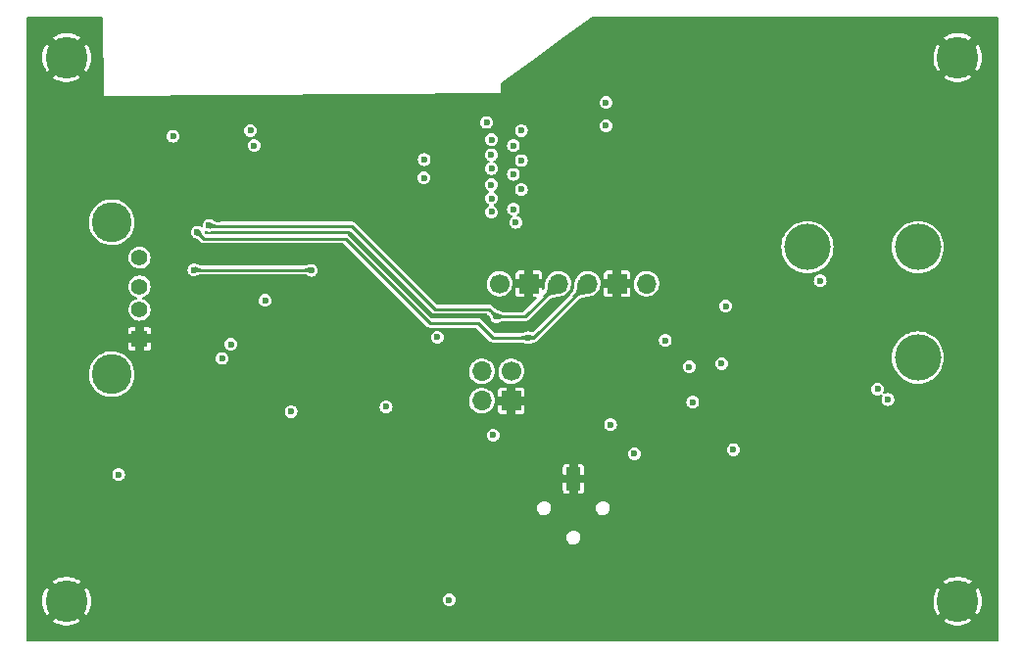
<source format=gbr>
%TF.GenerationSoftware,KiCad,Pcbnew,(6.0.9)*%
%TF.CreationDate,2023-03-27T13:44:46+03:00*%
%TF.ProjectId,GMWPY,474d5750-592e-46b6-9963-61645f706362,rev?*%
%TF.SameCoordinates,Original*%
%TF.FileFunction,Copper,L3,Inr*%
%TF.FilePolarity,Positive*%
%FSLAX46Y46*%
G04 Gerber Fmt 4.6, Leading zero omitted, Abs format (unit mm)*
G04 Created by KiCad (PCBNEW (6.0.9)) date 2023-03-27 13:44:46*
%MOMM*%
%LPD*%
G01*
G04 APERTURE LIST*
G04 Aperture macros list*
%AMOutline4P*
0 Free polygon, 4 corners , with rotation*
0 The origin of the aperture is its center*
0 number of corners: always 4*
0 $1 to $8 corner X, Y*
0 $9 Rotation angle, in degrees counterclockwise*
0 create outline with 4 corners*
4,1,4,$1,$2,$3,$4,$5,$6,$7,$8,$1,$2,$9*%
G04 Aperture macros list end*
%TA.AperFunction,ComponentPad*%
%ADD10C,1.700000*%
%TD*%
%TA.AperFunction,ComponentPad*%
%ADD11R,1.700000X1.700000*%
%TD*%
%TA.AperFunction,ComponentPad*%
%ADD12O,1.700000X1.700000*%
%TD*%
%TA.AperFunction,ComponentPad*%
%ADD13C,3.600000*%
%TD*%
%TA.AperFunction,ComponentPad*%
%ADD14C,1.400000*%
%TD*%
%TA.AperFunction,ComponentPad*%
%ADD15R,1.400000X1.400000*%
%TD*%
%TA.AperFunction,ComponentPad*%
%ADD16C,3.450000*%
%TD*%
%TA.AperFunction,ComponentPad*%
%ADD17C,4.000000*%
%TD*%
%TA.AperFunction,ComponentPad*%
%ADD18Outline4P,-1.000000X-0.600000X1.000000X-0.600000X1.000000X0.600000X-1.000000X0.600000X270.000000*%
%TD*%
%TA.AperFunction,ViaPad*%
%ADD19C,0.600000*%
%TD*%
%TA.AperFunction,Conductor*%
%ADD20C,0.293300*%
%TD*%
G04 APERTURE END LIST*
D10*
%TO.N,VBUS*%
%TO.C,J3*%
X91400000Y-73550000D03*
D11*
%TO.N,GND*%
X93940000Y-73550000D03*
D12*
%TO.N,GPIO_6*%
X96480000Y-73550000D03*
%TO.N,GPIO_5*%
X99020000Y-73550000D03*
D11*
%TO.N,GND*%
X101560000Y-73550000D03*
D12*
%TO.N,+3V3*%
X104100000Y-73550000D03*
%TD*%
D13*
%TO.N,GND*%
%TO.C,H3*%
X131000000Y-101000000D03*
%TD*%
D14*
%TO.N,VBUS*%
%TO.C,J1*%
X60300000Y-71300000D03*
%TO.N,D-*%
X60300000Y-73800000D03*
%TO.N,D+*%
X60300000Y-75800000D03*
D15*
%TO.N,GND*%
X60300000Y-78300000D03*
D16*
%TO.N,N/C*%
X57900000Y-68230000D03*
X57900000Y-81370000D03*
%TD*%
D13*
%TO.N,GND*%
%TO.C,H2*%
X131000000Y-54000000D03*
%TD*%
%TO.N,GND*%
%TO.C,H4*%
X54000000Y-101000000D03*
%TD*%
%TO.N,GND*%
%TO.C,H1*%
X54000000Y-54000000D03*
%TD*%
D17*
%TO.N,/GAS_Measurements/H2_reference*%
%TO.C,U9*%
X127557971Y-79937971D03*
%TO.N,/GAS_Measurements/H2_sensing*%
X127557971Y-70392029D03*
%TO.N,/GAS_Measurements/H2_counter*%
X118012029Y-70392029D03*
%TD*%
D10*
%TO.N,GPIO_5*%
%TO.C,J2*%
X92425000Y-81125000D03*
D12*
%TO.N,+3V3*%
X89885000Y-81125000D03*
D11*
%TO.N,GND*%
X92425000Y-83665000D03*
D12*
%TO.N,GPIO_6*%
X89885000Y-83665000D03*
%TD*%
D18*
%TO.N,GND*%
%TO.C,U3*%
X97785000Y-90420000D03*
%TD*%
D19*
%TO.N,GPIO_44*%
X84875000Y-64400000D03*
%TO.N,GPIO_43*%
X84900000Y-62825000D03*
%TO.N,GND*%
X100927970Y-96330910D03*
X104710000Y-89410000D03*
X123100000Y-96510000D03*
X80050000Y-74400000D03*
X51100000Y-87510000D03*
X120100000Y-66510000D03*
X89800000Y-67300000D03*
X72100000Y-66510000D03*
X124400000Y-84250000D03*
X102100000Y-54510000D03*
X114100000Y-54510000D03*
X84700000Y-59100000D03*
X132100000Y-81510000D03*
X114100000Y-60510000D03*
X78100000Y-81510000D03*
X111100000Y-57510000D03*
X123100000Y-60510000D03*
X51100000Y-60510000D03*
X114100000Y-96510000D03*
X105100000Y-102510000D03*
X84100000Y-69510000D03*
X114100000Y-66510000D03*
X120100000Y-60510000D03*
X114100000Y-69510000D03*
X99810000Y-90710000D03*
X117100000Y-54510000D03*
X129100000Y-57510000D03*
X60950000Y-87600000D03*
X114100000Y-51510000D03*
X90100000Y-102510000D03*
X108100000Y-51510000D03*
X111100000Y-93510000D03*
X85750000Y-98587500D03*
X117100000Y-60510000D03*
X111100000Y-60510000D03*
X69700000Y-58800000D03*
X105100000Y-51510000D03*
X65100000Y-91500000D03*
X108100000Y-54510000D03*
X78100000Y-63510000D03*
X95750000Y-81700000D03*
X65100000Y-92600000D03*
X63000000Y-61650000D03*
X89800000Y-66000000D03*
X126100000Y-102510000D03*
X93700000Y-59400000D03*
X120310000Y-88115000D03*
X52150000Y-93500000D03*
X125585000Y-75665000D03*
X129100000Y-90510000D03*
X54100000Y-72510000D03*
X111100000Y-99510000D03*
X119100000Y-74250000D03*
X114100000Y-57510000D03*
X75100000Y-63510000D03*
X111100000Y-54510000D03*
X117100000Y-63510000D03*
X108810000Y-85910000D03*
X105100000Y-54510000D03*
X129100000Y-87510000D03*
X75300000Y-74150000D03*
X64900000Y-90100000D03*
X81100000Y-66510000D03*
X75100000Y-67450000D03*
X77000000Y-99900000D03*
X102100000Y-81510000D03*
X51100000Y-75510000D03*
X109404894Y-80252635D03*
X92910000Y-88110000D03*
X84100000Y-84510000D03*
X111100000Y-96510000D03*
X108100000Y-99510000D03*
X129100000Y-60510000D03*
X132100000Y-96510000D03*
X98200000Y-68600000D03*
X51100000Y-78510000D03*
X89850000Y-60950000D03*
X120100000Y-99510000D03*
X120760000Y-91265000D03*
X67200000Y-94600000D03*
X123100000Y-51510000D03*
X64550000Y-77150000D03*
X117300000Y-83800000D03*
X89799999Y-63442031D03*
X132100000Y-93510000D03*
X81100000Y-63510000D03*
X87400000Y-59000000D03*
X120100000Y-102510000D03*
X108100000Y-96510000D03*
X51100000Y-57510000D03*
X126100000Y-66510000D03*
X51100000Y-66510000D03*
X62200000Y-88850000D03*
X111100000Y-72510000D03*
X102100000Y-51510000D03*
X99100000Y-102510000D03*
X131285000Y-77365000D03*
X103600000Y-65950000D03*
X122885000Y-77465000D03*
X81100000Y-102510000D03*
X79500000Y-99950000D03*
X112600000Y-87900000D03*
X129100000Y-84510000D03*
X92750000Y-66200000D03*
X93600000Y-58200000D03*
X51100000Y-81510000D03*
X105100000Y-82600000D03*
X114100000Y-93510000D03*
X117100000Y-51510000D03*
X74400000Y-70750000D03*
X99850000Y-63200000D03*
X132100000Y-63510000D03*
X51100000Y-63510000D03*
X79650000Y-85050000D03*
X99650000Y-80350000D03*
X111100000Y-63510000D03*
X78450000Y-58900000D03*
X60100000Y-84510000D03*
X99100000Y-75510000D03*
X102100000Y-69510000D03*
X57100000Y-78510000D03*
X117100000Y-57510000D03*
X93100000Y-99510000D03*
X126100000Y-63510000D03*
X123100000Y-63510000D03*
X63100000Y-63510000D03*
X117100000Y-66510000D03*
X132100000Y-60510000D03*
X63100000Y-81510000D03*
X126100000Y-99510000D03*
X114100000Y-102510000D03*
X65950000Y-94600000D03*
X64750000Y-68450000D03*
X117100000Y-93510000D03*
X99710000Y-88210000D03*
X86100000Y-58100000D03*
X120100000Y-54510000D03*
X120100000Y-63510000D03*
X84100000Y-102510000D03*
X108100000Y-90510000D03*
X129100000Y-63510000D03*
X66100000Y-81510000D03*
X123100000Y-66510000D03*
X115485000Y-79365000D03*
X89850000Y-64750000D03*
X88050000Y-98087500D03*
X108100000Y-72510000D03*
X123100000Y-99510000D03*
X107500000Y-78039500D03*
X126100000Y-96510000D03*
X81300000Y-58700000D03*
X132100000Y-84510000D03*
X107700000Y-79800000D03*
X84100000Y-66510000D03*
X102800000Y-59800000D03*
X132100000Y-66510000D03*
X91850000Y-75200000D03*
X106100000Y-60700000D03*
X51100000Y-72510000D03*
X123400000Y-83250000D03*
X96100000Y-102510000D03*
X111100000Y-90510000D03*
X57100000Y-84510000D03*
X132100000Y-87510000D03*
X129100000Y-66510000D03*
X57100000Y-75510000D03*
X72300000Y-58850000D03*
X51100000Y-90510000D03*
X87100000Y-102510000D03*
X90100000Y-69510000D03*
X63100000Y-66510000D03*
X78100000Y-102510000D03*
X71650000Y-70700000D03*
X98400000Y-61900000D03*
X120100000Y-57510000D03*
X51100000Y-69510000D03*
X101210000Y-99210000D03*
X117100000Y-99510000D03*
X108100000Y-102510000D03*
X72100000Y-90510000D03*
X67500000Y-58200000D03*
X108100000Y-60510000D03*
X92310000Y-94910000D03*
X123100000Y-54510000D03*
X126100000Y-54510000D03*
X84100000Y-93510000D03*
X102600000Y-57900000D03*
X93100000Y-102510000D03*
X129100000Y-93510000D03*
X87100000Y-84510000D03*
X117100000Y-102510000D03*
X96100000Y-99510000D03*
X72100000Y-81510000D03*
X123100000Y-57510000D03*
X62000000Y-87950000D03*
X76450000Y-66050000D03*
X120100000Y-51510000D03*
X126100000Y-57510000D03*
X126100000Y-93510000D03*
X108100000Y-69510000D03*
X67150000Y-68000000D03*
X108100000Y-63510000D03*
X111100000Y-102510000D03*
X132100000Y-72510000D03*
X66450000Y-84500000D03*
X96100000Y-69510000D03*
X63100000Y-84510000D03*
X96100000Y-84510000D03*
X113485000Y-83665000D03*
X111100000Y-69510000D03*
X72100000Y-87510000D03*
X89800000Y-62196150D03*
X75050000Y-66050000D03*
X51100000Y-84510000D03*
X75100000Y-78510000D03*
X104725000Y-76775000D03*
X95800000Y-65000000D03*
X110185000Y-82365000D03*
X108100000Y-66510000D03*
X102100000Y-78510000D03*
X116960000Y-86065000D03*
X89350000Y-59400000D03*
X70300000Y-93700000D03*
X97250000Y-60800000D03*
X114100000Y-63510000D03*
X132100000Y-90510000D03*
X132100000Y-69510000D03*
X107685000Y-76265000D03*
X126100000Y-51510000D03*
X76750000Y-79400000D03*
X120685000Y-75565000D03*
X123100000Y-102510000D03*
X102100000Y-102510000D03*
X96100000Y-54510000D03*
X108100000Y-57510000D03*
X84100000Y-87510000D03*
X99100000Y-54510000D03*
X104100000Y-68500000D03*
X93650000Y-77200000D03*
X126100000Y-60510000D03*
X103310000Y-97910000D03*
X84100000Y-60510000D03*
X68500000Y-57800000D03*
X63100000Y-78510000D03*
X75500000Y-58850000D03*
X66100000Y-78510000D03*
X72200000Y-73800000D03*
X76450000Y-67450000D03*
X129100000Y-96510000D03*
X54100000Y-69510000D03*
X75100000Y-81510000D03*
X77000000Y-93900000D03*
X111100000Y-51510000D03*
%TO.N,+5V*%
X124075000Y-82675000D03*
X124963556Y-83563556D03*
%TO.N,Net-(C1-Pad1)*%
X87050000Y-100900000D03*
X58500000Y-90050000D03*
%TO.N,+3V3*%
X100600000Y-59900000D03*
X100595000Y-57895000D03*
X63200000Y-60800000D03*
X69900000Y-60300000D03*
X68200000Y-78800000D03*
%TO.N,VBUS*%
X65000000Y-72350000D03*
X75150000Y-72400000D03*
%TO.N,/MCU/DATA_2*%
X93300000Y-60300000D03*
X90300000Y-59600000D03*
%TO.N,/MCU/DATA_3*%
X92600000Y-61600000D03*
X90710500Y-61091962D03*
%TO.N,/MCU/CMD*%
X90700000Y-62400000D03*
X93300000Y-62900000D03*
%TO.N,/MCU/CLK*%
X90710500Y-63591962D03*
X92600000Y-64100000D03*
%TO.N,/MCU/DATA_0*%
X90700000Y-65000000D03*
X93300000Y-65400000D03*
%TO.N,/MCU/DATA_1*%
X90710500Y-66173977D03*
X92600000Y-67100000D03*
%TO.N,/GAS_Measurements/H2_sensing*%
X119112132Y-73287868D03*
%TO.N,GPIO_40*%
X92800000Y-68250000D03*
X90710500Y-67350000D03*
%TO.N,+3.3VA*%
X111600000Y-87900000D03*
X90850000Y-86650000D03*
X110950000Y-75500000D03*
X110600000Y-80450000D03*
X103050000Y-88250000D03*
X105725000Y-78450498D03*
%TO.N,/MCU/ESP_EN*%
X70200000Y-61600000D03*
X73400000Y-84600000D03*
%TO.N,GPIO_8*%
X71150000Y-75000000D03*
X67450000Y-80000000D03*
%TO.N,/MCU/ESP_BOOT*%
X81600000Y-84200000D03*
X86025000Y-78175000D03*
%TO.N,GPIO_5*%
X65300000Y-69100000D03*
X101000000Y-85750000D03*
X93875000Y-78225000D03*
X108100000Y-83800000D03*
%TO.N,GPIO_6*%
X66300000Y-68503850D03*
X107800000Y-80750000D03*
X91150000Y-76400000D03*
%TD*%
D20*
%TO.N,VBUS*%
X75100000Y-72350000D02*
X65000000Y-72350000D01*
X75150000Y-72400000D02*
X75100000Y-72350000D01*
%TO.N,GPIO_5*%
X90825000Y-78225000D02*
X93875000Y-78225000D01*
X65300000Y-69100000D02*
X65850000Y-69650000D01*
X94345000Y-78225000D02*
X93875000Y-78225000D01*
X89550000Y-76950000D02*
X90825000Y-78225000D01*
X99020000Y-73550000D02*
X94345000Y-78225000D01*
X85400000Y-76950000D02*
X89550000Y-76950000D01*
X65850000Y-69650000D02*
X78100000Y-69650000D01*
X78100000Y-69650000D02*
X85400000Y-76950000D01*
%TO.N,GPIO_6*%
X66392800Y-68596650D02*
X66300000Y-68503850D01*
X91150000Y-76400000D02*
X90500000Y-75750000D01*
X91150000Y-76400000D02*
X93630000Y-76400000D01*
X90500000Y-75750000D02*
X85800000Y-75750000D01*
X85800000Y-75750000D02*
X78646650Y-68596650D01*
X78646650Y-68596650D02*
X66392800Y-68596650D01*
X93630000Y-76400000D02*
X96480000Y-73550000D01*
%TD*%
%TA.AperFunction,Conductor*%
%TO.N,VBUS*%
G36*
X65138119Y-72083599D02*
G01*
X65163645Y-72096094D01*
X65163639Y-72096106D01*
X65163695Y-72096119D01*
X65193803Y-72111039D01*
X65221795Y-72124838D01*
X65248172Y-72137500D01*
X65248210Y-72137517D01*
X65248222Y-72137523D01*
X65273440Y-72149006D01*
X65273460Y-72149015D01*
X65273489Y-72149028D01*
X65273510Y-72149037D01*
X65273540Y-72149050D01*
X65288128Y-72155166D01*
X65298298Y-72159430D01*
X65307016Y-72162686D01*
X65323033Y-72168668D01*
X65323048Y-72168673D01*
X65323152Y-72168712D01*
X65348604Y-72176879D01*
X65348703Y-72176905D01*
X65348719Y-72176910D01*
X65375060Y-72183899D01*
X65375079Y-72183903D01*
X65375209Y-72183938D01*
X65375347Y-72183967D01*
X65375368Y-72183972D01*
X65393837Y-72187857D01*
X65403518Y-72189894D01*
X65434086Y-72194754D01*
X65434208Y-72194768D01*
X65434217Y-72194769D01*
X65463424Y-72198068D01*
X65467464Y-72198524D01*
X65504207Y-72201209D01*
X65504308Y-72201213D01*
X65504325Y-72201214D01*
X65542025Y-72202703D01*
X65544868Y-72202815D01*
X65544905Y-72202815D01*
X65544925Y-72202816D01*
X65578439Y-72203213D01*
X65586671Y-72206738D01*
X65590000Y-72214912D01*
X65590000Y-72485088D01*
X65586573Y-72493361D01*
X65578438Y-72496787D01*
X65565729Y-72496937D01*
X65544925Y-72497183D01*
X65544905Y-72497184D01*
X65544868Y-72497184D01*
X65538340Y-72497442D01*
X65504325Y-72498785D01*
X65504308Y-72498786D01*
X65504207Y-72498790D01*
X65467464Y-72501475D01*
X65467357Y-72501487D01*
X65467358Y-72501487D01*
X65434217Y-72505230D01*
X65434208Y-72505231D01*
X65434086Y-72505245D01*
X65403518Y-72510105D01*
X65393837Y-72512142D01*
X65375368Y-72516027D01*
X65375347Y-72516032D01*
X65375209Y-72516061D01*
X65375079Y-72516096D01*
X65375060Y-72516100D01*
X65348719Y-72523089D01*
X65348703Y-72523094D01*
X65348604Y-72523120D01*
X65323152Y-72531287D01*
X65323048Y-72531326D01*
X65323033Y-72531331D01*
X65307016Y-72537313D01*
X65298298Y-72540569D01*
X65288128Y-72544833D01*
X65273540Y-72550949D01*
X65273510Y-72550962D01*
X65273489Y-72550971D01*
X65273460Y-72550984D01*
X65273440Y-72550993D01*
X65248222Y-72562476D01*
X65248210Y-72562482D01*
X65248172Y-72562499D01*
X65221795Y-72575161D01*
X65193803Y-72588960D01*
X65163645Y-72603905D01*
X65138118Y-72616401D01*
X65129182Y-72616960D01*
X65124865Y-72614325D01*
X64858769Y-72358433D01*
X64855181Y-72350229D01*
X64858769Y-72341567D01*
X65124865Y-72085675D01*
X65133204Y-72082410D01*
X65138119Y-72083599D01*
G37*
%TD.AperFunction*%
%TD*%
%TA.AperFunction,Conductor*%
%TO.N,VBUS*%
G36*
X75066461Y-72115436D02*
G01*
X75070289Y-72118746D01*
X75290695Y-72414899D01*
X75292885Y-72423582D01*
X75287922Y-72431536D01*
X74983353Y-72640218D01*
X74974591Y-72642067D01*
X74969972Y-72640110D01*
X74948174Y-72624651D01*
X74921819Y-72606105D01*
X74921796Y-72606089D01*
X74897012Y-72589108D01*
X74873346Y-72573675D01*
X74850317Y-72559757D01*
X74843164Y-72555867D01*
X74827607Y-72547406D01*
X74827597Y-72547401D01*
X74827450Y-72547321D01*
X74804265Y-72536335D01*
X74804100Y-72536269D01*
X74780479Y-72526841D01*
X74780468Y-72526837D01*
X74780285Y-72526764D01*
X74755032Y-72518577D01*
X74754859Y-72518533D01*
X74754848Y-72518530D01*
X74728198Y-72511782D01*
X74728189Y-72511780D01*
X74728027Y-72511739D01*
X74716602Y-72509582D01*
X74698957Y-72506250D01*
X74698952Y-72506249D01*
X74698792Y-72506219D01*
X74698623Y-72506197D01*
X74698613Y-72506195D01*
X74679378Y-72503644D01*
X74666850Y-72501983D01*
X74642263Y-72499894D01*
X74631830Y-72499007D01*
X74631825Y-72499007D01*
X74631723Y-72498998D01*
X74631626Y-72498994D01*
X74631617Y-72498993D01*
X74593023Y-72497235D01*
X74593015Y-72497235D01*
X74592932Y-72497231D01*
X74575123Y-72496990D01*
X74561542Y-72496806D01*
X74553316Y-72493267D01*
X74550000Y-72485107D01*
X74550000Y-72214951D01*
X74553427Y-72206678D01*
X74561600Y-72203251D01*
X74599647Y-72202927D01*
X74599671Y-72202926D01*
X74599694Y-72202926D01*
X74620788Y-72202329D01*
X74644336Y-72201663D01*
X74684706Y-72199566D01*
X74699595Y-72198380D01*
X74721315Y-72196651D01*
X74721337Y-72196649D01*
X74721398Y-72196644D01*
X74721480Y-72196635D01*
X74721489Y-72196634D01*
X74754940Y-72192916D01*
X74754964Y-72192913D01*
X74755053Y-72192903D01*
X74786311Y-72188353D01*
X74786395Y-72188338D01*
X74786412Y-72188335D01*
X74815734Y-72183013D01*
X74815735Y-72183013D01*
X74815811Y-72182999D01*
X74844194Y-72176850D01*
X74872102Y-72169913D01*
X74882765Y-72166982D01*
X74900105Y-72162215D01*
X74900173Y-72162196D01*
X74929048Y-72153707D01*
X74929056Y-72153705D01*
X74959368Y-72144453D01*
X74991773Y-72134441D01*
X74991800Y-72134433D01*
X75026904Y-72123679D01*
X75026981Y-72123656D01*
X75057553Y-72114521D01*
X75066461Y-72115436D01*
G37*
%TD.AperFunction*%
%TD*%
%TA.AperFunction,Conductor*%
%TO.N,GPIO_5*%
G36*
X93750135Y-77960675D02*
G01*
X93872360Y-78078213D01*
X94025000Y-78225000D01*
X93815993Y-78425993D01*
X93750135Y-78489325D01*
X93741796Y-78492590D01*
X93736881Y-78491400D01*
X93711354Y-78478904D01*
X93711359Y-78478893D01*
X93711304Y-78478880D01*
X93681196Y-78463960D01*
X93653204Y-78450161D01*
X93626827Y-78437499D01*
X93626789Y-78437482D01*
X93626777Y-78437476D01*
X93601559Y-78425993D01*
X93601539Y-78425984D01*
X93601510Y-78425971D01*
X93601489Y-78425962D01*
X93601459Y-78425949D01*
X93586871Y-78419833D01*
X93576701Y-78415569D01*
X93567983Y-78412313D01*
X93551966Y-78406331D01*
X93551951Y-78406326D01*
X93551847Y-78406287D01*
X93526395Y-78398120D01*
X93526296Y-78398094D01*
X93526280Y-78398089D01*
X93499939Y-78391100D01*
X93499920Y-78391096D01*
X93499790Y-78391061D01*
X93499652Y-78391032D01*
X93499631Y-78391027D01*
X93481162Y-78387142D01*
X93471481Y-78385105D01*
X93440913Y-78380245D01*
X93440791Y-78380231D01*
X93440782Y-78380230D01*
X93407641Y-78376487D01*
X93407642Y-78376487D01*
X93407535Y-78376475D01*
X93370792Y-78373790D01*
X93370691Y-78373786D01*
X93370674Y-78373785D01*
X93336659Y-78372442D01*
X93330131Y-78372184D01*
X93330094Y-78372184D01*
X93330074Y-78372183D01*
X93309150Y-78371936D01*
X93296562Y-78371787D01*
X93288330Y-78368263D01*
X93285000Y-78360088D01*
X93285000Y-78089912D01*
X93288427Y-78081639D01*
X93296561Y-78078213D01*
X93330074Y-78077816D01*
X93330094Y-78077815D01*
X93330131Y-78077815D01*
X93332974Y-78077703D01*
X93370674Y-78076214D01*
X93370691Y-78076213D01*
X93370792Y-78076209D01*
X93407535Y-78073524D01*
X93413201Y-78072884D01*
X93440782Y-78069769D01*
X93440791Y-78069768D01*
X93440913Y-78069754D01*
X93471481Y-78064894D01*
X93481162Y-78062857D01*
X93499631Y-78058972D01*
X93499652Y-78058967D01*
X93499790Y-78058938D01*
X93499920Y-78058903D01*
X93499939Y-78058899D01*
X93526280Y-78051910D01*
X93526296Y-78051905D01*
X93526395Y-78051879D01*
X93551847Y-78043712D01*
X93551951Y-78043673D01*
X93551966Y-78043668D01*
X93567983Y-78037686D01*
X93576701Y-78034430D01*
X93586871Y-78030166D01*
X93601459Y-78024050D01*
X93601489Y-78024037D01*
X93601510Y-78024028D01*
X93601539Y-78024015D01*
X93601559Y-78024006D01*
X93626777Y-78012523D01*
X93626789Y-78012517D01*
X93626827Y-78012500D01*
X93653204Y-77999838D01*
X93681196Y-77986039D01*
X93711304Y-77971119D01*
X93711364Y-77971115D01*
X93711354Y-77971094D01*
X93736881Y-77958599D01*
X93745819Y-77958040D01*
X93750135Y-77960675D01*
G37*
%TD.AperFunction*%
%TD*%
%TA.AperFunction,Conductor*%
%TO.N,GPIO_5*%
G36*
X65575200Y-69001388D02*
G01*
X65583404Y-69004976D01*
X65586039Y-69009293D01*
X65595253Y-69036177D01*
X65606011Y-69068070D01*
X65616046Y-69097620D01*
X65625744Y-69125225D01*
X65635494Y-69151278D01*
X65645681Y-69176176D01*
X65656692Y-69200313D01*
X65668915Y-69224086D01*
X65668978Y-69224195D01*
X65668987Y-69224211D01*
X65682667Y-69247772D01*
X65682735Y-69247889D01*
X65698541Y-69272118D01*
X65698635Y-69272247D01*
X65698636Y-69272249D01*
X65716651Y-69297076D01*
X65716663Y-69297091D01*
X65716719Y-69297169D01*
X65716775Y-69297239D01*
X65716790Y-69297259D01*
X65737568Y-69323326D01*
X65737656Y-69323436D01*
X65761739Y-69351316D01*
X65789354Y-69381203D01*
X65789408Y-69381258D01*
X65789437Y-69381289D01*
X65812810Y-69405222D01*
X65816139Y-69413535D01*
X65812713Y-69421670D01*
X65621670Y-69612713D01*
X65613397Y-69616140D01*
X65605222Y-69612810D01*
X65581289Y-69589437D01*
X65581258Y-69589408D01*
X65581203Y-69589354D01*
X65551316Y-69561739D01*
X65548222Y-69559066D01*
X65523550Y-69537754D01*
X65523536Y-69537742D01*
X65523436Y-69537656D01*
X65523326Y-69537568D01*
X65497259Y-69516790D01*
X65497239Y-69516775D01*
X65497169Y-69516719D01*
X65497091Y-69516663D01*
X65497076Y-69516651D01*
X65472249Y-69498636D01*
X65472247Y-69498635D01*
X65472118Y-69498541D01*
X65447889Y-69482735D01*
X65447772Y-69482667D01*
X65424211Y-69468987D01*
X65424195Y-69468978D01*
X65424086Y-69468915D01*
X65400313Y-69456692D01*
X65388516Y-69451310D01*
X65376260Y-69445719D01*
X65376246Y-69445713D01*
X65376176Y-69445681D01*
X65376112Y-69445655D01*
X65376094Y-69445647D01*
X65359561Y-69438883D01*
X65351278Y-69435494D01*
X65325225Y-69425744D01*
X65297620Y-69416046D01*
X65268070Y-69406011D01*
X65236177Y-69395253D01*
X65227643Y-69392328D01*
X65209293Y-69386039D01*
X65202577Y-69380115D01*
X65201388Y-69375200D01*
X65194172Y-69006099D01*
X65197437Y-68997760D01*
X65206099Y-68994172D01*
X65575200Y-69001388D01*
G37*
%TD.AperFunction*%
%TD*%
%TA.AperFunction,Conductor*%
%TO.N,GPIO_5*%
G36*
X94013252Y-77958977D02*
G01*
X94029346Y-77967526D01*
X94029920Y-77967854D01*
X94052513Y-77981668D01*
X94052906Y-77981920D01*
X94075003Y-77996674D01*
X94075195Y-77996805D01*
X94096924Y-78011946D01*
X94118301Y-78026830D01*
X94118375Y-78026879D01*
X94139251Y-78040741D01*
X94139263Y-78040749D01*
X94139348Y-78040805D01*
X94160182Y-78053287D01*
X94160365Y-78053379D01*
X94160378Y-78053386D01*
X94180642Y-78063554D01*
X94180919Y-78063693D01*
X94181201Y-78063798D01*
X94181205Y-78063800D01*
X94191565Y-78067666D01*
X94201678Y-78071440D01*
X94222574Y-78075943D01*
X94223106Y-78075960D01*
X94243124Y-78076600D01*
X94243126Y-78076600D01*
X94243725Y-78076619D01*
X94265249Y-78072884D01*
X94265805Y-78072664D01*
X94265807Y-78072663D01*
X94286757Y-78064356D01*
X94286760Y-78064354D01*
X94287263Y-78064155D01*
X94309883Y-78049848D01*
X94324989Y-78036603D01*
X94333468Y-78033725D01*
X94340975Y-78037127D01*
X94531933Y-78228085D01*
X94535360Y-78236358D01*
X94531518Y-78245026D01*
X94506517Y-78267692D01*
X94505558Y-78268474D01*
X94472963Y-78292271D01*
X94471872Y-78292978D01*
X94440238Y-78311067D01*
X94439092Y-78311641D01*
X94408256Y-78325038D01*
X94407167Y-78325448D01*
X94376932Y-78335144D01*
X94376012Y-78335398D01*
X94346198Y-78342341D01*
X94345552Y-78342472D01*
X94327661Y-78345574D01*
X94316004Y-78347595D01*
X94315676Y-78347647D01*
X94286305Y-78351885D01*
X94257187Y-78356178D01*
X94228414Y-78361475D01*
X94228218Y-78361525D01*
X94228209Y-78361527D01*
X94200186Y-78368681D01*
X94200180Y-78368683D01*
X94199913Y-78368751D01*
X94171608Y-78378980D01*
X94143426Y-78393137D01*
X94115292Y-78412196D01*
X94115007Y-78412448D01*
X94115001Y-78412453D01*
X94093482Y-78431508D01*
X94085017Y-78434427D01*
X94079812Y-78432844D01*
X93935024Y-78348029D01*
X93911435Y-78334211D01*
X93725000Y-78225000D01*
X93875000Y-78080752D01*
X93999655Y-77960877D01*
X94007993Y-77957612D01*
X94013252Y-77958977D01*
G37*
%TD.AperFunction*%
%TD*%
%TA.AperFunction,Conductor*%
%TO.N,GPIO_5*%
G36*
X99316694Y-73252983D02*
G01*
X99320282Y-73261645D01*
X99317815Y-73387854D01*
X99300493Y-74273969D01*
X99299114Y-74344508D01*
X99295526Y-74352712D01*
X99290917Y-74355443D01*
X99182825Y-74389345D01*
X99182150Y-74389535D01*
X99130493Y-74402393D01*
X99074679Y-74416285D01*
X99074091Y-74416415D01*
X98973803Y-74435699D01*
X98973307Y-74435783D01*
X98879019Y-74449704D01*
X98878716Y-74449744D01*
X98789264Y-74460399D01*
X98753633Y-74464340D01*
X98703672Y-74469866D01*
X98703636Y-74469870D01*
X98703603Y-74469874D01*
X98620794Y-74480256D01*
X98573528Y-74488067D01*
X98539922Y-74493620D01*
X98539914Y-74493622D01*
X98539736Y-74493651D01*
X98517249Y-74498829D01*
X98459561Y-74512111D01*
X98459551Y-74512114D01*
X98459324Y-74512166D01*
X98459092Y-74512240D01*
X98378716Y-74537824D01*
X98378711Y-74537826D01*
X98378456Y-74537907D01*
X98378208Y-74538012D01*
X98378204Y-74538014D01*
X98316993Y-74564059D01*
X98296030Y-74572979D01*
X98210943Y-74619489D01*
X98210730Y-74619633D01*
X98210720Y-74619639D01*
X98159683Y-74654136D01*
X98122092Y-74679543D01*
X98028374Y-74755246D01*
X97936952Y-74840959D01*
X97928574Y-74844117D01*
X97920678Y-74840696D01*
X97729304Y-74649322D01*
X97725877Y-74641049D01*
X97729042Y-74633048D01*
X97814753Y-74541625D01*
X97880358Y-74460408D01*
X97890302Y-74448098D01*
X97890305Y-74448094D01*
X97890456Y-74447907D01*
X97915863Y-74410316D01*
X97950360Y-74359279D01*
X97950366Y-74359269D01*
X97950510Y-74359056D01*
X97997020Y-74273969D01*
X98032092Y-74191543D01*
X98057833Y-74110675D01*
X98076348Y-74030263D01*
X98089743Y-73949205D01*
X98093522Y-73919061D01*
X98100116Y-73866472D01*
X98100135Y-73866307D01*
X98109589Y-73780833D01*
X98109600Y-73780735D01*
X98120253Y-73691295D01*
X98120296Y-73690970D01*
X98134215Y-73596696D01*
X98134300Y-73596196D01*
X98153581Y-73495922D01*
X98153717Y-73495305D01*
X98180462Y-73387854D01*
X98180652Y-73387178D01*
X98214557Y-73279082D01*
X98220303Y-73272214D01*
X98225490Y-73270887D01*
X99001314Y-73255720D01*
X99308355Y-73249718D01*
X99316694Y-73252983D01*
G37*
%TD.AperFunction*%
%TD*%
%TA.AperFunction,Conductor*%
%TO.N,GPIO_6*%
G36*
X90844778Y-75887189D02*
G01*
X90868741Y-75910592D01*
X90868762Y-75910612D01*
X90868796Y-75910645D01*
X90898683Y-75938260D01*
X90898756Y-75938323D01*
X90926449Y-75962245D01*
X90926463Y-75962257D01*
X90926563Y-75962343D01*
X90926673Y-75962431D01*
X90952740Y-75983209D01*
X90952760Y-75983224D01*
X90952830Y-75983280D01*
X90952908Y-75983336D01*
X90952923Y-75983348D01*
X90977750Y-76001363D01*
X90977881Y-76001458D01*
X91002110Y-76017264D01*
X91002225Y-76017331D01*
X91002227Y-76017332D01*
X91025788Y-76031012D01*
X91025804Y-76031021D01*
X91025913Y-76031084D01*
X91049686Y-76043307D01*
X91061483Y-76048689D01*
X91073739Y-76054280D01*
X91073753Y-76054286D01*
X91073823Y-76054318D01*
X91073887Y-76054344D01*
X91073905Y-76054352D01*
X91090438Y-76061116D01*
X91098721Y-76064505D01*
X91124774Y-76074255D01*
X91152379Y-76083953D01*
X91181929Y-76093988D01*
X91213822Y-76104746D01*
X91240708Y-76113961D01*
X91247422Y-76119884D01*
X91248612Y-76124799D01*
X91256066Y-76506066D01*
X90897392Y-76499054D01*
X90874800Y-76498612D01*
X90866596Y-76495024D01*
X90863961Y-76490708D01*
X90854746Y-76463823D01*
X90854728Y-76463769D01*
X90843988Y-76431929D01*
X90833953Y-76402379D01*
X90824255Y-76374774D01*
X90814531Y-76348790D01*
X90814527Y-76348781D01*
X90814505Y-76348721D01*
X90804318Y-76323823D01*
X90793307Y-76299686D01*
X90781084Y-76275913D01*
X90781021Y-76275804D01*
X90781012Y-76275788D01*
X90767332Y-76252227D01*
X90767331Y-76252225D01*
X90767264Y-76252110D01*
X90751458Y-76227881D01*
X90751363Y-76227750D01*
X90733348Y-76202923D01*
X90733336Y-76202908D01*
X90733280Y-76202830D01*
X90733224Y-76202760D01*
X90733209Y-76202740D01*
X90712431Y-76176673D01*
X90712343Y-76176563D01*
X90688260Y-76148683D01*
X90660645Y-76118796D01*
X90660610Y-76118760D01*
X90660592Y-76118741D01*
X90637189Y-76094778D01*
X90633861Y-76086465D01*
X90637287Y-76078330D01*
X90828330Y-75887287D01*
X90836603Y-75883860D01*
X90844778Y-75887189D01*
G37*
%TD.AperFunction*%
%TD*%
%TA.AperFunction,Conductor*%
%TO.N,GPIO_6*%
G36*
X91288119Y-76133599D02*
G01*
X91313645Y-76146094D01*
X91313639Y-76146106D01*
X91313695Y-76146119D01*
X91343803Y-76161039D01*
X91371795Y-76174838D01*
X91398172Y-76187500D01*
X91398210Y-76187517D01*
X91398222Y-76187523D01*
X91423440Y-76199006D01*
X91423460Y-76199015D01*
X91423489Y-76199028D01*
X91423510Y-76199037D01*
X91423540Y-76199050D01*
X91438128Y-76205166D01*
X91448298Y-76209430D01*
X91457016Y-76212686D01*
X91473033Y-76218668D01*
X91473048Y-76218673D01*
X91473152Y-76218712D01*
X91498604Y-76226879D01*
X91498703Y-76226905D01*
X91498719Y-76226910D01*
X91525060Y-76233899D01*
X91525079Y-76233903D01*
X91525209Y-76233938D01*
X91525347Y-76233967D01*
X91525368Y-76233972D01*
X91543837Y-76237857D01*
X91553518Y-76239894D01*
X91584086Y-76244754D01*
X91584208Y-76244768D01*
X91584217Y-76244769D01*
X91613424Y-76248068D01*
X91617464Y-76248524D01*
X91654207Y-76251209D01*
X91654308Y-76251213D01*
X91654325Y-76251214D01*
X91692025Y-76252703D01*
X91694868Y-76252815D01*
X91694905Y-76252815D01*
X91694925Y-76252816D01*
X91728439Y-76253213D01*
X91736671Y-76256738D01*
X91740000Y-76264912D01*
X91740000Y-76535088D01*
X91736573Y-76543361D01*
X91728438Y-76546787D01*
X91715729Y-76546937D01*
X91694925Y-76547183D01*
X91694905Y-76547184D01*
X91694868Y-76547184D01*
X91688340Y-76547442D01*
X91654325Y-76548785D01*
X91654308Y-76548786D01*
X91654207Y-76548790D01*
X91617464Y-76551475D01*
X91617357Y-76551487D01*
X91617358Y-76551487D01*
X91584217Y-76555230D01*
X91584208Y-76555231D01*
X91584086Y-76555245D01*
X91553518Y-76560105D01*
X91543837Y-76562142D01*
X91525368Y-76566027D01*
X91525347Y-76566032D01*
X91525209Y-76566061D01*
X91525079Y-76566096D01*
X91525060Y-76566100D01*
X91498719Y-76573089D01*
X91498703Y-76573094D01*
X91498604Y-76573120D01*
X91473152Y-76581287D01*
X91473048Y-76581326D01*
X91473033Y-76581331D01*
X91457016Y-76587313D01*
X91448298Y-76590569D01*
X91438128Y-76594833D01*
X91423540Y-76600949D01*
X91423510Y-76600962D01*
X91423489Y-76600971D01*
X91423460Y-76600984D01*
X91423440Y-76600993D01*
X91398222Y-76612476D01*
X91398210Y-76612482D01*
X91398172Y-76612499D01*
X91371795Y-76625161D01*
X91343803Y-76638960D01*
X91313645Y-76653905D01*
X91288118Y-76666401D01*
X91279182Y-76666960D01*
X91274865Y-76664325D01*
X91172723Y-76566100D01*
X91000000Y-76400000D01*
X91267902Y-76142370D01*
X91274865Y-76135675D01*
X91283204Y-76132410D01*
X91288119Y-76133599D01*
G37*
%TD.AperFunction*%
%TD*%
%TA.AperFunction,Conductor*%
%TO.N,GPIO_6*%
G36*
X66512147Y-68291553D02*
G01*
X66529911Y-68308293D01*
X66539626Y-68317259D01*
X66552143Y-68328813D01*
X66552160Y-68328828D01*
X66573375Y-68347617D01*
X66593958Y-68364696D01*
X66614306Y-68380101D01*
X66634819Y-68393868D01*
X66655897Y-68406032D01*
X66677940Y-68416631D01*
X66701347Y-68425700D01*
X66726517Y-68433275D01*
X66753850Y-68439392D01*
X66754035Y-68439421D01*
X66754040Y-68439422D01*
X66762248Y-68440711D01*
X66783745Y-68444087D01*
X66816602Y-68447396D01*
X66816734Y-68447403D01*
X66816745Y-68447404D01*
X66852721Y-68449350D01*
X66852738Y-68449351D01*
X66852820Y-68449355D01*
X66852923Y-68449357D01*
X66852933Y-68449357D01*
X66863627Y-68449529D01*
X66881290Y-68449814D01*
X66889505Y-68453373D01*
X66892800Y-68461512D01*
X66892800Y-68731674D01*
X66889373Y-68739947D01*
X66881175Y-68743374D01*
X66870337Y-68743443D01*
X66840386Y-68743634D01*
X66793226Y-68744615D01*
X66750627Y-68746209D01*
X66711896Y-68748381D01*
X66676341Y-68751098D01*
X66676327Y-68751099D01*
X66676319Y-68751100D01*
X66643309Y-68754321D01*
X66643300Y-68754322D01*
X66643269Y-68754325D01*
X66643235Y-68754329D01*
X66643226Y-68754330D01*
X66635447Y-68755251D01*
X66611988Y-68758029D01*
X66581804Y-68762175D01*
X66552026Y-68766730D01*
X66551987Y-68766736D01*
X66551983Y-68766737D01*
X66521960Y-68771660D01*
X66521954Y-68771661D01*
X66490915Y-68776931D01*
X66458195Y-68782508D01*
X66458153Y-68782515D01*
X66423113Y-68788358D01*
X66384972Y-68794446D01*
X66351183Y-68799523D01*
X66342494Y-68797364D01*
X66339167Y-68793542D01*
X66333168Y-68782508D01*
X66293540Y-68709628D01*
X66162822Y-68469219D01*
X66161881Y-68460314D01*
X66167918Y-68453141D01*
X66174652Y-68449814D01*
X66498940Y-68289579D01*
X66507875Y-68288986D01*
X66512147Y-68291553D01*
G37*
%TD.AperFunction*%
%TD*%
%TA.AperFunction,Conductor*%
%TO.N,GPIO_6*%
G36*
X96776694Y-73252983D02*
G01*
X96780282Y-73261645D01*
X96777815Y-73387854D01*
X96760493Y-74273969D01*
X96759114Y-74344508D01*
X96755526Y-74352712D01*
X96750917Y-74355443D01*
X96642825Y-74389345D01*
X96642150Y-74389535D01*
X96590493Y-74402393D01*
X96534679Y-74416285D01*
X96534091Y-74416415D01*
X96433803Y-74435699D01*
X96433307Y-74435783D01*
X96339019Y-74449704D01*
X96338716Y-74449744D01*
X96249264Y-74460399D01*
X96213633Y-74464340D01*
X96163672Y-74469866D01*
X96163636Y-74469870D01*
X96163603Y-74469874D01*
X96080794Y-74480256D01*
X96033528Y-74488067D01*
X95999922Y-74493620D01*
X95999914Y-74493622D01*
X95999736Y-74493651D01*
X95977249Y-74498829D01*
X95919561Y-74512111D01*
X95919551Y-74512114D01*
X95919324Y-74512166D01*
X95919092Y-74512240D01*
X95838716Y-74537824D01*
X95838711Y-74537826D01*
X95838456Y-74537907D01*
X95838208Y-74538012D01*
X95838204Y-74538014D01*
X95776993Y-74564059D01*
X95756030Y-74572979D01*
X95670943Y-74619489D01*
X95670730Y-74619633D01*
X95670720Y-74619639D01*
X95619683Y-74654136D01*
X95582092Y-74679543D01*
X95488374Y-74755246D01*
X95396952Y-74840959D01*
X95388574Y-74844117D01*
X95380678Y-74840696D01*
X95189304Y-74649322D01*
X95185877Y-74641049D01*
X95189042Y-74633048D01*
X95274753Y-74541625D01*
X95340358Y-74460408D01*
X95350302Y-74448098D01*
X95350305Y-74448094D01*
X95350456Y-74447907D01*
X95375863Y-74410316D01*
X95410360Y-74359279D01*
X95410366Y-74359269D01*
X95410510Y-74359056D01*
X95457020Y-74273969D01*
X95492092Y-74191543D01*
X95517833Y-74110675D01*
X95536348Y-74030263D01*
X95549743Y-73949205D01*
X95553522Y-73919061D01*
X95560116Y-73866472D01*
X95560135Y-73866307D01*
X95569589Y-73780833D01*
X95569600Y-73780735D01*
X95580253Y-73691295D01*
X95580296Y-73690970D01*
X95594215Y-73596696D01*
X95594300Y-73596196D01*
X95613581Y-73495922D01*
X95613717Y-73495305D01*
X95640462Y-73387854D01*
X95640652Y-73387178D01*
X95674557Y-73279082D01*
X95680303Y-73272214D01*
X95685490Y-73270887D01*
X96461314Y-73255720D01*
X96768355Y-73249718D01*
X96776694Y-73252983D01*
G37*
%TD.AperFunction*%
%TD*%
%TA.AperFunction,Conductor*%
%TO.N,GND*%
G36*
X57092905Y-50519407D02*
G01*
X57128869Y-50568907D01*
X57133704Y-50598077D01*
X57229966Y-57304356D01*
X91500000Y-57050000D01*
X91500000Y-56300228D01*
X91518907Y-56242037D01*
X91540533Y-56220338D01*
X92212976Y-55728244D01*
X129807727Y-55728244D01*
X129813878Y-55734968D01*
X130002464Y-55853267D01*
X130008400Y-55856451D01*
X130263219Y-55971505D01*
X130269517Y-55973848D01*
X130537602Y-56053258D01*
X130544155Y-56054723D01*
X130820532Y-56097015D01*
X130827238Y-56097578D01*
X131106798Y-56101969D01*
X131113503Y-56101618D01*
X131391076Y-56068028D01*
X131397675Y-56066769D01*
X131668125Y-55995818D01*
X131674492Y-55993675D01*
X131932807Y-55886678D01*
X131938824Y-55883691D01*
X132180223Y-55742628D01*
X132185782Y-55738851D01*
X132186187Y-55738533D01*
X132193627Y-55727463D01*
X132193551Y-55725388D01*
X132190893Y-55721224D01*
X131011086Y-54541416D01*
X130999203Y-54535362D01*
X130994172Y-54536158D01*
X129813586Y-55716745D01*
X129807727Y-55728244D01*
X92212976Y-55728244D01*
X94600124Y-53981327D01*
X128895402Y-53981327D01*
X128911497Y-54260455D01*
X128912339Y-54267118D01*
X128966166Y-54541477D01*
X128967911Y-54547988D01*
X129058472Y-54812495D01*
X129061077Y-54818693D01*
X129186700Y-55068467D01*
X129190131Y-55074268D01*
X129264863Y-55183004D01*
X129275444Y-55191123D01*
X129275841Y-55191133D01*
X129282493Y-55187176D01*
X130458584Y-54011086D01*
X130463826Y-54000797D01*
X131535362Y-54000797D01*
X131536158Y-54005828D01*
X132715736Y-55185405D01*
X132727619Y-55191459D01*
X132728840Y-55191266D01*
X132733682Y-55187152D01*
X132775235Y-55130584D01*
X132778842Y-55124901D01*
X132912246Y-54879198D01*
X132915049Y-54873076D01*
X133013879Y-54611535D01*
X133015821Y-54605101D01*
X133078239Y-54332570D01*
X133079292Y-54325920D01*
X133104273Y-54046013D01*
X133104465Y-54042151D01*
X133104887Y-54001937D01*
X133104775Y-53998066D01*
X133085661Y-53717696D01*
X133084747Y-53711025D01*
X133028051Y-53437248D01*
X133026242Y-53430771D01*
X132932913Y-53167218D01*
X132930243Y-53161047D01*
X132802013Y-52912605D01*
X132798521Y-52906839D01*
X132735297Y-52816881D01*
X132724630Y-52808872D01*
X132723951Y-52808861D01*
X132717717Y-52812614D01*
X131541416Y-53988914D01*
X131535362Y-54000797D01*
X130463826Y-54000797D01*
X130464638Y-53999203D01*
X130463842Y-53994172D01*
X129284617Y-52814948D01*
X129272734Y-52808894D01*
X129271789Y-52809043D01*
X129266616Y-52813485D01*
X129213028Y-52888062D01*
X129209476Y-52893790D01*
X129078651Y-53140875D01*
X129075911Y-53147029D01*
X128979829Y-53409587D01*
X128977955Y-53416035D01*
X128918390Y-53689224D01*
X128917410Y-53695863D01*
X128895473Y-53974594D01*
X128895402Y-53981327D01*
X94600124Y-53981327D01*
X96936204Y-52271782D01*
X129805889Y-52271782D01*
X129810563Y-52280232D01*
X130988914Y-53458584D01*
X131000797Y-53464638D01*
X131005828Y-53463842D01*
X132187230Y-52282439D01*
X132193012Y-52271091D01*
X132186640Y-52264198D01*
X131978070Y-52136386D01*
X131972113Y-52133271D01*
X131716095Y-52020886D01*
X131709768Y-52018609D01*
X131440887Y-51942016D01*
X131434288Y-51940614D01*
X131157504Y-51901222D01*
X131150788Y-51900728D01*
X130871192Y-51899265D01*
X130864498Y-51899686D01*
X130587295Y-51936180D01*
X130580696Y-51937510D01*
X130311017Y-52011287D01*
X130304663Y-52013500D01*
X130047501Y-52123188D01*
X130041493Y-52126249D01*
X129814150Y-52262311D01*
X129805889Y-52271782D01*
X96936204Y-52271782D01*
X99330536Y-50519608D01*
X99389001Y-50500500D01*
X134400500Y-50500500D01*
X134458691Y-50519407D01*
X134494655Y-50568907D01*
X134499500Y-50599500D01*
X134499500Y-104400500D01*
X134480593Y-104458691D01*
X134431093Y-104494655D01*
X134400500Y-104499500D01*
X50599500Y-104499500D01*
X50541309Y-104480593D01*
X50505345Y-104431093D01*
X50500500Y-104400500D01*
X50500500Y-102728244D01*
X52807727Y-102728244D01*
X52813878Y-102734968D01*
X53002464Y-102853267D01*
X53008400Y-102856451D01*
X53263219Y-102971505D01*
X53269517Y-102973848D01*
X53537602Y-103053258D01*
X53544155Y-103054723D01*
X53820532Y-103097015D01*
X53827238Y-103097578D01*
X54106798Y-103101969D01*
X54113503Y-103101618D01*
X54391076Y-103068028D01*
X54397675Y-103066769D01*
X54668125Y-102995818D01*
X54674492Y-102993675D01*
X54932807Y-102886678D01*
X54938824Y-102883691D01*
X55180223Y-102742628D01*
X55185782Y-102738851D01*
X55186187Y-102738533D01*
X55193102Y-102728244D01*
X129807727Y-102728244D01*
X129813878Y-102734968D01*
X130002464Y-102853267D01*
X130008400Y-102856451D01*
X130263219Y-102971505D01*
X130269517Y-102973848D01*
X130537602Y-103053258D01*
X130544155Y-103054723D01*
X130820532Y-103097015D01*
X130827238Y-103097578D01*
X131106798Y-103101969D01*
X131113503Y-103101618D01*
X131391076Y-103068028D01*
X131397675Y-103066769D01*
X131668125Y-102995818D01*
X131674492Y-102993675D01*
X131932807Y-102886678D01*
X131938824Y-102883691D01*
X132180223Y-102742628D01*
X132185782Y-102738851D01*
X132186187Y-102738533D01*
X132193627Y-102727463D01*
X132193551Y-102725388D01*
X132190893Y-102721224D01*
X131011086Y-101541416D01*
X130999203Y-101535362D01*
X130994172Y-101536158D01*
X129813586Y-102716745D01*
X129807727Y-102728244D01*
X55193102Y-102728244D01*
X55193627Y-102727463D01*
X55193551Y-102725388D01*
X55190893Y-102721224D01*
X54011086Y-101541416D01*
X53999203Y-101535362D01*
X53994172Y-101536158D01*
X52813586Y-102716745D01*
X52807727Y-102728244D01*
X50500500Y-102728244D01*
X50500500Y-100981327D01*
X51895402Y-100981327D01*
X51911497Y-101260455D01*
X51912339Y-101267118D01*
X51966166Y-101541477D01*
X51967911Y-101547988D01*
X52058472Y-101812495D01*
X52061077Y-101818693D01*
X52186700Y-102068467D01*
X52190131Y-102074268D01*
X52264863Y-102183004D01*
X52275444Y-102191123D01*
X52275841Y-102191133D01*
X52282493Y-102187176D01*
X53458584Y-101011086D01*
X53463826Y-101000797D01*
X54535362Y-101000797D01*
X54536158Y-101005828D01*
X55715736Y-102185405D01*
X55727619Y-102191459D01*
X55728840Y-102191266D01*
X55733682Y-102187152D01*
X55775235Y-102130584D01*
X55778842Y-102124901D01*
X55912246Y-101879198D01*
X55915049Y-101873076D01*
X56013879Y-101611535D01*
X56015821Y-101605101D01*
X56078239Y-101332570D01*
X56079292Y-101325920D01*
X56104273Y-101046013D01*
X56104465Y-101042151D01*
X56104887Y-101001937D01*
X56104775Y-100998066D01*
X56098089Y-100900000D01*
X86494750Y-100900000D01*
X86495597Y-100906433D01*
X86508171Y-101001937D01*
X86513670Y-101043709D01*
X86569139Y-101177625D01*
X86657379Y-101292621D01*
X86772375Y-101380861D01*
X86906291Y-101436330D01*
X86912720Y-101437176D01*
X86912722Y-101437177D01*
X87043567Y-101454403D01*
X87050000Y-101455250D01*
X87056433Y-101454403D01*
X87187278Y-101437177D01*
X87187280Y-101437176D01*
X87193709Y-101436330D01*
X87327625Y-101380861D01*
X87442621Y-101292621D01*
X87530861Y-101177625D01*
X87586330Y-101043709D01*
X87591830Y-101001937D01*
X87594543Y-100981327D01*
X128895402Y-100981327D01*
X128911497Y-101260455D01*
X128912339Y-101267118D01*
X128966166Y-101541477D01*
X128967911Y-101547988D01*
X129058472Y-101812495D01*
X129061077Y-101818693D01*
X129186700Y-102068467D01*
X129190131Y-102074268D01*
X129264863Y-102183004D01*
X129275444Y-102191123D01*
X129275841Y-102191133D01*
X129282493Y-102187176D01*
X130458584Y-101011086D01*
X130463826Y-101000797D01*
X131535362Y-101000797D01*
X131536158Y-101005828D01*
X132715736Y-102185405D01*
X132727619Y-102191459D01*
X132728840Y-102191266D01*
X132733682Y-102187152D01*
X132775235Y-102130584D01*
X132778842Y-102124901D01*
X132912246Y-101879198D01*
X132915049Y-101873076D01*
X133013879Y-101611535D01*
X133015821Y-101605101D01*
X133078239Y-101332570D01*
X133079292Y-101325920D01*
X133104273Y-101046013D01*
X133104465Y-101042151D01*
X133104887Y-101001937D01*
X133104775Y-100998066D01*
X133085661Y-100717696D01*
X133084747Y-100711025D01*
X133028051Y-100437248D01*
X133026242Y-100430771D01*
X132932913Y-100167218D01*
X132930243Y-100161047D01*
X132802013Y-99912605D01*
X132798521Y-99906839D01*
X132735297Y-99816881D01*
X132724630Y-99808872D01*
X132723951Y-99808861D01*
X132717717Y-99812614D01*
X131541416Y-100988914D01*
X131535362Y-101000797D01*
X130463826Y-101000797D01*
X130464638Y-100999203D01*
X130463842Y-100994172D01*
X129284617Y-99814948D01*
X129272734Y-99808894D01*
X129271789Y-99809043D01*
X129266616Y-99813485D01*
X129213028Y-99888062D01*
X129209476Y-99893790D01*
X129078651Y-100140875D01*
X129075911Y-100147029D01*
X128979829Y-100409587D01*
X128977955Y-100416035D01*
X128918390Y-100689224D01*
X128917410Y-100695863D01*
X128895473Y-100974594D01*
X128895402Y-100981327D01*
X87594543Y-100981327D01*
X87604403Y-100906433D01*
X87605250Y-100900000D01*
X87586330Y-100756291D01*
X87530861Y-100622375D01*
X87442621Y-100507379D01*
X87327625Y-100419139D01*
X87193709Y-100363670D01*
X87187280Y-100362824D01*
X87187278Y-100362823D01*
X87056433Y-100345597D01*
X87050000Y-100344750D01*
X87043567Y-100345597D01*
X86912722Y-100362823D01*
X86912720Y-100362824D01*
X86906291Y-100363670D01*
X86772375Y-100419139D01*
X86657379Y-100507379D01*
X86569139Y-100622375D01*
X86513670Y-100756291D01*
X86494750Y-100900000D01*
X56098089Y-100900000D01*
X56085661Y-100717696D01*
X56084747Y-100711025D01*
X56028051Y-100437248D01*
X56026242Y-100430771D01*
X55932913Y-100167218D01*
X55930243Y-100161047D01*
X55802013Y-99912605D01*
X55798521Y-99906839D01*
X55735297Y-99816881D01*
X55724630Y-99808872D01*
X55723951Y-99808861D01*
X55717717Y-99812614D01*
X54541416Y-100988914D01*
X54535362Y-101000797D01*
X53463826Y-101000797D01*
X53464638Y-100999203D01*
X53463842Y-100994172D01*
X52284617Y-99814948D01*
X52272734Y-99808894D01*
X52271789Y-99809043D01*
X52266616Y-99813485D01*
X52213028Y-99888062D01*
X52209476Y-99893790D01*
X52078651Y-100140875D01*
X52075911Y-100147029D01*
X51979829Y-100409587D01*
X51977955Y-100416035D01*
X51918390Y-100689224D01*
X51917410Y-100695863D01*
X51895473Y-100974594D01*
X51895402Y-100981327D01*
X50500500Y-100981327D01*
X50500500Y-99271782D01*
X52805889Y-99271782D01*
X52810563Y-99280232D01*
X53988914Y-100458584D01*
X54000797Y-100464638D01*
X54005828Y-100463842D01*
X55187230Y-99282439D01*
X55192660Y-99271782D01*
X129805889Y-99271782D01*
X129810563Y-99280232D01*
X130988914Y-100458584D01*
X131000797Y-100464638D01*
X131005828Y-100463842D01*
X132187230Y-99282439D01*
X132193012Y-99271091D01*
X132186640Y-99264198D01*
X131978070Y-99136386D01*
X131972113Y-99133271D01*
X131716095Y-99020886D01*
X131709768Y-99018609D01*
X131440887Y-98942016D01*
X131434288Y-98940614D01*
X131157504Y-98901222D01*
X131150788Y-98900728D01*
X130871192Y-98899265D01*
X130864498Y-98899686D01*
X130587295Y-98936180D01*
X130580696Y-98937510D01*
X130311017Y-99011287D01*
X130304663Y-99013500D01*
X130047501Y-99123188D01*
X130041493Y-99126249D01*
X129814150Y-99262311D01*
X129805889Y-99271782D01*
X55192660Y-99271782D01*
X55193012Y-99271091D01*
X55186640Y-99264198D01*
X54978070Y-99136386D01*
X54972113Y-99133271D01*
X54716095Y-99020886D01*
X54709768Y-99018609D01*
X54440887Y-98942016D01*
X54434288Y-98940614D01*
X54157504Y-98901222D01*
X54150788Y-98900728D01*
X53871192Y-98899265D01*
X53864498Y-98899686D01*
X53587295Y-98936180D01*
X53580696Y-98937510D01*
X53311017Y-99011287D01*
X53304663Y-99013500D01*
X53047501Y-99123188D01*
X53041493Y-99126249D01*
X52814150Y-99262311D01*
X52805889Y-99271782D01*
X50500500Y-99271782D01*
X50500500Y-95461362D01*
X97170862Y-95461362D01*
X97180548Y-95615305D01*
X97182470Y-95621221D01*
X97182471Y-95621225D01*
X97204868Y-95690154D01*
X97228213Y-95762004D01*
X97310863Y-95892240D01*
X97315400Y-95896500D01*
X97315402Y-95896503D01*
X97374747Y-95952231D01*
X97423305Y-95997830D01*
X97558474Y-96072140D01*
X97707876Y-96110500D01*
X97823408Y-96110500D01*
X97938032Y-96096020D01*
X98081448Y-96039237D01*
X98206237Y-95948572D01*
X98304559Y-95829722D01*
X98370235Y-95690154D01*
X98399138Y-95538638D01*
X98389452Y-95384695D01*
X98387530Y-95378779D01*
X98387529Y-95378775D01*
X98343711Y-95243919D01*
X98341787Y-95237996D01*
X98259137Y-95107760D01*
X98254600Y-95103500D01*
X98254598Y-95103497D01*
X98151238Y-95006436D01*
X98151237Y-95006435D01*
X98146695Y-95002170D01*
X98011526Y-94927860D01*
X97862124Y-94889500D01*
X97746592Y-94889500D01*
X97631968Y-94903980D01*
X97488552Y-94960763D01*
X97363763Y-95051428D01*
X97265441Y-95170278D01*
X97199765Y-95309846D01*
X97170862Y-95461362D01*
X50500500Y-95461362D01*
X50500500Y-92921362D01*
X94630862Y-92921362D01*
X94640548Y-93075305D01*
X94642470Y-93081221D01*
X94642471Y-93081225D01*
X94664868Y-93150154D01*
X94688213Y-93222004D01*
X94770863Y-93352240D01*
X94775400Y-93356500D01*
X94775402Y-93356503D01*
X94834747Y-93412231D01*
X94883305Y-93457830D01*
X95018474Y-93532140D01*
X95167876Y-93570500D01*
X95283408Y-93570500D01*
X95398032Y-93556020D01*
X95541448Y-93499237D01*
X95666237Y-93408572D01*
X95764559Y-93289722D01*
X95830235Y-93150154D01*
X95859138Y-92998638D01*
X95854276Y-92921362D01*
X99710862Y-92921362D01*
X99720548Y-93075305D01*
X99722470Y-93081221D01*
X99722471Y-93081225D01*
X99744868Y-93150154D01*
X99768213Y-93222004D01*
X99850863Y-93352240D01*
X99855400Y-93356500D01*
X99855402Y-93356503D01*
X99914747Y-93412231D01*
X99963305Y-93457830D01*
X100098474Y-93532140D01*
X100247876Y-93570500D01*
X100363408Y-93570500D01*
X100478032Y-93556020D01*
X100621448Y-93499237D01*
X100746237Y-93408572D01*
X100844559Y-93289722D01*
X100910235Y-93150154D01*
X100939138Y-92998638D01*
X100929452Y-92844695D01*
X100927530Y-92838779D01*
X100927529Y-92838775D01*
X100883711Y-92703919D01*
X100881787Y-92697996D01*
X100799137Y-92567760D01*
X100794600Y-92563500D01*
X100794598Y-92563497D01*
X100691238Y-92466436D01*
X100691237Y-92466435D01*
X100686695Y-92462170D01*
X100551526Y-92387860D01*
X100402124Y-92349500D01*
X100286592Y-92349500D01*
X100171968Y-92363980D01*
X100028552Y-92420763D01*
X99903763Y-92511428D01*
X99805441Y-92630278D01*
X99739765Y-92769846D01*
X99710862Y-92921362D01*
X95854276Y-92921362D01*
X95849452Y-92844695D01*
X95847530Y-92838779D01*
X95847529Y-92838775D01*
X95803711Y-92703919D01*
X95801787Y-92697996D01*
X95719137Y-92567760D01*
X95714600Y-92563500D01*
X95714598Y-92563497D01*
X95611238Y-92466436D01*
X95611237Y-92466435D01*
X95606695Y-92462170D01*
X95471526Y-92387860D01*
X95322124Y-92349500D01*
X95206592Y-92349500D01*
X95091968Y-92363980D01*
X94948552Y-92420763D01*
X94823763Y-92511428D01*
X94725441Y-92630278D01*
X94659765Y-92769846D01*
X94630862Y-92921362D01*
X50500500Y-92921362D01*
X50500500Y-91461639D01*
X96885000Y-91461639D01*
X96885346Y-91467485D01*
X96887234Y-91483353D01*
X96891128Y-91497519D01*
X96929770Y-91584514D01*
X96939946Y-91599321D01*
X97006108Y-91665367D01*
X97020931Y-91675517D01*
X97107980Y-91714000D01*
X97122185Y-91717873D01*
X97137580Y-91719668D01*
X97143292Y-91720000D01*
X97394320Y-91720000D01*
X97407005Y-91715878D01*
X97410000Y-91711757D01*
X97410000Y-91704320D01*
X98160000Y-91704320D01*
X98164122Y-91717005D01*
X98168243Y-91720000D01*
X98426639Y-91720000D01*
X98432485Y-91719654D01*
X98448353Y-91717766D01*
X98462519Y-91713872D01*
X98549514Y-91675230D01*
X98564321Y-91665054D01*
X98630367Y-91598892D01*
X98640517Y-91584069D01*
X98679000Y-91497020D01*
X98682873Y-91482815D01*
X98684668Y-91467420D01*
X98685000Y-91461708D01*
X98685000Y-90810680D01*
X98680878Y-90797995D01*
X98676757Y-90795000D01*
X98175680Y-90795000D01*
X98162995Y-90799122D01*
X98160000Y-90803243D01*
X98160000Y-91704320D01*
X97410000Y-91704320D01*
X97410000Y-90810680D01*
X97405878Y-90797995D01*
X97401757Y-90795000D01*
X96900680Y-90795000D01*
X96887995Y-90799122D01*
X96885000Y-90803243D01*
X96885000Y-91461639D01*
X50500500Y-91461639D01*
X50500500Y-90050000D01*
X57944750Y-90050000D01*
X57963670Y-90193709D01*
X58019139Y-90327625D01*
X58107379Y-90442621D01*
X58222375Y-90530861D01*
X58356291Y-90586330D01*
X58362720Y-90587176D01*
X58362722Y-90587177D01*
X58493567Y-90604403D01*
X58500000Y-90605250D01*
X58506433Y-90604403D01*
X58637278Y-90587177D01*
X58637280Y-90587176D01*
X58643709Y-90586330D01*
X58777625Y-90530861D01*
X58892621Y-90442621D01*
X58980861Y-90327625D01*
X59036330Y-90193709D01*
X59055250Y-90050000D01*
X59052527Y-90029320D01*
X96885000Y-90029320D01*
X96889122Y-90042005D01*
X96893243Y-90045000D01*
X97394320Y-90045000D01*
X97407005Y-90040878D01*
X97410000Y-90036757D01*
X97410000Y-90029320D01*
X98160000Y-90029320D01*
X98164122Y-90042005D01*
X98168243Y-90045000D01*
X98669320Y-90045000D01*
X98682005Y-90040878D01*
X98685000Y-90036757D01*
X98685000Y-89378361D01*
X98684654Y-89372515D01*
X98682766Y-89356647D01*
X98678872Y-89342481D01*
X98640230Y-89255486D01*
X98630054Y-89240679D01*
X98563892Y-89174633D01*
X98549069Y-89164483D01*
X98462020Y-89126000D01*
X98447815Y-89122127D01*
X98432420Y-89120332D01*
X98426708Y-89120000D01*
X98175680Y-89120000D01*
X98162995Y-89124122D01*
X98160000Y-89128243D01*
X98160000Y-90029320D01*
X97410000Y-90029320D01*
X97410000Y-89135680D01*
X97405878Y-89122995D01*
X97401757Y-89120000D01*
X97143361Y-89120000D01*
X97137515Y-89120346D01*
X97121647Y-89122234D01*
X97107481Y-89126128D01*
X97020486Y-89164770D01*
X97005679Y-89174946D01*
X96939633Y-89241108D01*
X96929483Y-89255931D01*
X96891000Y-89342980D01*
X96887127Y-89357185D01*
X96885332Y-89372580D01*
X96885000Y-89378292D01*
X96885000Y-90029320D01*
X59052527Y-90029320D01*
X59036330Y-89906291D01*
X58980861Y-89772375D01*
X58892621Y-89657379D01*
X58777625Y-89569139D01*
X58643709Y-89513670D01*
X58637280Y-89512824D01*
X58637278Y-89512823D01*
X58506433Y-89495597D01*
X58500000Y-89494750D01*
X58493567Y-89495597D01*
X58362722Y-89512823D01*
X58362720Y-89512824D01*
X58356291Y-89513670D01*
X58222375Y-89569139D01*
X58107379Y-89657379D01*
X58019139Y-89772375D01*
X57963670Y-89906291D01*
X57944750Y-90050000D01*
X50500500Y-90050000D01*
X50500500Y-88250000D01*
X102494750Y-88250000D01*
X102495597Y-88256433D01*
X102512306Y-88383345D01*
X102513670Y-88393709D01*
X102569139Y-88527625D01*
X102657379Y-88642621D01*
X102772375Y-88730861D01*
X102906291Y-88786330D01*
X102912720Y-88787176D01*
X102912722Y-88787177D01*
X103043567Y-88804403D01*
X103050000Y-88805250D01*
X103056433Y-88804403D01*
X103187278Y-88787177D01*
X103187280Y-88787176D01*
X103193709Y-88786330D01*
X103327625Y-88730861D01*
X103442621Y-88642621D01*
X103530861Y-88527625D01*
X103586330Y-88393709D01*
X103587695Y-88383345D01*
X103604403Y-88256433D01*
X103605250Y-88250000D01*
X103596399Y-88182774D01*
X103587177Y-88112722D01*
X103587176Y-88112720D01*
X103586330Y-88106291D01*
X103530861Y-87972375D01*
X103475325Y-87900000D01*
X111044750Y-87900000D01*
X111045597Y-87906433D01*
X111054279Y-87972375D01*
X111063670Y-88043709D01*
X111119139Y-88177625D01*
X111207379Y-88292621D01*
X111322375Y-88380861D01*
X111456291Y-88436330D01*
X111462720Y-88437176D01*
X111462722Y-88437177D01*
X111593567Y-88454403D01*
X111600000Y-88455250D01*
X111606433Y-88454403D01*
X111737278Y-88437177D01*
X111737280Y-88437176D01*
X111743709Y-88436330D01*
X111877625Y-88380861D01*
X111992621Y-88292621D01*
X112080861Y-88177625D01*
X112136330Y-88043709D01*
X112145722Y-87972375D01*
X112154403Y-87906433D01*
X112155250Y-87900000D01*
X112138022Y-87769139D01*
X112137177Y-87762722D01*
X112137176Y-87762720D01*
X112136330Y-87756291D01*
X112080861Y-87622375D01*
X111992621Y-87507379D01*
X111877625Y-87419139D01*
X111743709Y-87363670D01*
X111737280Y-87362824D01*
X111737278Y-87362823D01*
X111606433Y-87345597D01*
X111600000Y-87344750D01*
X111593567Y-87345597D01*
X111462722Y-87362823D01*
X111462720Y-87362824D01*
X111456291Y-87363670D01*
X111322375Y-87419139D01*
X111207379Y-87507379D01*
X111119139Y-87622375D01*
X111063670Y-87756291D01*
X111062824Y-87762720D01*
X111062823Y-87762722D01*
X111061978Y-87769139D01*
X111044750Y-87900000D01*
X103475325Y-87900000D01*
X103442621Y-87857379D01*
X103327625Y-87769139D01*
X103193709Y-87713670D01*
X103187280Y-87712824D01*
X103187278Y-87712823D01*
X103056433Y-87695597D01*
X103050000Y-87694750D01*
X103043567Y-87695597D01*
X102912722Y-87712823D01*
X102912720Y-87712824D01*
X102906291Y-87713670D01*
X102772375Y-87769139D01*
X102657379Y-87857379D01*
X102569139Y-87972375D01*
X102513670Y-88106291D01*
X102512824Y-88112720D01*
X102512823Y-88112722D01*
X102503601Y-88182774D01*
X102494750Y-88250000D01*
X50500500Y-88250000D01*
X50500500Y-86650000D01*
X90294750Y-86650000D01*
X90313670Y-86793709D01*
X90369139Y-86927625D01*
X90457379Y-87042621D01*
X90572375Y-87130861D01*
X90706291Y-87186330D01*
X90712720Y-87187176D01*
X90712722Y-87187177D01*
X90843567Y-87204403D01*
X90850000Y-87205250D01*
X90856433Y-87204403D01*
X90987278Y-87187177D01*
X90987280Y-87187176D01*
X90993709Y-87186330D01*
X91127625Y-87130861D01*
X91242621Y-87042621D01*
X91330861Y-86927625D01*
X91386330Y-86793709D01*
X91405250Y-86650000D01*
X91386330Y-86506291D01*
X91330861Y-86372375D01*
X91242621Y-86257379D01*
X91127625Y-86169139D01*
X90993709Y-86113670D01*
X90987280Y-86112824D01*
X90987278Y-86112823D01*
X90856433Y-86095597D01*
X90850000Y-86094750D01*
X90843567Y-86095597D01*
X90712722Y-86112823D01*
X90712720Y-86112824D01*
X90706291Y-86113670D01*
X90572375Y-86169139D01*
X90457379Y-86257379D01*
X90369139Y-86372375D01*
X90313670Y-86506291D01*
X90294750Y-86650000D01*
X50500500Y-86650000D01*
X50500500Y-85750000D01*
X100444750Y-85750000D01*
X100463670Y-85893709D01*
X100519139Y-86027625D01*
X100607379Y-86142621D01*
X100722375Y-86230861D01*
X100856291Y-86286330D01*
X100862720Y-86287176D01*
X100862722Y-86287177D01*
X100993567Y-86304403D01*
X101000000Y-86305250D01*
X101006433Y-86304403D01*
X101137278Y-86287177D01*
X101137280Y-86287176D01*
X101143709Y-86286330D01*
X101277625Y-86230861D01*
X101392621Y-86142621D01*
X101480861Y-86027625D01*
X101536330Y-85893709D01*
X101555250Y-85750000D01*
X101536330Y-85606291D01*
X101480861Y-85472375D01*
X101392621Y-85357379D01*
X101277625Y-85269139D01*
X101143709Y-85213670D01*
X101137280Y-85212824D01*
X101137278Y-85212823D01*
X101006433Y-85195597D01*
X101000000Y-85194750D01*
X100993567Y-85195597D01*
X100862722Y-85212823D01*
X100862720Y-85212824D01*
X100856291Y-85213670D01*
X100722375Y-85269139D01*
X100607379Y-85357379D01*
X100519139Y-85472375D01*
X100463670Y-85606291D01*
X100444750Y-85750000D01*
X50500500Y-85750000D01*
X50500500Y-84600000D01*
X72844750Y-84600000D01*
X72845597Y-84606433D01*
X72862699Y-84736330D01*
X72863670Y-84743709D01*
X72919139Y-84877625D01*
X73007379Y-84992621D01*
X73122375Y-85080861D01*
X73256291Y-85136330D01*
X73262720Y-85137176D01*
X73262722Y-85137177D01*
X73393567Y-85154403D01*
X73400000Y-85155250D01*
X73406433Y-85154403D01*
X73537278Y-85137177D01*
X73537280Y-85137176D01*
X73543709Y-85136330D01*
X73677625Y-85080861D01*
X73792621Y-84992621D01*
X73880861Y-84877625D01*
X73936330Y-84743709D01*
X73937302Y-84736330D01*
X73954403Y-84606433D01*
X73955250Y-84600000D01*
X73936330Y-84456291D01*
X73880861Y-84322375D01*
X73792621Y-84207379D01*
X73783005Y-84200000D01*
X81044750Y-84200000D01*
X81046399Y-84212528D01*
X81062699Y-84336330D01*
X81063670Y-84343709D01*
X81119139Y-84477625D01*
X81207379Y-84592621D01*
X81322375Y-84680861D01*
X81456291Y-84736330D01*
X81462720Y-84737176D01*
X81462722Y-84737177D01*
X81593567Y-84754403D01*
X81600000Y-84755250D01*
X81606433Y-84754403D01*
X81737278Y-84737177D01*
X81737280Y-84737176D01*
X81743709Y-84736330D01*
X81877625Y-84680861D01*
X81992621Y-84592621D01*
X82080861Y-84477625D01*
X82136330Y-84343709D01*
X82137302Y-84336330D01*
X82153601Y-84212528D01*
X82155250Y-84200000D01*
X82151593Y-84172221D01*
X82137177Y-84062722D01*
X82137176Y-84062720D01*
X82136330Y-84056291D01*
X82080861Y-83922375D01*
X81992621Y-83807379D01*
X81877625Y-83719139D01*
X81743709Y-83663670D01*
X81737280Y-83662824D01*
X81737278Y-83662823D01*
X81606433Y-83645597D01*
X81600000Y-83644750D01*
X81593567Y-83645597D01*
X81462722Y-83662823D01*
X81462720Y-83662824D01*
X81456291Y-83663670D01*
X81322375Y-83719139D01*
X81207379Y-83807379D01*
X81119139Y-83922375D01*
X81063670Y-84056291D01*
X81062824Y-84062720D01*
X81062823Y-84062722D01*
X81048407Y-84172221D01*
X81044750Y-84200000D01*
X73783005Y-84200000D01*
X73677625Y-84119139D01*
X73543709Y-84063670D01*
X73537280Y-84062824D01*
X73537278Y-84062823D01*
X73406433Y-84045597D01*
X73400000Y-84044750D01*
X73393567Y-84045597D01*
X73262722Y-84062823D01*
X73262720Y-84062824D01*
X73256291Y-84063670D01*
X73122375Y-84119139D01*
X73007379Y-84207379D01*
X72919139Y-84322375D01*
X72863670Y-84456291D01*
X72844750Y-84600000D01*
X50500500Y-84600000D01*
X50500500Y-83636069D01*
X88780164Y-83636069D01*
X88781870Y-83662101D01*
X88790487Y-83793567D01*
X88793392Y-83837894D01*
X88794508Y-83842287D01*
X88794508Y-83842289D01*
X88818632Y-83937278D01*
X88843178Y-84033928D01*
X88927856Y-84217607D01*
X89044588Y-84382780D01*
X89189466Y-84523913D01*
X89357637Y-84636282D01*
X89543470Y-84716122D01*
X89740740Y-84760760D01*
X89942842Y-84768700D01*
X89996377Y-84760938D01*
X90138519Y-84740329D01*
X90138522Y-84740328D01*
X90143007Y-84739678D01*
X90276624Y-84694321D01*
X90330234Y-84676123D01*
X90330237Y-84676121D01*
X90334531Y-84674664D01*
X90490225Y-84587472D01*
X90507039Y-84578056D01*
X90507041Y-84578055D01*
X90511001Y-84575837D01*
X90534084Y-84556639D01*
X91275000Y-84556639D01*
X91275346Y-84562485D01*
X91277234Y-84578353D01*
X91281128Y-84592519D01*
X91319770Y-84679514D01*
X91329946Y-84694321D01*
X91396108Y-84760367D01*
X91410931Y-84770517D01*
X91497980Y-84809000D01*
X91512185Y-84812873D01*
X91527580Y-84814668D01*
X91533292Y-84815000D01*
X92034320Y-84815000D01*
X92047005Y-84810878D01*
X92050000Y-84806757D01*
X92050000Y-84799320D01*
X92800000Y-84799320D01*
X92804122Y-84812005D01*
X92808243Y-84815000D01*
X93316639Y-84815000D01*
X93322485Y-84814654D01*
X93338353Y-84812766D01*
X93352519Y-84808872D01*
X93439514Y-84770230D01*
X93454321Y-84760054D01*
X93520367Y-84693892D01*
X93530517Y-84679069D01*
X93569000Y-84592020D01*
X93572873Y-84577815D01*
X93574668Y-84562420D01*
X93575000Y-84556708D01*
X93575000Y-84055680D01*
X93570878Y-84042995D01*
X93566757Y-84040000D01*
X92815680Y-84040000D01*
X92802995Y-84044122D01*
X92800000Y-84048243D01*
X92800000Y-84799320D01*
X92050000Y-84799320D01*
X92050000Y-84055680D01*
X92045878Y-84042995D01*
X92041757Y-84040000D01*
X91290680Y-84040000D01*
X91277995Y-84044122D01*
X91275000Y-84048243D01*
X91275000Y-84556639D01*
X90534084Y-84556639D01*
X90666505Y-84446505D01*
X90795837Y-84291001D01*
X90894664Y-84114531D01*
X90899636Y-84099886D01*
X90950616Y-83949703D01*
X90959678Y-83923007D01*
X90970796Y-83846330D01*
X90977513Y-83800000D01*
X107544750Y-83800000D01*
X107546399Y-83812528D01*
X107560354Y-83918519D01*
X107563670Y-83943709D01*
X107619139Y-84077625D01*
X107707379Y-84192621D01*
X107822375Y-84280861D01*
X107956291Y-84336330D01*
X107962720Y-84337176D01*
X107962722Y-84337177D01*
X108093567Y-84354403D01*
X108100000Y-84355250D01*
X108106433Y-84354403D01*
X108237278Y-84337177D01*
X108237280Y-84337176D01*
X108243709Y-84336330D01*
X108377625Y-84280861D01*
X108492621Y-84192621D01*
X108580861Y-84077625D01*
X108636330Y-83943709D01*
X108639647Y-83918519D01*
X108653601Y-83812528D01*
X108655250Y-83800000D01*
X108645470Y-83725717D01*
X108637177Y-83662722D01*
X108637176Y-83662720D01*
X108636330Y-83656291D01*
X108580861Y-83522375D01*
X108492621Y-83407379D01*
X108377625Y-83319139D01*
X108243709Y-83263670D01*
X108237280Y-83262824D01*
X108237278Y-83262823D01*
X108106433Y-83245597D01*
X108100000Y-83244750D01*
X108093567Y-83245597D01*
X107962722Y-83262823D01*
X107962720Y-83262824D01*
X107956291Y-83263670D01*
X107822375Y-83319139D01*
X107707379Y-83407379D01*
X107619139Y-83522375D01*
X107563670Y-83656291D01*
X107562824Y-83662720D01*
X107562823Y-83662722D01*
X107554530Y-83725717D01*
X107544750Y-83800000D01*
X90977513Y-83800000D01*
X90988283Y-83725717D01*
X90988700Y-83722842D01*
X90990215Y-83665000D01*
X90988355Y-83644750D01*
X90972123Y-83468109D01*
X90971708Y-83463591D01*
X90918328Y-83274320D01*
X91275000Y-83274320D01*
X91279122Y-83287005D01*
X91283243Y-83290000D01*
X92034320Y-83290000D01*
X92047005Y-83285878D01*
X92050000Y-83281757D01*
X92050000Y-83274320D01*
X92800000Y-83274320D01*
X92804122Y-83287005D01*
X92808243Y-83290000D01*
X93559320Y-83290000D01*
X93572005Y-83285878D01*
X93575000Y-83281757D01*
X93575000Y-82773361D01*
X93574654Y-82767515D01*
X93572766Y-82751647D01*
X93568872Y-82737481D01*
X93541119Y-82675000D01*
X123519750Y-82675000D01*
X123520597Y-82681433D01*
X123532691Y-82773292D01*
X123538670Y-82818709D01*
X123594139Y-82952625D01*
X123682379Y-83067621D01*
X123797375Y-83155861D01*
X123931291Y-83211330D01*
X123937720Y-83212176D01*
X123937722Y-83212177D01*
X124068567Y-83229403D01*
X124075000Y-83230250D01*
X124081433Y-83229403D01*
X124212278Y-83212177D01*
X124212280Y-83212176D01*
X124218709Y-83211330D01*
X124352625Y-83155861D01*
X124353629Y-83158284D01*
X124402563Y-83147882D01*
X124458459Y-83172767D01*
X124489052Y-83225755D01*
X124482734Y-83285880D01*
X124482695Y-83285931D01*
X124427226Y-83419847D01*
X124408306Y-83563556D01*
X124409153Y-83569989D01*
X124421662Y-83665000D01*
X124427226Y-83707265D01*
X124482695Y-83841181D01*
X124570935Y-83956177D01*
X124685931Y-84044417D01*
X124819847Y-84099886D01*
X124826276Y-84100732D01*
X124826278Y-84100733D01*
X124957123Y-84117959D01*
X124963556Y-84118806D01*
X124969989Y-84117959D01*
X125100834Y-84100733D01*
X125100836Y-84100732D01*
X125107265Y-84099886D01*
X125241181Y-84044417D01*
X125356177Y-83956177D01*
X125444417Y-83841181D01*
X125499886Y-83707265D01*
X125505451Y-83665000D01*
X125517959Y-83569989D01*
X125518806Y-83563556D01*
X125499886Y-83419847D01*
X125444417Y-83285931D01*
X125356177Y-83170935D01*
X125241181Y-83082695D01*
X125107265Y-83027226D01*
X125100836Y-83026380D01*
X125100834Y-83026379D01*
X124969989Y-83009153D01*
X124963556Y-83008306D01*
X124957123Y-83009153D01*
X124826278Y-83026379D01*
X124826276Y-83026380D01*
X124819847Y-83027226D01*
X124685931Y-83082695D01*
X124684927Y-83080272D01*
X124635993Y-83090674D01*
X124580097Y-83065789D01*
X124549504Y-83012801D01*
X124555822Y-82952676D01*
X124555861Y-82952625D01*
X124611330Y-82818709D01*
X124617310Y-82773292D01*
X124629403Y-82681433D01*
X124630250Y-82675000D01*
X124621093Y-82605447D01*
X124612177Y-82537722D01*
X124612176Y-82537720D01*
X124611330Y-82531291D01*
X124555861Y-82397375D01*
X124467621Y-82282379D01*
X124352625Y-82194139D01*
X124218709Y-82138670D01*
X124212280Y-82137824D01*
X124212278Y-82137823D01*
X124081433Y-82120597D01*
X124075000Y-82119750D01*
X124068567Y-82120597D01*
X123937722Y-82137823D01*
X123937720Y-82137824D01*
X123931291Y-82138670D01*
X123797375Y-82194139D01*
X123682379Y-82282379D01*
X123594139Y-82397375D01*
X123538670Y-82531291D01*
X123537824Y-82537720D01*
X123537823Y-82537722D01*
X123528907Y-82605447D01*
X123519750Y-82675000D01*
X93541119Y-82675000D01*
X93530230Y-82650486D01*
X93520054Y-82635679D01*
X93453892Y-82569633D01*
X93439069Y-82559483D01*
X93352020Y-82521000D01*
X93337815Y-82517127D01*
X93322420Y-82515332D01*
X93316708Y-82515000D01*
X92815680Y-82515000D01*
X92802995Y-82519122D01*
X92800000Y-82523243D01*
X92800000Y-83274320D01*
X92050000Y-83274320D01*
X92050000Y-82530680D01*
X92045878Y-82517995D01*
X92041757Y-82515000D01*
X91533361Y-82515000D01*
X91527515Y-82515346D01*
X91511647Y-82517234D01*
X91497481Y-82521128D01*
X91410486Y-82559770D01*
X91395679Y-82569946D01*
X91329633Y-82636108D01*
X91319483Y-82650931D01*
X91281000Y-82737980D01*
X91277127Y-82752185D01*
X91275332Y-82767580D01*
X91275000Y-82773292D01*
X91275000Y-83274320D01*
X90918328Y-83274320D01*
X90916807Y-83268926D01*
X90904400Y-83243766D01*
X90829359Y-83091599D01*
X90827351Y-83087527D01*
X90706335Y-82925467D01*
X90557812Y-82788174D01*
X90535125Y-82773859D01*
X90390594Y-82682667D01*
X90386757Y-82680246D01*
X90198898Y-82605298D01*
X90000526Y-82565839D01*
X89900930Y-82564535D01*
X89802826Y-82563251D01*
X89802821Y-82563251D01*
X89798286Y-82563192D01*
X89793813Y-82563961D01*
X89793808Y-82563961D01*
X89695245Y-82580898D01*
X89598949Y-82597444D01*
X89409193Y-82667449D01*
X89235371Y-82770862D01*
X89231956Y-82773857D01*
X89231953Y-82773859D01*
X89180812Y-82818709D01*
X89083305Y-82904220D01*
X89080497Y-82907782D01*
X88986336Y-83027226D01*
X88958089Y-83063057D01*
X88863914Y-83242053D01*
X88862569Y-83246384D01*
X88862568Y-83246387D01*
X88810981Y-83412528D01*
X88803937Y-83435213D01*
X88794230Y-83517226D01*
X88788747Y-83563556D01*
X88780164Y-83636069D01*
X50500500Y-83636069D01*
X50500500Y-81307790D01*
X55920431Y-81307790D01*
X55931415Y-81587334D01*
X55981676Y-81862542D01*
X55982783Y-81865860D01*
X55982784Y-81865864D01*
X56023010Y-81986434D01*
X56070214Y-82127922D01*
X56195261Y-82378180D01*
X56354322Y-82608322D01*
X56544223Y-82813756D01*
X56546933Y-82815963D01*
X56546937Y-82815966D01*
X56714797Y-82952625D01*
X56761176Y-82990383D01*
X57000851Y-83134679D01*
X57004075Y-83136044D01*
X57255238Y-83242399D01*
X57255242Y-83242400D01*
X57258467Y-83243766D01*
X57369841Y-83273296D01*
X57525487Y-83314565D01*
X57525493Y-83314566D01*
X57528883Y-83315465D01*
X57806704Y-83348347D01*
X57810193Y-83348265D01*
X57810198Y-83348265D01*
X57937701Y-83345260D01*
X58086386Y-83341756D01*
X58362349Y-83295823D01*
X58365681Y-83294769D01*
X58365686Y-83294768D01*
X58466695Y-83262823D01*
X58629088Y-83211465D01*
X58632246Y-83209949D01*
X58632250Y-83209947D01*
X58878118Y-83091883D01*
X58878119Y-83091882D01*
X58881279Y-83090365D01*
X59113891Y-82934938D01*
X59148187Y-82904220D01*
X59319671Y-82750626D01*
X59319674Y-82750623D01*
X59322282Y-82748287D01*
X59502295Y-82534136D01*
X59650338Y-82296757D01*
X59693256Y-82199678D01*
X59762042Y-82044090D01*
X59762044Y-82044084D01*
X59763458Y-82040886D01*
X59764406Y-82037523D01*
X59764409Y-82037516D01*
X59838445Y-81775001D01*
X59839396Y-81771630D01*
X59876638Y-81494360D01*
X59876790Y-81489534D01*
X59880467Y-81372528D01*
X59880467Y-81372519D01*
X59880546Y-81370000D01*
X59876389Y-81311286D01*
X59861151Y-81096069D01*
X88780164Y-81096069D01*
X88780461Y-81100597D01*
X88792690Y-81287177D01*
X88793392Y-81297894D01*
X88794508Y-81302287D01*
X88794508Y-81302289D01*
X88813868Y-81378519D01*
X88843178Y-81493928D01*
X88927856Y-81677607D01*
X89044588Y-81842780D01*
X89189466Y-81983913D01*
X89357637Y-82096282D01*
X89543470Y-82176122D01*
X89740740Y-82220760D01*
X89942842Y-82228700D01*
X89996377Y-82220938D01*
X90138519Y-82200329D01*
X90138522Y-82200328D01*
X90143007Y-82199678D01*
X90238769Y-82167171D01*
X90330234Y-82136123D01*
X90330237Y-82136121D01*
X90334531Y-82134664D01*
X90496264Y-82044090D01*
X90507039Y-82038056D01*
X90507041Y-82038055D01*
X90511001Y-82035837D01*
X90666505Y-81906505D01*
X90795837Y-81751001D01*
X90808130Y-81729051D01*
X90817412Y-81712476D01*
X90894664Y-81574531D01*
X90908126Y-81534875D01*
X90958219Y-81387304D01*
X90959678Y-81383007D01*
X90961198Y-81372528D01*
X90988283Y-81185717D01*
X90988700Y-81182842D01*
X90989650Y-81146572D01*
X90990139Y-81127913D01*
X90990139Y-81127908D01*
X90990215Y-81125000D01*
X90987557Y-81096069D01*
X91320164Y-81096069D01*
X91320461Y-81100597D01*
X91332690Y-81287177D01*
X91333392Y-81297894D01*
X91334508Y-81302287D01*
X91334508Y-81302289D01*
X91353868Y-81378519D01*
X91383178Y-81493928D01*
X91467856Y-81677607D01*
X91584588Y-81842780D01*
X91729466Y-81983913D01*
X91897637Y-82096282D01*
X92083470Y-82176122D01*
X92280740Y-82220760D01*
X92482842Y-82228700D01*
X92536377Y-82220938D01*
X92678519Y-82200329D01*
X92678522Y-82200328D01*
X92683007Y-82199678D01*
X92778769Y-82167171D01*
X92870234Y-82136123D01*
X92870237Y-82136121D01*
X92874531Y-82134664D01*
X93036264Y-82044090D01*
X93047039Y-82038056D01*
X93047041Y-82038055D01*
X93051001Y-82035837D01*
X93206505Y-81906505D01*
X93335837Y-81751001D01*
X93348130Y-81729051D01*
X93357412Y-81712476D01*
X93434664Y-81574531D01*
X93448126Y-81534875D01*
X93498219Y-81387304D01*
X93499678Y-81383007D01*
X93501198Y-81372528D01*
X93528283Y-81185717D01*
X93528700Y-81182842D01*
X93529650Y-81146572D01*
X93530139Y-81127913D01*
X93530139Y-81127908D01*
X93530215Y-81125000D01*
X93527407Y-81094435D01*
X93512123Y-80928109D01*
X93511708Y-80923591D01*
X93462750Y-80750000D01*
X107244750Y-80750000D01*
X107263670Y-80893709D01*
X107319139Y-81027625D01*
X107407379Y-81142621D01*
X107522375Y-81230861D01*
X107656291Y-81286330D01*
X107662720Y-81287176D01*
X107662722Y-81287177D01*
X107772221Y-81301593D01*
X107777510Y-81302289D01*
X107793567Y-81304403D01*
X107800000Y-81305250D01*
X107806433Y-81304403D01*
X107822491Y-81302289D01*
X107827779Y-81301593D01*
X107937278Y-81287177D01*
X107937280Y-81287176D01*
X107943709Y-81286330D01*
X108077625Y-81230861D01*
X108192621Y-81142621D01*
X108280861Y-81027625D01*
X108336330Y-80893709D01*
X108355250Y-80750000D01*
X108336330Y-80606291D01*
X108280861Y-80472375D01*
X108263692Y-80450000D01*
X110044750Y-80450000D01*
X110045597Y-80456433D01*
X110058607Y-80555250D01*
X110063670Y-80593709D01*
X110119139Y-80727625D01*
X110207379Y-80842621D01*
X110322375Y-80930861D01*
X110456291Y-80986330D01*
X110462720Y-80987176D01*
X110462722Y-80987177D01*
X110593567Y-81004403D01*
X110600000Y-81005250D01*
X110606433Y-81004403D01*
X110737278Y-80987177D01*
X110737280Y-80987176D01*
X110743709Y-80986330D01*
X110877625Y-80930861D01*
X110992621Y-80842621D01*
X111080861Y-80727625D01*
X111136330Y-80593709D01*
X111141394Y-80555250D01*
X111154403Y-80456433D01*
X111155250Y-80450000D01*
X111136330Y-80306291D01*
X111080861Y-80172375D01*
X110999987Y-80066979D01*
X110996572Y-80062528D01*
X110992621Y-80057379D01*
X110877625Y-79969139D01*
X110802378Y-79937971D01*
X125302642Y-79937971D01*
X125302854Y-79941205D01*
X125320713Y-80213670D01*
X125321937Y-80232351D01*
X125379490Y-80521693D01*
X125474319Y-80801048D01*
X125520756Y-80895213D01*
X125588594Y-81032774D01*
X125604799Y-81065635D01*
X125768698Y-81310928D01*
X125770837Y-81313367D01*
X125931765Y-81496869D01*
X125963213Y-81532729D01*
X126185014Y-81727244D01*
X126187716Y-81729049D01*
X126187718Y-81729051D01*
X126392473Y-81865864D01*
X126430306Y-81891143D01*
X126433210Y-81892575D01*
X126433215Y-81892578D01*
X126691980Y-82020186D01*
X126694894Y-82021623D01*
X126697963Y-82022665D01*
X126697966Y-82022666D01*
X126761079Y-82044090D01*
X126974249Y-82116452D01*
X127263591Y-82174005D01*
X127266813Y-82174216D01*
X127266819Y-82174217D01*
X127554737Y-82193088D01*
X127557971Y-82193300D01*
X127561205Y-82193088D01*
X127849123Y-82174217D01*
X127849129Y-82174216D01*
X127852351Y-82174005D01*
X128141693Y-82116452D01*
X128354863Y-82044090D01*
X128417976Y-82022666D01*
X128417979Y-82022665D01*
X128421048Y-82021623D01*
X128423962Y-82020186D01*
X128682727Y-81892578D01*
X128682732Y-81892575D01*
X128685636Y-81891143D01*
X128723469Y-81865864D01*
X128928224Y-81729051D01*
X128928226Y-81729049D01*
X128930928Y-81727244D01*
X129152729Y-81532729D01*
X129184178Y-81496869D01*
X129345105Y-81313367D01*
X129347244Y-81310928D01*
X129511143Y-81065635D01*
X129527349Y-81032774D01*
X129595186Y-80895213D01*
X129641623Y-80801048D01*
X129736452Y-80521693D01*
X129794005Y-80232351D01*
X129795230Y-80213670D01*
X129813088Y-79941205D01*
X129813300Y-79937971D01*
X129807946Y-79856291D01*
X129794217Y-79646819D01*
X129794216Y-79646813D01*
X129794005Y-79643591D01*
X129736452Y-79354249D01*
X129641623Y-79074894D01*
X129511143Y-78810307D01*
X129508555Y-78806433D01*
X129457085Y-78729403D01*
X129347244Y-78565014D01*
X129152729Y-78343213D01*
X128930928Y-78148698D01*
X128746246Y-78025297D01*
X128688333Y-77986601D01*
X128688332Y-77986600D01*
X128685636Y-77984799D01*
X128682732Y-77983367D01*
X128682727Y-77983364D01*
X128423962Y-77855756D01*
X128421048Y-77854319D01*
X128417979Y-77853277D01*
X128417976Y-77853276D01*
X128327993Y-77822731D01*
X128141693Y-77759490D01*
X127852351Y-77701937D01*
X127849129Y-77701726D01*
X127849123Y-77701725D01*
X127561205Y-77682854D01*
X127557971Y-77682642D01*
X127554737Y-77682854D01*
X127266819Y-77701725D01*
X127266813Y-77701726D01*
X127263591Y-77701937D01*
X126974249Y-77759490D01*
X126694894Y-77854319D01*
X126583363Y-77909320D01*
X126433218Y-77983363D01*
X126433213Y-77983366D01*
X126430307Y-77984799D01*
X126185014Y-78148698D01*
X125963213Y-78343213D01*
X125768698Y-78565014D01*
X125658857Y-78729403D01*
X125607388Y-78806433D01*
X125604799Y-78810307D01*
X125474319Y-79074894D01*
X125379490Y-79354249D01*
X125321937Y-79643591D01*
X125321726Y-79646813D01*
X125321725Y-79646819D01*
X125307996Y-79856291D01*
X125302642Y-79937971D01*
X110802378Y-79937971D01*
X110743709Y-79913670D01*
X110737280Y-79912824D01*
X110737278Y-79912823D01*
X110606433Y-79895597D01*
X110600000Y-79894750D01*
X110593567Y-79895597D01*
X110462722Y-79912823D01*
X110462720Y-79912824D01*
X110456291Y-79913670D01*
X110322375Y-79969139D01*
X110207379Y-80057379D01*
X110203428Y-80062528D01*
X110200013Y-80066979D01*
X110119139Y-80172375D01*
X110063670Y-80306291D01*
X110044750Y-80450000D01*
X108263692Y-80450000D01*
X108192621Y-80357379D01*
X108077625Y-80269139D01*
X107943709Y-80213670D01*
X107937280Y-80212824D01*
X107937278Y-80212823D01*
X107806433Y-80195597D01*
X107800000Y-80194750D01*
X107793567Y-80195597D01*
X107662722Y-80212823D01*
X107662720Y-80212824D01*
X107656291Y-80213670D01*
X107522375Y-80269139D01*
X107407379Y-80357379D01*
X107319139Y-80472375D01*
X107263670Y-80606291D01*
X107244750Y-80750000D01*
X93462750Y-80750000D01*
X93456807Y-80728926D01*
X93367351Y-80547527D01*
X93246335Y-80385467D01*
X93097812Y-80248174D01*
X93075125Y-80233859D01*
X92941745Y-80149703D01*
X92926757Y-80140246D01*
X92738898Y-80065298D01*
X92540526Y-80025839D01*
X92440930Y-80024535D01*
X92342826Y-80023251D01*
X92342821Y-80023251D01*
X92338286Y-80023192D01*
X92333813Y-80023961D01*
X92333808Y-80023961D01*
X92235245Y-80040898D01*
X92138949Y-80057444D01*
X91949193Y-80127449D01*
X91775371Y-80230862D01*
X91771956Y-80233857D01*
X91771953Y-80233859D01*
X91686534Y-80308770D01*
X91623305Y-80364220D01*
X91620497Y-80367782D01*
X91501666Y-80518520D01*
X91498089Y-80523057D01*
X91403914Y-80702053D01*
X91402569Y-80706384D01*
X91402568Y-80706387D01*
X91346401Y-80887278D01*
X91343937Y-80895213D01*
X91320164Y-81096069D01*
X90987557Y-81096069D01*
X90987407Y-81094435D01*
X90972123Y-80928109D01*
X90971708Y-80923591D01*
X90916807Y-80728926D01*
X90827351Y-80547527D01*
X90706335Y-80385467D01*
X90557812Y-80248174D01*
X90535125Y-80233859D01*
X90401745Y-80149703D01*
X90386757Y-80140246D01*
X90198898Y-80065298D01*
X90000526Y-80025839D01*
X89900930Y-80024535D01*
X89802826Y-80023251D01*
X89802821Y-80023251D01*
X89798286Y-80023192D01*
X89793813Y-80023961D01*
X89793808Y-80023961D01*
X89695245Y-80040898D01*
X89598949Y-80057444D01*
X89409193Y-80127449D01*
X89235371Y-80230862D01*
X89231956Y-80233857D01*
X89231953Y-80233859D01*
X89146534Y-80308770D01*
X89083305Y-80364220D01*
X89080497Y-80367782D01*
X88961666Y-80518520D01*
X88958089Y-80523057D01*
X88863914Y-80702053D01*
X88862569Y-80706384D01*
X88862568Y-80706387D01*
X88806401Y-80887278D01*
X88803937Y-80895213D01*
X88780164Y-81096069D01*
X59861151Y-81096069D01*
X59861035Y-81094435D01*
X59861034Y-81094429D01*
X59860787Y-81090939D01*
X59801906Y-80817445D01*
X59705076Y-80554977D01*
X59596326Y-80353428D01*
X59573891Y-80311848D01*
X59573890Y-80311846D01*
X59572230Y-80308770D01*
X59553030Y-80282774D01*
X59408097Y-80086551D01*
X59408095Y-80086549D01*
X59406019Y-80083738D01*
X59323586Y-80000000D01*
X66894750Y-80000000D01*
X66895597Y-80006433D01*
X66905775Y-80083738D01*
X66913670Y-80143709D01*
X66969139Y-80277625D01*
X67057379Y-80392621D01*
X67172375Y-80480861D01*
X67306291Y-80536330D01*
X67312720Y-80537176D01*
X67312722Y-80537177D01*
X67443567Y-80554403D01*
X67450000Y-80555250D01*
X67456433Y-80554403D01*
X67587278Y-80537177D01*
X67587280Y-80537176D01*
X67593709Y-80536330D01*
X67727625Y-80480861D01*
X67842621Y-80392621D01*
X67930861Y-80277625D01*
X67986330Y-80143709D01*
X67994226Y-80083738D01*
X68004403Y-80006433D01*
X68005250Y-80000000D01*
X67991505Y-79895597D01*
X67987177Y-79862722D01*
X67987176Y-79862720D01*
X67986330Y-79856291D01*
X67930861Y-79722375D01*
X67842621Y-79607379D01*
X67727625Y-79519139D01*
X67593709Y-79463670D01*
X67587280Y-79462824D01*
X67587278Y-79462823D01*
X67456433Y-79445597D01*
X67450000Y-79444750D01*
X67443567Y-79445597D01*
X67312722Y-79462823D01*
X67312720Y-79462824D01*
X67306291Y-79463670D01*
X67172375Y-79519139D01*
X67057379Y-79607379D01*
X66969139Y-79722375D01*
X66913670Y-79856291D01*
X66912824Y-79862720D01*
X66912823Y-79862722D01*
X66908495Y-79895597D01*
X66894750Y-80000000D01*
X59323586Y-80000000D01*
X59209759Y-79884371D01*
X58987365Y-79714645D01*
X58743275Y-79577948D01*
X58482360Y-79477008D01*
X58478954Y-79476219D01*
X58478949Y-79476217D01*
X58213244Y-79414630D01*
X58213241Y-79414629D01*
X58209826Y-79413838D01*
X57993589Y-79395109D01*
X57934597Y-79390000D01*
X57934596Y-79390000D01*
X57931109Y-79389698D01*
X57811088Y-79396303D01*
X57655271Y-79404878D01*
X57655265Y-79404879D01*
X57651772Y-79405071D01*
X57377387Y-79459650D01*
X57113430Y-79552345D01*
X57110331Y-79553955D01*
X56868274Y-79679693D01*
X56868268Y-79679697D01*
X56865168Y-79681307D01*
X56862320Y-79683342D01*
X56862317Y-79683344D01*
X56640402Y-79841926D01*
X56640399Y-79841929D01*
X56637552Y-79843963D01*
X56635019Y-79846379D01*
X56635017Y-79846381D01*
X56437665Y-80034646D01*
X56437659Y-80034652D01*
X56435127Y-80037068D01*
X56261929Y-80256768D01*
X56260174Y-80259790D01*
X56260173Y-80259791D01*
X56149691Y-80450000D01*
X56121415Y-80498680D01*
X56016389Y-80757978D01*
X56015547Y-80761369D01*
X56015546Y-80761371D01*
X56001617Y-80817445D01*
X55948946Y-81029487D01*
X55933531Y-81179933D01*
X55920995Y-81302289D01*
X55920431Y-81307790D01*
X50500500Y-81307790D01*
X50500500Y-79041639D01*
X59300000Y-79041639D01*
X59300346Y-79047485D01*
X59302234Y-79063353D01*
X59306128Y-79077519D01*
X59344770Y-79164514D01*
X59354946Y-79179321D01*
X59421108Y-79245367D01*
X59435931Y-79255517D01*
X59522980Y-79294000D01*
X59537185Y-79297873D01*
X59552580Y-79299668D01*
X59558292Y-79300000D01*
X59909320Y-79300000D01*
X59922005Y-79295878D01*
X59925000Y-79291757D01*
X59925000Y-79284320D01*
X60675000Y-79284320D01*
X60679122Y-79297005D01*
X60683243Y-79300000D01*
X61041639Y-79300000D01*
X61047485Y-79299654D01*
X61063353Y-79297766D01*
X61077519Y-79293872D01*
X61164514Y-79255230D01*
X61179321Y-79245054D01*
X61245367Y-79178892D01*
X61255517Y-79164069D01*
X61294000Y-79077020D01*
X61297873Y-79062815D01*
X61299668Y-79047420D01*
X61300000Y-79041708D01*
X61300000Y-78800000D01*
X67644750Y-78800000D01*
X67663670Y-78943709D01*
X67719139Y-79077625D01*
X67807379Y-79192621D01*
X67922375Y-79280861D01*
X68056291Y-79336330D01*
X68062720Y-79337176D01*
X68062722Y-79337177D01*
X68193567Y-79354403D01*
X68200000Y-79355250D01*
X68206433Y-79354403D01*
X68337278Y-79337177D01*
X68337280Y-79337176D01*
X68343709Y-79336330D01*
X68477625Y-79280861D01*
X68592621Y-79192621D01*
X68680861Y-79077625D01*
X68736330Y-78943709D01*
X68755250Y-78800000D01*
X68747395Y-78740334D01*
X68737177Y-78662722D01*
X68737176Y-78662720D01*
X68736330Y-78656291D01*
X68680861Y-78522375D01*
X68592621Y-78407379D01*
X68477625Y-78319139D01*
X68343709Y-78263670D01*
X68337280Y-78262824D01*
X68337278Y-78262823D01*
X68206433Y-78245597D01*
X68200000Y-78244750D01*
X68193567Y-78245597D01*
X68062722Y-78262823D01*
X68062720Y-78262824D01*
X68056291Y-78263670D01*
X67922375Y-78319139D01*
X67807379Y-78407379D01*
X67719139Y-78522375D01*
X67663670Y-78656291D01*
X67662824Y-78662720D01*
X67662823Y-78662722D01*
X67652605Y-78740334D01*
X67644750Y-78800000D01*
X61300000Y-78800000D01*
X61300000Y-78690680D01*
X61295878Y-78677995D01*
X61291757Y-78675000D01*
X60690680Y-78675000D01*
X60677995Y-78679122D01*
X60675000Y-78683243D01*
X60675000Y-79284320D01*
X59925000Y-79284320D01*
X59925000Y-78690680D01*
X59920878Y-78677995D01*
X59916757Y-78675000D01*
X59315680Y-78675000D01*
X59302995Y-78679122D01*
X59300000Y-78683243D01*
X59300000Y-79041639D01*
X50500500Y-79041639D01*
X50500500Y-78175000D01*
X85469750Y-78175000D01*
X85470597Y-78181433D01*
X85487101Y-78306789D01*
X85488670Y-78318709D01*
X85544139Y-78452625D01*
X85548090Y-78457774D01*
X85614869Y-78544801D01*
X85632379Y-78567621D01*
X85747375Y-78655861D01*
X85881291Y-78711330D01*
X85887720Y-78712176D01*
X85887722Y-78712177D01*
X86018567Y-78729403D01*
X86025000Y-78730250D01*
X86031433Y-78729403D01*
X86162278Y-78712177D01*
X86162280Y-78712176D01*
X86168709Y-78711330D01*
X86302625Y-78655861D01*
X86417621Y-78567621D01*
X86435132Y-78544801D01*
X86501910Y-78457774D01*
X86505861Y-78452625D01*
X86561330Y-78318709D01*
X86562900Y-78306789D01*
X86579403Y-78181433D01*
X86580250Y-78175000D01*
X86561330Y-78031291D01*
X86505861Y-77897375D01*
X86417621Y-77782379D01*
X86302625Y-77694139D01*
X86168709Y-77638670D01*
X86162280Y-77637824D01*
X86162278Y-77637823D01*
X86031433Y-77620597D01*
X86025000Y-77619750D01*
X86018567Y-77620597D01*
X85887722Y-77637823D01*
X85887720Y-77637824D01*
X85881291Y-77638670D01*
X85747375Y-77694139D01*
X85632379Y-77782379D01*
X85544139Y-77897375D01*
X85488670Y-78031291D01*
X85469750Y-78175000D01*
X50500500Y-78175000D01*
X50500500Y-77909320D01*
X59300000Y-77909320D01*
X59304122Y-77922005D01*
X59308243Y-77925000D01*
X59909320Y-77925000D01*
X59922005Y-77920878D01*
X59925000Y-77916757D01*
X59925000Y-77909320D01*
X60675000Y-77909320D01*
X60679122Y-77922005D01*
X60683243Y-77925000D01*
X61284320Y-77925000D01*
X61297005Y-77920878D01*
X61300000Y-77916757D01*
X61300000Y-77558361D01*
X61299654Y-77552515D01*
X61297766Y-77536647D01*
X61293872Y-77522481D01*
X61255230Y-77435486D01*
X61245054Y-77420679D01*
X61178892Y-77354633D01*
X61164069Y-77344483D01*
X61077020Y-77306000D01*
X61062815Y-77302127D01*
X61047420Y-77300332D01*
X61041708Y-77300000D01*
X60690680Y-77300000D01*
X60677995Y-77304122D01*
X60675000Y-77308243D01*
X60675000Y-77909320D01*
X59925000Y-77909320D01*
X59925000Y-77315680D01*
X59920878Y-77302995D01*
X59916757Y-77300000D01*
X59558361Y-77300000D01*
X59552515Y-77300346D01*
X59536647Y-77302234D01*
X59522481Y-77306128D01*
X59435486Y-77344770D01*
X59420679Y-77354946D01*
X59354633Y-77421108D01*
X59344483Y-77435931D01*
X59306000Y-77522980D01*
X59302127Y-77537185D01*
X59300332Y-77552580D01*
X59300000Y-77558292D01*
X59300000Y-77909320D01*
X50500500Y-77909320D01*
X50500500Y-75786665D01*
X59344994Y-75786665D01*
X59346582Y-75805577D01*
X59360011Y-75965491D01*
X59360592Y-75972414D01*
X59361925Y-75977062D01*
X59361925Y-75977063D01*
X59407543Y-76136152D01*
X59411971Y-76151595D01*
X59414186Y-76155905D01*
X59468306Y-76261211D01*
X59497176Y-76317385D01*
X59612959Y-76463468D01*
X59616646Y-76466606D01*
X59616648Y-76466608D01*
X59751224Y-76581141D01*
X59751229Y-76581144D01*
X59754912Y-76584279D01*
X59759134Y-76586639D01*
X59759139Y-76586642D01*
X59863578Y-76645010D01*
X59917627Y-76675217D01*
X59922225Y-76676711D01*
X60090302Y-76731323D01*
X60090304Y-76731324D01*
X60094907Y-76732819D01*
X60279998Y-76754890D01*
X60284820Y-76754519D01*
X60284823Y-76754519D01*
X60461023Y-76740961D01*
X60461028Y-76740960D01*
X60465851Y-76740589D01*
X60645387Y-76690462D01*
X60649700Y-76688283D01*
X60649706Y-76688281D01*
X60807447Y-76608600D01*
X60807449Y-76608598D01*
X60811768Y-76606417D01*
X60958655Y-76491656D01*
X61080454Y-76350550D01*
X61172526Y-76188474D01*
X61179984Y-76166057D01*
X61229837Y-76016192D01*
X61229837Y-76016190D01*
X61231364Y-76011601D01*
X61232990Y-75998735D01*
X61241444Y-75931812D01*
X61254727Y-75826668D01*
X61255099Y-75800000D01*
X61236909Y-75614487D01*
X61183033Y-75436040D01*
X61095522Y-75271456D01*
X60977710Y-75127005D01*
X60973981Y-75123920D01*
X60837812Y-75011270D01*
X60837810Y-75011269D01*
X60834085Y-75008187D01*
X60818943Y-75000000D01*
X70594750Y-75000000D01*
X70595597Y-75006433D01*
X70611965Y-75130757D01*
X70613670Y-75143709D01*
X70669139Y-75277625D01*
X70757379Y-75392621D01*
X70872375Y-75480861D01*
X71006291Y-75536330D01*
X71012720Y-75537176D01*
X71012722Y-75537177D01*
X71143567Y-75554403D01*
X71150000Y-75555250D01*
X71156433Y-75554403D01*
X71287278Y-75537177D01*
X71287280Y-75537176D01*
X71293709Y-75536330D01*
X71427625Y-75480861D01*
X71542621Y-75392621D01*
X71630861Y-75277625D01*
X71686330Y-75143709D01*
X71688036Y-75130757D01*
X71704403Y-75006433D01*
X71705250Y-75000000D01*
X71697976Y-74944750D01*
X71687177Y-74862722D01*
X71687176Y-74862720D01*
X71686330Y-74856291D01*
X71630861Y-74722375D01*
X71542621Y-74607379D01*
X71427625Y-74519139D01*
X71293709Y-74463670D01*
X71287280Y-74462824D01*
X71287278Y-74462823D01*
X71156433Y-74445597D01*
X71150000Y-74444750D01*
X71143567Y-74445597D01*
X71012722Y-74462823D01*
X71012720Y-74462824D01*
X71006291Y-74463670D01*
X70872375Y-74519139D01*
X70757379Y-74607379D01*
X70669139Y-74722375D01*
X70613670Y-74856291D01*
X70612824Y-74862720D01*
X70612823Y-74862722D01*
X70602024Y-74944750D01*
X70594750Y-75000000D01*
X60818943Y-75000000D01*
X60727543Y-74950580D01*
X60674370Y-74921829D01*
X60674369Y-74921829D01*
X60670116Y-74919529D01*
X60648212Y-74912749D01*
X60590650Y-74894930D01*
X60540652Y-74859660D01*
X60520935Y-74801739D01*
X60539028Y-74743290D01*
X60593303Y-74705004D01*
X60640724Y-74691764D01*
X60640725Y-74691764D01*
X60645387Y-74690462D01*
X60649700Y-74688283D01*
X60649706Y-74688281D01*
X60807447Y-74608600D01*
X60807449Y-74608598D01*
X60811768Y-74606417D01*
X60958655Y-74491656D01*
X61080454Y-74350550D01*
X61172526Y-74188474D01*
X61175515Y-74179491D01*
X61229837Y-74016192D01*
X61229837Y-74016190D01*
X61231364Y-74011601D01*
X61232389Y-74003492D01*
X61254379Y-73829420D01*
X61254727Y-73826668D01*
X61255099Y-73800000D01*
X61236909Y-73614487D01*
X61183033Y-73436040D01*
X61095522Y-73271456D01*
X60977710Y-73127005D01*
X60972916Y-73123039D01*
X60837812Y-73011270D01*
X60837810Y-73011269D01*
X60834085Y-73008187D01*
X60701189Y-72936330D01*
X60674370Y-72921829D01*
X60674369Y-72921829D01*
X60670116Y-72919529D01*
X60492049Y-72864409D01*
X60487239Y-72863903D01*
X60487237Y-72863903D01*
X60311484Y-72845430D01*
X60311482Y-72845430D01*
X60306668Y-72844924D01*
X60244673Y-72850566D01*
X60125852Y-72861379D01*
X60125848Y-72861380D01*
X60121032Y-72861818D01*
X60116390Y-72863184D01*
X60116386Y-72863185D01*
X59946861Y-72913080D01*
X59946858Y-72913081D01*
X59942214Y-72914448D01*
X59777023Y-73000807D01*
X59773247Y-73003843D01*
X59773244Y-73003845D01*
X59757827Y-73016241D01*
X59631752Y-73117608D01*
X59628644Y-73121312D01*
X59515044Y-73256695D01*
X59515041Y-73256699D01*
X59511935Y-73260401D01*
X59422135Y-73423746D01*
X59420672Y-73428359D01*
X59420670Y-73428363D01*
X59392691Y-73516565D01*
X59365772Y-73601424D01*
X59365232Y-73606236D01*
X59365232Y-73606237D01*
X59349026Y-73750721D01*
X59344994Y-73786665D01*
X59349735Y-73843118D01*
X59359373Y-73957892D01*
X59360592Y-73972414D01*
X59361925Y-73977062D01*
X59361925Y-73977063D01*
X59399149Y-74106878D01*
X59411971Y-74151595D01*
X59497176Y-74317385D01*
X59612959Y-74463468D01*
X59616646Y-74466606D01*
X59616648Y-74466608D01*
X59751224Y-74581141D01*
X59751229Y-74581144D01*
X59754912Y-74584279D01*
X59759134Y-74586639D01*
X59759139Y-74586642D01*
X59842122Y-74633019D01*
X59917627Y-74675217D01*
X59958640Y-74688543D01*
X60011480Y-74705712D01*
X60060980Y-74741677D01*
X60079887Y-74799867D01*
X60060980Y-74858058D01*
X60008839Y-74894839D01*
X59985252Y-74901781D01*
X59946861Y-74913080D01*
X59946858Y-74913081D01*
X59942214Y-74914448D01*
X59777023Y-75000807D01*
X59773247Y-75003843D01*
X59773244Y-75003845D01*
X59728830Y-75039555D01*
X59631752Y-75117608D01*
X59628644Y-75121312D01*
X59515044Y-75256695D01*
X59515041Y-75256699D01*
X59511935Y-75260401D01*
X59422135Y-75423746D01*
X59420672Y-75428359D01*
X59420670Y-75428363D01*
X59395905Y-75506433D01*
X59365772Y-75601424D01*
X59365232Y-75606236D01*
X59365232Y-75606237D01*
X59346681Y-75771627D01*
X59344994Y-75786665D01*
X50500500Y-75786665D01*
X50500500Y-72350000D01*
X64444750Y-72350000D01*
X64445597Y-72356433D01*
X64462394Y-72484014D01*
X64463670Y-72493709D01*
X64519139Y-72627625D01*
X64607379Y-72742621D01*
X64612528Y-72746572D01*
X64640131Y-72767753D01*
X64722375Y-72830861D01*
X64856291Y-72886330D01*
X64862720Y-72887176D01*
X64862722Y-72887177D01*
X64993567Y-72904403D01*
X65000000Y-72905250D01*
X65006433Y-72904403D01*
X65137278Y-72887177D01*
X65137280Y-72887176D01*
X65143709Y-72886330D01*
X65219120Y-72855094D01*
X65231662Y-72850857D01*
X65245750Y-72847127D01*
X65245756Y-72847125D01*
X65250453Y-72845881D01*
X65275980Y-72833385D01*
X65277094Y-72832837D01*
X65307112Y-72817962D01*
X65311848Y-72815627D01*
X65333139Y-72805131D01*
X65334013Y-72804705D01*
X65355639Y-72794324D01*
X65357249Y-72793571D01*
X65374468Y-72785731D01*
X65377139Y-72784564D01*
X65390636Y-72778903D01*
X65394264Y-72777466D01*
X65404768Y-72773543D01*
X65409146Y-72772025D01*
X65418017Y-72769178D01*
X65422882Y-72767753D01*
X65431841Y-72765376D01*
X65436811Y-72764194D01*
X65447523Y-72761940D01*
X65452299Y-72761059D01*
X65466312Y-72758831D01*
X65470716Y-72758233D01*
X65489174Y-72756148D01*
X65493062Y-72755786D01*
X65516927Y-72754043D01*
X65520229Y-72753857D01*
X65550069Y-72752678D01*
X65552807Y-72752608D01*
X65576668Y-72752326D01*
X65576672Y-72752326D01*
X65581459Y-72752269D01*
X65596074Y-72749227D01*
X65616248Y-72747150D01*
X74523560Y-72747150D01*
X74544190Y-72749323D01*
X74553326Y-72751270D01*
X74553331Y-72751271D01*
X74558083Y-72752283D01*
X74562947Y-72752349D01*
X74562948Y-72752349D01*
X74583845Y-72752632D01*
X74587010Y-72752726D01*
X74613151Y-72753917D01*
X74617028Y-72754170D01*
X74636891Y-72755858D01*
X74641518Y-72756361D01*
X74655556Y-72758222D01*
X74660915Y-72759082D01*
X74669934Y-72760785D01*
X74675863Y-72762094D01*
X74681057Y-72763409D01*
X74687297Y-72765209D01*
X74689647Y-72765971D01*
X74690336Y-72766194D01*
X74696466Y-72768409D01*
X74699191Y-72769496D01*
X74704912Y-72771990D01*
X74709157Y-72774002D01*
X74714046Y-72776487D01*
X74721149Y-72780349D01*
X74725051Y-72782587D01*
X74736006Y-72789208D01*
X74738855Y-72790997D01*
X74747403Y-72796572D01*
X74754057Y-72800911D01*
X74755937Y-72802168D01*
X74775580Y-72815627D01*
X74776587Y-72816327D01*
X74800729Y-72833315D01*
X74822169Y-72848520D01*
X74845374Y-72861463D01*
X74857405Y-72869375D01*
X74867223Y-72876908D01*
X74872375Y-72880861D01*
X75006291Y-72936330D01*
X75012720Y-72937176D01*
X75012722Y-72937177D01*
X75143567Y-72954403D01*
X75150000Y-72955250D01*
X75156433Y-72954403D01*
X75287278Y-72937177D01*
X75287280Y-72937176D01*
X75293709Y-72936330D01*
X75427625Y-72880861D01*
X75542621Y-72792621D01*
X75550314Y-72782596D01*
X75626910Y-72682774D01*
X75630861Y-72677625D01*
X75686330Y-72543709D01*
X75693760Y-72487278D01*
X75704403Y-72406433D01*
X75705250Y-72400000D01*
X75698224Y-72346636D01*
X75687177Y-72262722D01*
X75687176Y-72262720D01*
X75686330Y-72256291D01*
X75630861Y-72122375D01*
X75542621Y-72007379D01*
X75522131Y-71991656D01*
X75453439Y-71938947D01*
X75427625Y-71919139D01*
X75293709Y-71863670D01*
X75287280Y-71862824D01*
X75287278Y-71862823D01*
X75156433Y-71845597D01*
X75150000Y-71844750D01*
X75143567Y-71845597D01*
X75012722Y-71862823D01*
X75012720Y-71862824D01*
X75006291Y-71863670D01*
X75000298Y-71866152D01*
X74994030Y-71867832D01*
X74993946Y-71867517D01*
X74987662Y-71869409D01*
X74984405Y-71869716D01*
X74953833Y-71878851D01*
X74952146Y-71879361D01*
X74916965Y-71890138D01*
X74916380Y-71890318D01*
X74884230Y-71900251D01*
X74856237Y-71908795D01*
X74855261Y-71909087D01*
X74831071Y-71916199D01*
X74829506Y-71916644D01*
X74808554Y-71922405D01*
X74806258Y-71923005D01*
X74787754Y-71927604D01*
X74784834Y-71928283D01*
X74767573Y-71932022D01*
X74764293Y-71932675D01*
X74753560Y-71934623D01*
X74746766Y-71935856D01*
X74743361Y-71936412D01*
X74724184Y-71939204D01*
X74720888Y-71939627D01*
X74698692Y-71942094D01*
X74695615Y-71942388D01*
X74689739Y-71942856D01*
X74669266Y-71944486D01*
X74666568Y-71944663D01*
X74635234Y-71946291D01*
X74632905Y-71946384D01*
X74629782Y-71946472D01*
X74595973Y-71947428D01*
X74594022Y-71947464D01*
X74574175Y-71947634D01*
X74559420Y-71947760D01*
X74545063Y-71950712D01*
X74544533Y-71950821D01*
X74524594Y-71952850D01*
X65616039Y-71952850D01*
X65595575Y-71950712D01*
X65586218Y-71948735D01*
X65586216Y-71948735D01*
X65581465Y-71947731D01*
X65576611Y-71947674D01*
X65576606Y-71947673D01*
X65552841Y-71947392D01*
X65550111Y-71947322D01*
X65529801Y-71946521D01*
X65520241Y-71946144D01*
X65516945Y-71945958D01*
X65493033Y-71944211D01*
X65489193Y-71943853D01*
X65470710Y-71941766D01*
X65466312Y-71941168D01*
X65452299Y-71938940D01*
X65447523Y-71938059D01*
X65436811Y-71935805D01*
X65431841Y-71934623D01*
X65422882Y-71932246D01*
X65418013Y-71930820D01*
X65409134Y-71927970D01*
X65404770Y-71926456D01*
X65394227Y-71922519D01*
X65390637Y-71921097D01*
X65377241Y-71915480D01*
X65374524Y-71914292D01*
X65357380Y-71906486D01*
X65355567Y-71905638D01*
X65334015Y-71895294D01*
X65333131Y-71894864D01*
X65306957Y-71881961D01*
X65306803Y-71881812D01*
X65306774Y-71881871D01*
X65277142Y-71867187D01*
X65277222Y-71867026D01*
X65276067Y-71866429D01*
X65275977Y-71866612D01*
X65252862Y-71855297D01*
X65252859Y-71855296D01*
X65250451Y-71854117D01*
X65198195Y-71835262D01*
X65195656Y-71834648D01*
X65186351Y-71831332D01*
X65143709Y-71813670D01*
X65137280Y-71812824D01*
X65137278Y-71812823D01*
X65006433Y-71795597D01*
X65000000Y-71794750D01*
X64993567Y-71795597D01*
X64862722Y-71812823D01*
X64862720Y-71812824D01*
X64856291Y-71813670D01*
X64722375Y-71869139D01*
X64717226Y-71873090D01*
X64615926Y-71950821D01*
X64607379Y-71957379D01*
X64519139Y-72072375D01*
X64463670Y-72206291D01*
X64462824Y-72212720D01*
X64462823Y-72212722D01*
X64448407Y-72322221D01*
X64444750Y-72350000D01*
X50500500Y-72350000D01*
X50500500Y-71286665D01*
X59344994Y-71286665D01*
X59360592Y-71472414D01*
X59361925Y-71477062D01*
X59361925Y-71477063D01*
X59371829Y-71511601D01*
X59411971Y-71651595D01*
X59497176Y-71817385D01*
X59612959Y-71963468D01*
X59616646Y-71966606D01*
X59616648Y-71966608D01*
X59751224Y-72081141D01*
X59751229Y-72081144D01*
X59754912Y-72084279D01*
X59759134Y-72086639D01*
X59759139Y-72086642D01*
X59823077Y-72122375D01*
X59917627Y-72175217D01*
X59922225Y-72176711D01*
X60090302Y-72231323D01*
X60090304Y-72231324D01*
X60094907Y-72232819D01*
X60279998Y-72254890D01*
X60284820Y-72254519D01*
X60284823Y-72254519D01*
X60461023Y-72240961D01*
X60461028Y-72240960D01*
X60465851Y-72240589D01*
X60645387Y-72190462D01*
X60649700Y-72188283D01*
X60649706Y-72188281D01*
X60807447Y-72108600D01*
X60807449Y-72108598D01*
X60811768Y-72106417D01*
X60958655Y-71991656D01*
X61080454Y-71850550D01*
X61172526Y-71688474D01*
X61183361Y-71655905D01*
X61229837Y-71516192D01*
X61229837Y-71516190D01*
X61231364Y-71511601D01*
X61254727Y-71326668D01*
X61255099Y-71300000D01*
X61236909Y-71114487D01*
X61183033Y-70936040D01*
X61095522Y-70771456D01*
X60977710Y-70627005D01*
X60973981Y-70623920D01*
X60837812Y-70511270D01*
X60837810Y-70511269D01*
X60834085Y-70508187D01*
X60670116Y-70419529D01*
X60492049Y-70364409D01*
X60487239Y-70363903D01*
X60487237Y-70363903D01*
X60311484Y-70345430D01*
X60311482Y-70345430D01*
X60306668Y-70344924D01*
X60244673Y-70350566D01*
X60125852Y-70361379D01*
X60125848Y-70361380D01*
X60121032Y-70361818D01*
X60116390Y-70363184D01*
X60116386Y-70363185D01*
X59946861Y-70413080D01*
X59946858Y-70413081D01*
X59942214Y-70414448D01*
X59777023Y-70500807D01*
X59773247Y-70503843D01*
X59773244Y-70503845D01*
X59635523Y-70614576D01*
X59631752Y-70617608D01*
X59628644Y-70621312D01*
X59515044Y-70756695D01*
X59515041Y-70756699D01*
X59511935Y-70760401D01*
X59422135Y-70923746D01*
X59420672Y-70928359D01*
X59420670Y-70928363D01*
X59371013Y-71084902D01*
X59365772Y-71101424D01*
X59344994Y-71286665D01*
X50500500Y-71286665D01*
X50500500Y-68167790D01*
X55920431Y-68167790D01*
X55920568Y-68171281D01*
X55920568Y-68171286D01*
X55922525Y-68221076D01*
X55931415Y-68447334D01*
X55981676Y-68722542D01*
X55982783Y-68725860D01*
X55982784Y-68725864D01*
X56013265Y-68817226D01*
X56070214Y-68987922D01*
X56195261Y-69238180D01*
X56354322Y-69468322D01*
X56544223Y-69673756D01*
X56546933Y-69675963D01*
X56546937Y-69675966D01*
X56758466Y-69848177D01*
X56761176Y-69850383D01*
X57000851Y-69994679D01*
X57038641Y-70010681D01*
X57255238Y-70102399D01*
X57255242Y-70102400D01*
X57258467Y-70103766D01*
X57393675Y-70139616D01*
X57525487Y-70174565D01*
X57525493Y-70174566D01*
X57528883Y-70175465D01*
X57806704Y-70208347D01*
X57810193Y-70208265D01*
X57810198Y-70208265D01*
X57937701Y-70205260D01*
X58086386Y-70201756D01*
X58362349Y-70155823D01*
X58365681Y-70154769D01*
X58365686Y-70154768D01*
X58465203Y-70123295D01*
X58629088Y-70071465D01*
X58632246Y-70069949D01*
X58632250Y-70069947D01*
X58878118Y-69951883D01*
X58878119Y-69951882D01*
X58881279Y-69950365D01*
X59113891Y-69794938D01*
X59116879Y-69792262D01*
X59319671Y-69610626D01*
X59319674Y-69610623D01*
X59322282Y-69608287D01*
X59502295Y-69394136D01*
X59650338Y-69156757D01*
X59675430Y-69100000D01*
X64744750Y-69100000D01*
X64745597Y-69106433D01*
X64750107Y-69140686D01*
X64763670Y-69243709D01*
X64819139Y-69377625D01*
X64907379Y-69492621D01*
X65022375Y-69580861D01*
X65097786Y-69612097D01*
X65109637Y-69617962D01*
X65126455Y-69627737D01*
X65131048Y-69629311D01*
X65131052Y-69629313D01*
X65143757Y-69633667D01*
X65153339Y-69636951D01*
X65154514Y-69637351D01*
X65154584Y-69637374D01*
X65154614Y-69637385D01*
X65186318Y-69648079D01*
X65186510Y-69648144D01*
X65213665Y-69657366D01*
X65214645Y-69657705D01*
X65237177Y-69665621D01*
X65239049Y-69666299D01*
X65256719Y-69672912D01*
X65259495Y-69673999D01*
X65272909Y-69679488D01*
X65276505Y-69681044D01*
X65286709Y-69685699D01*
X65290883Y-69687722D01*
X65299191Y-69691993D01*
X65303633Y-69694422D01*
X65311633Y-69699067D01*
X65316013Y-69701765D01*
X65325131Y-69707714D01*
X65329177Y-69710499D01*
X65340639Y-69718816D01*
X65344187Y-69721514D01*
X65358716Y-69733096D01*
X65361702Y-69735574D01*
X65379817Y-69751221D01*
X65382285Y-69753426D01*
X65404265Y-69773736D01*
X65406139Y-69775515D01*
X65426711Y-69795605D01*
X65430718Y-69798231D01*
X65430720Y-69798233D01*
X65439192Y-69803786D01*
X65454927Y-69816582D01*
X65524692Y-69886347D01*
X65524693Y-69886349D01*
X65613651Y-69975307D01*
X65634915Y-69986142D01*
X65648150Y-69994253D01*
X65667449Y-70008274D01*
X65690133Y-70015644D01*
X65704484Y-70021588D01*
X65725744Y-70032421D01*
X65749307Y-70036153D01*
X65764411Y-70039779D01*
X65787097Y-70047150D01*
X77894487Y-70047150D01*
X77952678Y-70066057D01*
X77964491Y-70076146D01*
X85074692Y-77186347D01*
X85074693Y-77186349D01*
X85163651Y-77275307D01*
X85170590Y-77278843D01*
X85170592Y-77278844D01*
X85184904Y-77286136D01*
X85198152Y-77294254D01*
X85211148Y-77303697D01*
X85211151Y-77303699D01*
X85217450Y-77308275D01*
X85240143Y-77315649D01*
X85254487Y-77321591D01*
X85268799Y-77328883D01*
X85268802Y-77328884D01*
X85275744Y-77332421D01*
X85299303Y-77336152D01*
X85314400Y-77339776D01*
X85337097Y-77347151D01*
X85462903Y-77347151D01*
X85462905Y-77347150D01*
X89344487Y-77347150D01*
X89402678Y-77366057D01*
X89414491Y-77376146D01*
X90499692Y-78461347D01*
X90499693Y-78461349D01*
X90588651Y-78550307D01*
X90595590Y-78553843D01*
X90595592Y-78553844D01*
X90609904Y-78561136D01*
X90623152Y-78569254D01*
X90636148Y-78578697D01*
X90636151Y-78578699D01*
X90642450Y-78583275D01*
X90665143Y-78590649D01*
X90679487Y-78596591D01*
X90693799Y-78603883D01*
X90693802Y-78603884D01*
X90700744Y-78607421D01*
X90724303Y-78611152D01*
X90739400Y-78614776D01*
X90762097Y-78622151D01*
X90887903Y-78622151D01*
X90887905Y-78622150D01*
X93258966Y-78622150D01*
X93279424Y-78624287D01*
X93293543Y-78627269D01*
X93314744Y-78627519D01*
X93322156Y-78627607D01*
X93324889Y-78627677D01*
X93345258Y-78628481D01*
X93354758Y-78628855D01*
X93358054Y-78629041D01*
X93381966Y-78630788D01*
X93385806Y-78631146D01*
X93404289Y-78633233D01*
X93408687Y-78633831D01*
X93422700Y-78636059D01*
X93427476Y-78636940D01*
X93438188Y-78639194D01*
X93443158Y-78640376D01*
X93452117Y-78642753D01*
X93456986Y-78644179D01*
X93465865Y-78647029D01*
X93470229Y-78648543D01*
X93480772Y-78652480D01*
X93484362Y-78653902D01*
X93497758Y-78659519D01*
X93500475Y-78660707D01*
X93517619Y-78668513D01*
X93519432Y-78669361D01*
X93540984Y-78679705D01*
X93541868Y-78680135D01*
X93568042Y-78693038D01*
X93568196Y-78693187D01*
X93568225Y-78693128D01*
X93597857Y-78707812D01*
X93597776Y-78707975D01*
X93598927Y-78708572D01*
X93599019Y-78708384D01*
X93624546Y-78720880D01*
X93627070Y-78721791D01*
X93674232Y-78738814D01*
X93674238Y-78738816D01*
X93676757Y-78739725D01*
X93679327Y-78740347D01*
X93688676Y-78743679D01*
X93725291Y-78758845D01*
X93725293Y-78758846D01*
X93731291Y-78761330D01*
X93875000Y-78780250D01*
X93881433Y-78779403D01*
X94012278Y-78762177D01*
X94012280Y-78762176D01*
X94018709Y-78761330D01*
X94152625Y-78705861D01*
X94235056Y-78642609D01*
X94295324Y-78622151D01*
X94407903Y-78622151D01*
X94430600Y-78614776D01*
X94445697Y-78611152D01*
X94469256Y-78607421D01*
X94476198Y-78603884D01*
X94476201Y-78603883D01*
X94490513Y-78596591D01*
X94504857Y-78590649D01*
X94527550Y-78583275D01*
X94533849Y-78578699D01*
X94533852Y-78578697D01*
X94546848Y-78569254D01*
X94560096Y-78561136D01*
X94574408Y-78553844D01*
X94574410Y-78553843D01*
X94581349Y-78550307D01*
X94654408Y-78477248D01*
X94663923Y-78468881D01*
X94666463Y-78466920D01*
X94667024Y-78466487D01*
X94667983Y-78465705D01*
X94668437Y-78465315D01*
X94668458Y-78465297D01*
X94677670Y-78457374D01*
X94678127Y-78456981D01*
X94685278Y-78450498D01*
X105169750Y-78450498D01*
X105170597Y-78456931D01*
X105187548Y-78585681D01*
X105188670Y-78594207D01*
X105244139Y-78728123D01*
X105332379Y-78843119D01*
X105447375Y-78931359D01*
X105581291Y-78986828D01*
X105587720Y-78987674D01*
X105587722Y-78987675D01*
X105718567Y-79004901D01*
X105725000Y-79005748D01*
X105731433Y-79004901D01*
X105862278Y-78987675D01*
X105862280Y-78987674D01*
X105868709Y-78986828D01*
X106002625Y-78931359D01*
X106117621Y-78843119D01*
X106205861Y-78728123D01*
X106261330Y-78594207D01*
X106262453Y-78585681D01*
X106279403Y-78456931D01*
X106280250Y-78450498D01*
X106266448Y-78345660D01*
X106262177Y-78313220D01*
X106262176Y-78313218D01*
X106261330Y-78306789D01*
X106205861Y-78172873D01*
X106117621Y-78057877D01*
X106002625Y-77969637D01*
X105868709Y-77914168D01*
X105862280Y-77913322D01*
X105862278Y-77913321D01*
X105731433Y-77896095D01*
X105725000Y-77895248D01*
X105718567Y-77896095D01*
X105587722Y-77913321D01*
X105587720Y-77913322D01*
X105581291Y-77914168D01*
X105447375Y-77969637D01*
X105332379Y-78057877D01*
X105244139Y-78172873D01*
X105188670Y-78306789D01*
X105187824Y-78313218D01*
X105187823Y-78313220D01*
X105183552Y-78345660D01*
X105169750Y-78450498D01*
X94685278Y-78450498D01*
X94703128Y-78434315D01*
X94713575Y-78419859D01*
X94723805Y-78407850D01*
X97631655Y-75500000D01*
X110394750Y-75500000D01*
X110398407Y-75527779D01*
X110408737Y-75606237D01*
X110413670Y-75643709D01*
X110469139Y-75777625D01*
X110557379Y-75892621D01*
X110672375Y-75980861D01*
X110806291Y-76036330D01*
X110812720Y-76037176D01*
X110812722Y-76037177D01*
X110943567Y-76054403D01*
X110950000Y-76055250D01*
X110956433Y-76054403D01*
X111087278Y-76037177D01*
X111087280Y-76037176D01*
X111093709Y-76036330D01*
X111227625Y-75980861D01*
X111342621Y-75892621D01*
X111430861Y-75777625D01*
X111486330Y-75643709D01*
X111491264Y-75606237D01*
X111501593Y-75527779D01*
X111505250Y-75500000D01*
X111495819Y-75428363D01*
X111487177Y-75362722D01*
X111487176Y-75362720D01*
X111486330Y-75356291D01*
X111430861Y-75222375D01*
X111342621Y-75107379D01*
X111227625Y-75019139D01*
X111093709Y-74963670D01*
X111087280Y-74962824D01*
X111087278Y-74962823D01*
X110975309Y-74948082D01*
X110950000Y-74944750D01*
X110924691Y-74948082D01*
X110812722Y-74962823D01*
X110812720Y-74962824D01*
X110806291Y-74963670D01*
X110672375Y-75019139D01*
X110557379Y-75107379D01*
X110469139Y-75222375D01*
X110413670Y-75356291D01*
X110412824Y-75362720D01*
X110412823Y-75362722D01*
X110404181Y-75428363D01*
X110394750Y-75500000D01*
X97631655Y-75500000D01*
X98084067Y-75047588D01*
X98101751Y-75033547D01*
X98107569Y-75029925D01*
X98111704Y-75027351D01*
X98193597Y-74950573D01*
X98199082Y-74945796D01*
X98270900Y-74887784D01*
X98277663Y-74882781D01*
X98340192Y-74840518D01*
X98348146Y-74835671D01*
X98403335Y-74805504D01*
X98412058Y-74801276D01*
X98463121Y-74779549D01*
X98471853Y-74776310D01*
X98523000Y-74760029D01*
X98530810Y-74757891D01*
X98586270Y-74745122D01*
X98592340Y-74743923D01*
X98605931Y-74741677D01*
X98655639Y-74733463D01*
X98659428Y-74732912D01*
X98732807Y-74723713D01*
X98734236Y-74723544D01*
X98744804Y-74722375D01*
X98817354Y-74714350D01*
X98819484Y-74714106D01*
X98908936Y-74703451D01*
X98908946Y-74703450D01*
X98912048Y-74703060D01*
X98912133Y-74703049D01*
X98912155Y-74703046D01*
X98912458Y-74703006D01*
X98912481Y-74703003D01*
X98912532Y-74702996D01*
X98914910Y-74702663D01*
X98916337Y-74702464D01*
X98916456Y-74702446D01*
X98916550Y-74702433D01*
X99010371Y-74688581D01*
X99010449Y-74688569D01*
X99010625Y-74688543D01*
X99012755Y-74688205D01*
X99015801Y-74687723D01*
X99015831Y-74687718D01*
X99015970Y-74687696D01*
X99016466Y-74687612D01*
X99016673Y-74687575D01*
X99016705Y-74687569D01*
X99018908Y-74687171D01*
X99022048Y-74686603D01*
X99022333Y-74686548D01*
X99022388Y-74686538D01*
X99121942Y-74667395D01*
X99121975Y-74667388D01*
X99122336Y-74667319D01*
X99122700Y-74667244D01*
X99122724Y-74667239D01*
X99128963Y-74665950D01*
X99129009Y-74665940D01*
X99129247Y-74665891D01*
X99129463Y-74665843D01*
X99129511Y-74665833D01*
X99129601Y-74665813D01*
X99129638Y-74665805D01*
X99129835Y-74665761D01*
X99130043Y-74665712D01*
X99130061Y-74665708D01*
X99136125Y-74664283D01*
X99136183Y-74664269D01*
X99136391Y-74664220D01*
X99243862Y-74637470D01*
X99244175Y-74637387D01*
X99244214Y-74637377D01*
X99247620Y-74636473D01*
X99251378Y-74635477D01*
X99251673Y-74635394D01*
X99251728Y-74635379D01*
X99251748Y-74635373D01*
X99252053Y-74635287D01*
X99252330Y-74635205D01*
X99252384Y-74635189D01*
X99255261Y-74634333D01*
X99259287Y-74633135D01*
X99358165Y-74602123D01*
X99364647Y-74600090D01*
X99364649Y-74600089D01*
X99367379Y-74599233D01*
X99409207Y-74580583D01*
X99417678Y-74577266D01*
X99469531Y-74559664D01*
X99602474Y-74485213D01*
X99642039Y-74463056D01*
X99642041Y-74463055D01*
X99646001Y-74460837D01*
X99669084Y-74441639D01*
X100410000Y-74441639D01*
X100410346Y-74447485D01*
X100412234Y-74463353D01*
X100416128Y-74477519D01*
X100454770Y-74564514D01*
X100464946Y-74579321D01*
X100531108Y-74645367D01*
X100545931Y-74655517D01*
X100632980Y-74694000D01*
X100647185Y-74697873D01*
X100662580Y-74699668D01*
X100668292Y-74700000D01*
X101169320Y-74700000D01*
X101182005Y-74695878D01*
X101185000Y-74691757D01*
X101185000Y-74684320D01*
X101935000Y-74684320D01*
X101939122Y-74697005D01*
X101943243Y-74700000D01*
X102451639Y-74700000D01*
X102457485Y-74699654D01*
X102473353Y-74697766D01*
X102487519Y-74693872D01*
X102574514Y-74655230D01*
X102589321Y-74645054D01*
X102655367Y-74578892D01*
X102665517Y-74564069D01*
X102704000Y-74477020D01*
X102707873Y-74462815D01*
X102709668Y-74447420D01*
X102710000Y-74441708D01*
X102710000Y-73940680D01*
X102705878Y-73927995D01*
X102701757Y-73925000D01*
X101950680Y-73925000D01*
X101937995Y-73929122D01*
X101935000Y-73933243D01*
X101935000Y-74684320D01*
X101185000Y-74684320D01*
X101185000Y-73940680D01*
X101180878Y-73927995D01*
X101176757Y-73925000D01*
X100425680Y-73925000D01*
X100412995Y-73929122D01*
X100410000Y-73933243D01*
X100410000Y-74441639D01*
X99669084Y-74441639D01*
X99801505Y-74331505D01*
X99930837Y-74176001D01*
X99947114Y-74146937D01*
X99969547Y-74106878D01*
X100029664Y-73999531D01*
X100035027Y-73983734D01*
X100089285Y-73823894D01*
X100094678Y-73808007D01*
X100097773Y-73786665D01*
X100116459Y-73657782D01*
X100123700Y-73607842D01*
X100124964Y-73559597D01*
X100125139Y-73552913D01*
X100125139Y-73552908D01*
X100125215Y-73550000D01*
X100122557Y-73521069D01*
X102995164Y-73521069D01*
X102997295Y-73553579D01*
X103005872Y-73684440D01*
X103008392Y-73722894D01*
X103009508Y-73727287D01*
X103009508Y-73727289D01*
X103057062Y-73914534D01*
X103058178Y-73918928D01*
X103142856Y-74102607D01*
X103259588Y-74267780D01*
X103404466Y-74408913D01*
X103572637Y-74521282D01*
X103758470Y-74601122D01*
X103955740Y-74645760D01*
X104157842Y-74653700D01*
X104211377Y-74645938D01*
X104353519Y-74625329D01*
X104353522Y-74625328D01*
X104358007Y-74624678D01*
X104477018Y-74584279D01*
X104545234Y-74561123D01*
X104545237Y-74561121D01*
X104549531Y-74559664D01*
X104716509Y-74466153D01*
X104722039Y-74463056D01*
X104722041Y-74463055D01*
X104726001Y-74460837D01*
X104881505Y-74331505D01*
X105010837Y-74176001D01*
X105027114Y-74146937D01*
X105049547Y-74106878D01*
X105109664Y-73999531D01*
X105115027Y-73983734D01*
X105169285Y-73823894D01*
X105174678Y-73808007D01*
X105177773Y-73786665D01*
X105196459Y-73657782D01*
X105203700Y-73607842D01*
X105204964Y-73559597D01*
X105205139Y-73552913D01*
X105205139Y-73552908D01*
X105205215Y-73550000D01*
X105194744Y-73436040D01*
X105187123Y-73353109D01*
X105186708Y-73348591D01*
X105169582Y-73287868D01*
X118556882Y-73287868D01*
X118575802Y-73431577D01*
X118631271Y-73565493D01*
X118719511Y-73680489D01*
X118834507Y-73768729D01*
X118968423Y-73824198D01*
X118974852Y-73825044D01*
X118974854Y-73825045D01*
X119105699Y-73842271D01*
X119112132Y-73843118D01*
X119118565Y-73842271D01*
X119249410Y-73825045D01*
X119249412Y-73825044D01*
X119255841Y-73824198D01*
X119389757Y-73768729D01*
X119504753Y-73680489D01*
X119592993Y-73565493D01*
X119648462Y-73431577D01*
X119667382Y-73287868D01*
X119656158Y-73202616D01*
X119649309Y-73150590D01*
X119649308Y-73150588D01*
X119648462Y-73144159D01*
X119592993Y-73010243D01*
X119504753Y-72895247D01*
X119389757Y-72807007D01*
X119255841Y-72751538D01*
X119249412Y-72750692D01*
X119249410Y-72750691D01*
X119118565Y-72733465D01*
X119112132Y-72732618D01*
X119105699Y-72733465D01*
X118974854Y-72750691D01*
X118974852Y-72750692D01*
X118968423Y-72751538D01*
X118834507Y-72807007D01*
X118719511Y-72895247D01*
X118631271Y-73010243D01*
X118575802Y-73144159D01*
X118574956Y-73150588D01*
X118574955Y-73150590D01*
X118568106Y-73202616D01*
X118556882Y-73287868D01*
X105169582Y-73287868D01*
X105131807Y-73153926D01*
X105126991Y-73144159D01*
X105060950Y-73010243D01*
X105042351Y-72972527D01*
X104938240Y-72833106D01*
X104924051Y-72814104D01*
X104924050Y-72814103D01*
X104921335Y-72810467D01*
X104772812Y-72673174D01*
X104750125Y-72658859D01*
X104605594Y-72567667D01*
X104601757Y-72565246D01*
X104413898Y-72490298D01*
X104215526Y-72450839D01*
X104115930Y-72449535D01*
X104017826Y-72448251D01*
X104017821Y-72448251D01*
X104013286Y-72448192D01*
X104008813Y-72448961D01*
X104008808Y-72448961D01*
X103910245Y-72465898D01*
X103813949Y-72482444D01*
X103624193Y-72552449D01*
X103450371Y-72655862D01*
X103446956Y-72658857D01*
X103446953Y-72658859D01*
X103357312Y-72737472D01*
X103298305Y-72789220D01*
X103295497Y-72792782D01*
X103182334Y-72936330D01*
X103173089Y-72948057D01*
X103078914Y-73127053D01*
X103077569Y-73131384D01*
X103077568Y-73131387D01*
X103022013Y-73310307D01*
X103018937Y-73320213D01*
X103007186Y-73419500D01*
X103003892Y-73447331D01*
X102995164Y-73521069D01*
X100122557Y-73521069D01*
X100114744Y-73436040D01*
X100107123Y-73353109D01*
X100106708Y-73348591D01*
X100053328Y-73159320D01*
X100410000Y-73159320D01*
X100414122Y-73172005D01*
X100418243Y-73175000D01*
X101169320Y-73175000D01*
X101182005Y-73170878D01*
X101185000Y-73166757D01*
X101185000Y-73159320D01*
X101935000Y-73159320D01*
X101939122Y-73172005D01*
X101943243Y-73175000D01*
X102694320Y-73175000D01*
X102707005Y-73170878D01*
X102710000Y-73166757D01*
X102710000Y-72658361D01*
X102709654Y-72652515D01*
X102707766Y-72636647D01*
X102703872Y-72622481D01*
X102665230Y-72535486D01*
X102655054Y-72520679D01*
X102588892Y-72454633D01*
X102574069Y-72444483D01*
X102487020Y-72406000D01*
X102472815Y-72402127D01*
X102457420Y-72400332D01*
X102451708Y-72400000D01*
X101950680Y-72400000D01*
X101937995Y-72404122D01*
X101935000Y-72408243D01*
X101935000Y-73159320D01*
X101185000Y-73159320D01*
X101185000Y-72415680D01*
X101180878Y-72402995D01*
X101176757Y-72400000D01*
X100668361Y-72400000D01*
X100662515Y-72400346D01*
X100646647Y-72402234D01*
X100632481Y-72406128D01*
X100545486Y-72444770D01*
X100530679Y-72454946D01*
X100464633Y-72521108D01*
X100454483Y-72535931D01*
X100416000Y-72622980D01*
X100412127Y-72637185D01*
X100410332Y-72652580D01*
X100410000Y-72658292D01*
X100410000Y-73159320D01*
X100053328Y-73159320D01*
X100051807Y-73153926D01*
X100046991Y-73144159D01*
X99980950Y-73010243D01*
X99962351Y-72972527D01*
X99858240Y-72833106D01*
X99844051Y-72814104D01*
X99844050Y-72814103D01*
X99841335Y-72810467D01*
X99692812Y-72673174D01*
X99670125Y-72658859D01*
X99525594Y-72567667D01*
X99521757Y-72565246D01*
X99333898Y-72490298D01*
X99135526Y-72450839D01*
X99035930Y-72449535D01*
X98937826Y-72448251D01*
X98937821Y-72448251D01*
X98933286Y-72448192D01*
X98928813Y-72448961D01*
X98928808Y-72448961D01*
X98830245Y-72465898D01*
X98733949Y-72482444D01*
X98544193Y-72552449D01*
X98370371Y-72655862D01*
X98366956Y-72658857D01*
X98366953Y-72658859D01*
X98277312Y-72737472D01*
X98218305Y-72789220D01*
X98215497Y-72792782D01*
X98102334Y-72936330D01*
X98093089Y-72948057D01*
X97998914Y-73127053D01*
X97997570Y-73131380D01*
X97997568Y-73131386D01*
X97991835Y-73149852D01*
X97984957Y-73172005D01*
X97984543Y-73173337D01*
X97976865Y-73191464D01*
X97970768Y-73202616D01*
X97936863Y-73310712D01*
X97934683Y-73318045D01*
X97934493Y-73318721D01*
X97934426Y-73318975D01*
X97934412Y-73319025D01*
X97932626Y-73325768D01*
X97932527Y-73326142D01*
X97905782Y-73433593D01*
X97905707Y-73433911D01*
X97905696Y-73433958D01*
X97904848Y-73437571D01*
X97904206Y-73440308D01*
X97904070Y-73440925D01*
X97902677Y-73447677D01*
X97883396Y-73547951D01*
X97883343Y-73548244D01*
X97882498Y-73552913D01*
X97882414Y-73553375D01*
X97882329Y-73553875D01*
X97881455Y-73559377D01*
X97867536Y-73653651D01*
X97867003Y-73657457D01*
X97866960Y-73657782D01*
X97866546Y-73661077D01*
X97855893Y-73750517D01*
X97855870Y-73750721D01*
X97855662Y-73752529D01*
X97855649Y-73752646D01*
X97855620Y-73752908D01*
X97855619Y-73752917D01*
X97846469Y-73835644D01*
X97846300Y-73837074D01*
X97837088Y-73910562D01*
X97836533Y-73914382D01*
X97834284Y-73927995D01*
X97826076Y-73977661D01*
X97824881Y-73983712D01*
X97812105Y-74039203D01*
X97809970Y-74046999D01*
X97793689Y-74098146D01*
X97790450Y-74106878D01*
X97768723Y-74157941D01*
X97764495Y-74166664D01*
X97734328Y-74221853D01*
X97729481Y-74229807D01*
X97687218Y-74292336D01*
X97682215Y-74299099D01*
X97653691Y-74334411D01*
X97624216Y-74370900D01*
X97619426Y-74376402D01*
X97545836Y-74454896D01*
X97545829Y-74454904D01*
X97542647Y-74458299D01*
X97535704Y-74469252D01*
X97522093Y-74486252D01*
X94277367Y-77730978D01*
X94222850Y-77758755D01*
X94162418Y-77749184D01*
X94157285Y-77746358D01*
X94157279Y-77746368D01*
X94157037Y-77746227D01*
X94156683Y-77746018D01*
X94156109Y-77745690D01*
X94149205Y-77741884D01*
X94133111Y-77733335D01*
X94077441Y-77711672D01*
X94074644Y-77710946D01*
X94071874Y-77710051D01*
X94071903Y-77709961D01*
X94062524Y-77706819D01*
X94018709Y-77688670D01*
X94012280Y-77687824D01*
X94012278Y-77687823D01*
X93881433Y-77670597D01*
X93875000Y-77669750D01*
X93731291Y-77688670D01*
X93725294Y-77691154D01*
X93719171Y-77693690D01*
X93655877Y-77719907D01*
X93643345Y-77724141D01*
X93624553Y-77729116D01*
X93620184Y-77731254D01*
X93620180Y-77731256D01*
X93599026Y-77741611D01*
X93598871Y-77741294D01*
X93597699Y-77741869D01*
X93597857Y-77742187D01*
X93568225Y-77756871D01*
X93541792Y-77769902D01*
X93541072Y-77770252D01*
X93519390Y-77780660D01*
X93517748Y-77781429D01*
X93500531Y-77789268D01*
X93497860Y-77790435D01*
X93484363Y-77796096D01*
X93480735Y-77797533D01*
X93471429Y-77801008D01*
X93470230Y-77801456D01*
X93465853Y-77802974D01*
X93456982Y-77805821D01*
X93452117Y-77807246D01*
X93443158Y-77809623D01*
X93438188Y-77810805D01*
X93427476Y-77813059D01*
X93422700Y-77813940D01*
X93408687Y-77816168D01*
X93404283Y-77816766D01*
X93385825Y-77818851D01*
X93381937Y-77819213D01*
X93358072Y-77820956D01*
X93354769Y-77821142D01*
X93324928Y-77822321D01*
X93322194Y-77822391D01*
X93298320Y-77822674D01*
X93298317Y-77822674D01*
X93293532Y-77822731D01*
X93288849Y-77823706D01*
X93288848Y-77823706D01*
X93285799Y-77824341D01*
X93278923Y-77825772D01*
X93258748Y-77827850D01*
X91030513Y-77827850D01*
X90972322Y-77808943D01*
X90960509Y-77798854D01*
X89875308Y-76713653D01*
X89875307Y-76713651D01*
X89786349Y-76624693D01*
X89779410Y-76621157D01*
X89779408Y-76621156D01*
X89765096Y-76613864D01*
X89751848Y-76605746D01*
X89738852Y-76596303D01*
X89738849Y-76596301D01*
X89732550Y-76591725D01*
X89709857Y-76584351D01*
X89695513Y-76578409D01*
X89681201Y-76571117D01*
X89681198Y-76571116D01*
X89674256Y-76567579D01*
X89650697Y-76563848D01*
X89635600Y-76560224D01*
X89612903Y-76552849D01*
X89487097Y-76552849D01*
X89487095Y-76552850D01*
X85605513Y-76552850D01*
X85547322Y-76533943D01*
X85535509Y-76523854D01*
X78425308Y-69413653D01*
X78425307Y-69413651D01*
X78336349Y-69324693D01*
X78329410Y-69321157D01*
X78329408Y-69321156D01*
X78315096Y-69313864D01*
X78301848Y-69305746D01*
X78288852Y-69296303D01*
X78288849Y-69296301D01*
X78282550Y-69291725D01*
X78259857Y-69284351D01*
X78245513Y-69278409D01*
X78231201Y-69271117D01*
X78231198Y-69271116D01*
X78224256Y-69267579D01*
X78200697Y-69263848D01*
X78185600Y-69260224D01*
X78162903Y-69252849D01*
X78037097Y-69252849D01*
X78037095Y-69252850D01*
X66338770Y-69252850D01*
X66304751Y-69241797D01*
X66261230Y-69252850D01*
X66062828Y-69252850D01*
X66004637Y-69233943D01*
X65992005Y-69223024D01*
X65975517Y-69206140D01*
X65973736Y-69204265D01*
X65953426Y-69182285D01*
X65951221Y-69179817D01*
X65935574Y-69161702D01*
X65933096Y-69158716D01*
X65921514Y-69144187D01*
X65918850Y-69140686D01*
X65918502Y-69140207D01*
X65899596Y-69082016D01*
X65918504Y-69023826D01*
X65968005Y-68987863D01*
X66029190Y-68987864D01*
X66036481Y-68990554D01*
X66079494Y-69008370D01*
X66156291Y-69040180D01*
X66162720Y-69041026D01*
X66162722Y-69041027D01*
X66274152Y-69055697D01*
X66297697Y-69066928D01*
X66325847Y-69055697D01*
X66327875Y-69055430D01*
X66353418Y-69052067D01*
X66371011Y-69051330D01*
X66377663Y-69051644D01*
X66384296Y-69051958D01*
X66384298Y-69051958D01*
X66389147Y-69052187D01*
X66422936Y-69047110D01*
X66425245Y-69046752D01*
X66425410Y-69046726D01*
X66463386Y-69040664D01*
X66465138Y-69040378D01*
X66500178Y-69034535D01*
X66501082Y-69034383D01*
X66533844Y-69028799D01*
X66533845Y-69028803D01*
X66533895Y-69028790D01*
X66563791Y-69023714D01*
X66564215Y-69023644D01*
X66591434Y-69019180D01*
X66592489Y-69019013D01*
X66617787Y-69015144D01*
X66619278Y-69014927D01*
X66643507Y-69011598D01*
X66645343Y-69011364D01*
X66669601Y-69008492D01*
X66671623Y-69008273D01*
X66681481Y-69007311D01*
X66697491Y-69005748D01*
X66699530Y-69005571D01*
X66705480Y-69005117D01*
X66727772Y-69003413D01*
X66729772Y-69003280D01*
X66734736Y-69003002D01*
X66761688Y-69001490D01*
X66763458Y-69001408D01*
X66799817Y-69000047D01*
X66801409Y-69000001D01*
X66843211Y-68999131D01*
X66844570Y-68999112D01*
X66860960Y-68999008D01*
X66877978Y-68998900D01*
X66877981Y-68998900D01*
X66882804Y-68998869D01*
X66897873Y-68995796D01*
X66917655Y-68993800D01*
X78441137Y-68993800D01*
X78499328Y-69012707D01*
X78511141Y-69022796D01*
X85474692Y-75986347D01*
X85474693Y-75986349D01*
X85563651Y-76075307D01*
X85570590Y-76078843D01*
X85570592Y-76078844D01*
X85584904Y-76086136D01*
X85598152Y-76094254D01*
X85611148Y-76103697D01*
X85611151Y-76103699D01*
X85617450Y-76108275D01*
X85640143Y-76115649D01*
X85654487Y-76121591D01*
X85668799Y-76128883D01*
X85668802Y-76128884D01*
X85675744Y-76132421D01*
X85699303Y-76136152D01*
X85714400Y-76139776D01*
X85737097Y-76147151D01*
X85862903Y-76147151D01*
X85862905Y-76147150D01*
X90294487Y-76147150D01*
X90352678Y-76166057D01*
X90364491Y-76176146D01*
X90433574Y-76245229D01*
X90446529Y-76261208D01*
X90454400Y-76273295D01*
X90457802Y-76276778D01*
X90474378Y-76293751D01*
X90476229Y-76295698D01*
X90496596Y-76317739D01*
X90498776Y-76320180D01*
X90514424Y-76338296D01*
X90516917Y-76341301D01*
X90528469Y-76355793D01*
X90531183Y-76359360D01*
X90539500Y-76370822D01*
X90542285Y-76374868D01*
X90548234Y-76383986D01*
X90550939Y-76388377D01*
X90555577Y-76396366D01*
X90558006Y-76400808D01*
X90562277Y-76409116D01*
X90564300Y-76413290D01*
X90568955Y-76423494D01*
X90570511Y-76427090D01*
X90576000Y-76440504D01*
X90577095Y-76443300D01*
X90583696Y-76460940D01*
X90584378Y-76462822D01*
X90592284Y-76485325D01*
X90592623Y-76486303D01*
X90601890Y-76513591D01*
X90612630Y-76545431D01*
X90613030Y-76546608D01*
X90622263Y-76573547D01*
X90623406Y-76575981D01*
X90623408Y-76575985D01*
X90628414Y-76586642D01*
X90645890Y-76623844D01*
X90647237Y-76626050D01*
X90651468Y-76634965D01*
X90666655Y-76671631D01*
X90666660Y-76671639D01*
X90669139Y-76677625D01*
X90673084Y-76682766D01*
X90673085Y-76682768D01*
X90753428Y-76787472D01*
X90757379Y-76792621D01*
X90762528Y-76796572D01*
X90769952Y-76802269D01*
X90872375Y-76880861D01*
X91006291Y-76936330D01*
X91012720Y-76937176D01*
X91012722Y-76937177D01*
X91143567Y-76954403D01*
X91150000Y-76955250D01*
X91156433Y-76954403D01*
X91287278Y-76937177D01*
X91287280Y-76937176D01*
X91293709Y-76936330D01*
X91369120Y-76905094D01*
X91381662Y-76900857D01*
X91395750Y-76897127D01*
X91395756Y-76897125D01*
X91400453Y-76895881D01*
X91425980Y-76883385D01*
X91427094Y-76882837D01*
X91457112Y-76867962D01*
X91457786Y-76867630D01*
X91483139Y-76855131D01*
X91484013Y-76854705D01*
X91505639Y-76844324D01*
X91507249Y-76843571D01*
X91524468Y-76835731D01*
X91527139Y-76834564D01*
X91540636Y-76828903D01*
X91544264Y-76827466D01*
X91554768Y-76823543D01*
X91559146Y-76822025D01*
X91568017Y-76819178D01*
X91572882Y-76817753D01*
X91581841Y-76815376D01*
X91586811Y-76814194D01*
X91597523Y-76811940D01*
X91602299Y-76811059D01*
X91616312Y-76808831D01*
X91620716Y-76808233D01*
X91639174Y-76806148D01*
X91643062Y-76805786D01*
X91666927Y-76804043D01*
X91670229Y-76803857D01*
X91700069Y-76802678D01*
X91702807Y-76802608D01*
X91726668Y-76802326D01*
X91726672Y-76802326D01*
X91731459Y-76802269D01*
X91746074Y-76799227D01*
X91766248Y-76797150D01*
X93567095Y-76797150D01*
X93567097Y-76797151D01*
X93692903Y-76797151D01*
X93715600Y-76789776D01*
X93730697Y-76786152D01*
X93754256Y-76782421D01*
X93761198Y-76778884D01*
X93761201Y-76778883D01*
X93775513Y-76771591D01*
X93789857Y-76765649D01*
X93812550Y-76758275D01*
X93818849Y-76753699D01*
X93818852Y-76753697D01*
X93831848Y-76744254D01*
X93845096Y-76736136D01*
X93859408Y-76728844D01*
X93859410Y-76728843D01*
X93866349Y-76725307D01*
X93955307Y-76636349D01*
X93955308Y-76636347D01*
X95544067Y-75047588D01*
X95561751Y-75033547D01*
X95567569Y-75029925D01*
X95571704Y-75027351D01*
X95653597Y-74950573D01*
X95659082Y-74945796D01*
X95730900Y-74887784D01*
X95737663Y-74882781D01*
X95800192Y-74840518D01*
X95808146Y-74835671D01*
X95863335Y-74805504D01*
X95872058Y-74801276D01*
X95923121Y-74779549D01*
X95931853Y-74776310D01*
X95983000Y-74760029D01*
X95990810Y-74757891D01*
X96046270Y-74745122D01*
X96052340Y-74743923D01*
X96065931Y-74741677D01*
X96115639Y-74733463D01*
X96119428Y-74732912D01*
X96192807Y-74723713D01*
X96194236Y-74723544D01*
X96204804Y-74722375D01*
X96277354Y-74714350D01*
X96279484Y-74714106D01*
X96368936Y-74703451D01*
X96368946Y-74703450D01*
X96372048Y-74703060D01*
X96372133Y-74703049D01*
X96372155Y-74703046D01*
X96372458Y-74703006D01*
X96372481Y-74703003D01*
X96372532Y-74702996D01*
X96374910Y-74702663D01*
X96376337Y-74702464D01*
X96376456Y-74702446D01*
X96376550Y-74702433D01*
X96470371Y-74688581D01*
X96470449Y-74688569D01*
X96470625Y-74688543D01*
X96472755Y-74688205D01*
X96475801Y-74687723D01*
X96475831Y-74687718D01*
X96475970Y-74687696D01*
X96476466Y-74687612D01*
X96476673Y-74687575D01*
X96476705Y-74687569D01*
X96478908Y-74687171D01*
X96482048Y-74686603D01*
X96482333Y-74686548D01*
X96482388Y-74686538D01*
X96581942Y-74667395D01*
X96581975Y-74667388D01*
X96582336Y-74667319D01*
X96582700Y-74667244D01*
X96582724Y-74667239D01*
X96588963Y-74665950D01*
X96589009Y-74665940D01*
X96589247Y-74665891D01*
X96589463Y-74665843D01*
X96589511Y-74665833D01*
X96589601Y-74665813D01*
X96589638Y-74665805D01*
X96589835Y-74665761D01*
X96590043Y-74665712D01*
X96590061Y-74665708D01*
X96596125Y-74664283D01*
X96596183Y-74664269D01*
X96596391Y-74664220D01*
X96703862Y-74637470D01*
X96704175Y-74637387D01*
X96704214Y-74637377D01*
X96707620Y-74636473D01*
X96711378Y-74635477D01*
X96711673Y-74635394D01*
X96711728Y-74635379D01*
X96711748Y-74635373D01*
X96712053Y-74635287D01*
X96712330Y-74635205D01*
X96712384Y-74635189D01*
X96715261Y-74634333D01*
X96719287Y-74633135D01*
X96818165Y-74602123D01*
X96824647Y-74600090D01*
X96824649Y-74600089D01*
X96827379Y-74599233D01*
X96869207Y-74580583D01*
X96877678Y-74577266D01*
X96929531Y-74559664D01*
X97062474Y-74485213D01*
X97102039Y-74463056D01*
X97102041Y-74463055D01*
X97106001Y-74460837D01*
X97261505Y-74331505D01*
X97390837Y-74176001D01*
X97407114Y-74146937D01*
X97429547Y-74106878D01*
X97489664Y-73999531D01*
X97495027Y-73983734D01*
X97549285Y-73823894D01*
X97554678Y-73808007D01*
X97557773Y-73786665D01*
X97576459Y-73657782D01*
X97583700Y-73607842D01*
X97584964Y-73559597D01*
X97585139Y-73552913D01*
X97585139Y-73552908D01*
X97585215Y-73550000D01*
X97574744Y-73436040D01*
X97567123Y-73353109D01*
X97566708Y-73348591D01*
X97511807Y-73153926D01*
X97506991Y-73144159D01*
X97440950Y-73010243D01*
X97422351Y-72972527D01*
X97318240Y-72833106D01*
X97304051Y-72814104D01*
X97304050Y-72814103D01*
X97301335Y-72810467D01*
X97152812Y-72673174D01*
X97130125Y-72658859D01*
X96985594Y-72567667D01*
X96981757Y-72565246D01*
X96793898Y-72490298D01*
X96595526Y-72450839D01*
X96495930Y-72449535D01*
X96397826Y-72448251D01*
X96397821Y-72448251D01*
X96393286Y-72448192D01*
X96388813Y-72448961D01*
X96388808Y-72448961D01*
X96290245Y-72465898D01*
X96193949Y-72482444D01*
X96004193Y-72552449D01*
X95830371Y-72655862D01*
X95826956Y-72658857D01*
X95826953Y-72658859D01*
X95737312Y-72737472D01*
X95678305Y-72789220D01*
X95675497Y-72792782D01*
X95562334Y-72936330D01*
X95553089Y-72948057D01*
X95458914Y-73127053D01*
X95457570Y-73131380D01*
X95457568Y-73131386D01*
X95451835Y-73149852D01*
X95444957Y-73172005D01*
X95444543Y-73173337D01*
X95436865Y-73191464D01*
X95430768Y-73202616D01*
X95396863Y-73310712D01*
X95394683Y-73318045D01*
X95394493Y-73318721D01*
X95394426Y-73318975D01*
X95394412Y-73319025D01*
X95392626Y-73325768D01*
X95392527Y-73326142D01*
X95365782Y-73433593D01*
X95365707Y-73433911D01*
X95365696Y-73433958D01*
X95364848Y-73437571D01*
X95364206Y-73440308D01*
X95364070Y-73440925D01*
X95362677Y-73447677D01*
X95343396Y-73547951D01*
X95343343Y-73548244D01*
X95342498Y-73552913D01*
X95342414Y-73553375D01*
X95342329Y-73553875D01*
X95341455Y-73559377D01*
X95327536Y-73653651D01*
X95327003Y-73657457D01*
X95326960Y-73657782D01*
X95326546Y-73661077D01*
X95315893Y-73750517D01*
X95315870Y-73750721D01*
X95315662Y-73752529D01*
X95315649Y-73752646D01*
X95315620Y-73752908D01*
X95315619Y-73752917D01*
X95306469Y-73835644D01*
X95306300Y-73837074D01*
X95297088Y-73910562D01*
X95296534Y-73914374D01*
X95294097Y-73929122D01*
X95286675Y-73974034D01*
X95258533Y-74028363D01*
X95203831Y-74055775D01*
X95143465Y-74045798D01*
X95100491Y-74002245D01*
X95090000Y-73957892D01*
X95090000Y-73940680D01*
X95085878Y-73927995D01*
X95081757Y-73925000D01*
X94330680Y-73925000D01*
X94317995Y-73929122D01*
X94315000Y-73933243D01*
X94315000Y-74684320D01*
X94319122Y-74697005D01*
X94323243Y-74700000D01*
X94529337Y-74700000D01*
X94587528Y-74718907D01*
X94623492Y-74768407D01*
X94623492Y-74829593D01*
X94599341Y-74869004D01*
X93494491Y-75973854D01*
X93439974Y-76001631D01*
X93424487Y-76002850D01*
X91766039Y-76002850D01*
X91745575Y-76000712D01*
X91736218Y-75998735D01*
X91736216Y-75998735D01*
X91731465Y-75997731D01*
X91726611Y-75997674D01*
X91726606Y-75997673D01*
X91702841Y-75997392D01*
X91700111Y-75997322D01*
X91679801Y-75996521D01*
X91670241Y-75996144D01*
X91666945Y-75995958D01*
X91643033Y-75994211D01*
X91639193Y-75993853D01*
X91620710Y-75991766D01*
X91616312Y-75991168D01*
X91602299Y-75988940D01*
X91597523Y-75988059D01*
X91586811Y-75985805D01*
X91581841Y-75984623D01*
X91572882Y-75982246D01*
X91568013Y-75980820D01*
X91559134Y-75977970D01*
X91554770Y-75976456D01*
X91544227Y-75972519D01*
X91540637Y-75971097D01*
X91527241Y-75965480D01*
X91524524Y-75964292D01*
X91507380Y-75956486D01*
X91505567Y-75955638D01*
X91484015Y-75945294D01*
X91483131Y-75944864D01*
X91456957Y-75931961D01*
X91456803Y-75931812D01*
X91456774Y-75931871D01*
X91427142Y-75917187D01*
X91427222Y-75917026D01*
X91426067Y-75916429D01*
X91425977Y-75916612D01*
X91402862Y-75905297D01*
X91402859Y-75905296D01*
X91400451Y-75904117D01*
X91397918Y-75903203D01*
X91350590Y-75886126D01*
X91334441Y-75878595D01*
X91323548Y-75872263D01*
X91318958Y-75870690D01*
X91318954Y-75870688D01*
X91296761Y-75863082D01*
X91296662Y-75863048D01*
X91295485Y-75862648D01*
X91263592Y-75851890D01*
X91263489Y-75851855D01*
X91236334Y-75842633D01*
X91235354Y-75842294D01*
X91212822Y-75834378D01*
X91210940Y-75833696D01*
X91193280Y-75827087D01*
X91190504Y-75826000D01*
X91177090Y-75820511D01*
X91173494Y-75818955D01*
X91163290Y-75814300D01*
X91159116Y-75812277D01*
X91150808Y-75808006D01*
X91146366Y-75805577D01*
X91141533Y-75802771D01*
X91138366Y-75800932D01*
X91133986Y-75798234D01*
X91124868Y-75792285D01*
X91120822Y-75789500D01*
X91109360Y-75781183D01*
X91105812Y-75778485D01*
X91091283Y-75766903D01*
X91088296Y-75764424D01*
X91070198Y-75748791D01*
X91067730Y-75746586D01*
X91045777Y-75726303D01*
X91043808Y-75724432D01*
X91023293Y-75704397D01*
X91019289Y-75701773D01*
X91019284Y-75701769D01*
X91010815Y-75696219D01*
X90995075Y-75683420D01*
X90825308Y-75513653D01*
X90825307Y-75513651D01*
X90736349Y-75424693D01*
X90729410Y-75421157D01*
X90729408Y-75421156D01*
X90715096Y-75413864D01*
X90701848Y-75405746D01*
X90688852Y-75396303D01*
X90688849Y-75396301D01*
X90682550Y-75391725D01*
X90659857Y-75384351D01*
X90645513Y-75378409D01*
X90631201Y-75371117D01*
X90631198Y-75371116D01*
X90624256Y-75367579D01*
X90600697Y-75363848D01*
X90585600Y-75360224D01*
X90562903Y-75352849D01*
X90437097Y-75352849D01*
X90437095Y-75352850D01*
X86005513Y-75352850D01*
X85947322Y-75333943D01*
X85935509Y-75323854D01*
X84132724Y-73521069D01*
X90295164Y-73521069D01*
X90297295Y-73553579D01*
X90305872Y-73684440D01*
X90308392Y-73722894D01*
X90309508Y-73727287D01*
X90309508Y-73727289D01*
X90357062Y-73914534D01*
X90358178Y-73918928D01*
X90442856Y-74102607D01*
X90559588Y-74267780D01*
X90704466Y-74408913D01*
X90872637Y-74521282D01*
X91058470Y-74601122D01*
X91255740Y-74645760D01*
X91457842Y-74653700D01*
X91511377Y-74645938D01*
X91653519Y-74625329D01*
X91653522Y-74625328D01*
X91658007Y-74624678D01*
X91777018Y-74584279D01*
X91845234Y-74561123D01*
X91845237Y-74561121D01*
X91849531Y-74559664D01*
X92016509Y-74466153D01*
X92022039Y-74463056D01*
X92022041Y-74463055D01*
X92026001Y-74460837D01*
X92049084Y-74441639D01*
X92790000Y-74441639D01*
X92790346Y-74447485D01*
X92792234Y-74463353D01*
X92796128Y-74477519D01*
X92834770Y-74564514D01*
X92844946Y-74579321D01*
X92911108Y-74645367D01*
X92925931Y-74655517D01*
X93012980Y-74694000D01*
X93027185Y-74697873D01*
X93042580Y-74699668D01*
X93048292Y-74700000D01*
X93549320Y-74700000D01*
X93562005Y-74695878D01*
X93565000Y-74691757D01*
X93565000Y-73940680D01*
X93560878Y-73927995D01*
X93556757Y-73925000D01*
X92805680Y-73925000D01*
X92792995Y-73929122D01*
X92790000Y-73933243D01*
X92790000Y-74441639D01*
X92049084Y-74441639D01*
X92181505Y-74331505D01*
X92310837Y-74176001D01*
X92327114Y-74146937D01*
X92349547Y-74106878D01*
X92409664Y-73999531D01*
X92415027Y-73983734D01*
X92469285Y-73823894D01*
X92474678Y-73808007D01*
X92477773Y-73786665D01*
X92496459Y-73657782D01*
X92503700Y-73607842D01*
X92504964Y-73559597D01*
X92505139Y-73552913D01*
X92505139Y-73552908D01*
X92505215Y-73550000D01*
X92494744Y-73436040D01*
X92487123Y-73353109D01*
X92486708Y-73348591D01*
X92433328Y-73159320D01*
X92790000Y-73159320D01*
X92794122Y-73172005D01*
X92798243Y-73175000D01*
X93549320Y-73175000D01*
X93562005Y-73170878D01*
X93565000Y-73166757D01*
X93565000Y-73159320D01*
X94315000Y-73159320D01*
X94319122Y-73172005D01*
X94323243Y-73175000D01*
X95074320Y-73175000D01*
X95087005Y-73170878D01*
X95090000Y-73166757D01*
X95090000Y-72658361D01*
X95089654Y-72652515D01*
X95087766Y-72636647D01*
X95083872Y-72622481D01*
X95045230Y-72535486D01*
X95035054Y-72520679D01*
X94968892Y-72454633D01*
X94954069Y-72444483D01*
X94867020Y-72406000D01*
X94852815Y-72402127D01*
X94837420Y-72400332D01*
X94831708Y-72400000D01*
X94330680Y-72400000D01*
X94317995Y-72404122D01*
X94315000Y-72408243D01*
X94315000Y-73159320D01*
X93565000Y-73159320D01*
X93565000Y-72415680D01*
X93560878Y-72402995D01*
X93556757Y-72400000D01*
X93048361Y-72400000D01*
X93042515Y-72400346D01*
X93026647Y-72402234D01*
X93012481Y-72406128D01*
X92925486Y-72444770D01*
X92910679Y-72454946D01*
X92844633Y-72521108D01*
X92834483Y-72535931D01*
X92796000Y-72622980D01*
X92792127Y-72637185D01*
X92790332Y-72652580D01*
X92790000Y-72658292D01*
X92790000Y-73159320D01*
X92433328Y-73159320D01*
X92431807Y-73153926D01*
X92426991Y-73144159D01*
X92360950Y-73010243D01*
X92342351Y-72972527D01*
X92238240Y-72833106D01*
X92224051Y-72814104D01*
X92224050Y-72814103D01*
X92221335Y-72810467D01*
X92072812Y-72673174D01*
X92050125Y-72658859D01*
X91905594Y-72567667D01*
X91901757Y-72565246D01*
X91713898Y-72490298D01*
X91515526Y-72450839D01*
X91415930Y-72449535D01*
X91317826Y-72448251D01*
X91317821Y-72448251D01*
X91313286Y-72448192D01*
X91308813Y-72448961D01*
X91308808Y-72448961D01*
X91210245Y-72465898D01*
X91113949Y-72482444D01*
X90924193Y-72552449D01*
X90750371Y-72655862D01*
X90746956Y-72658857D01*
X90746953Y-72658859D01*
X90657312Y-72737472D01*
X90598305Y-72789220D01*
X90595497Y-72792782D01*
X90482334Y-72936330D01*
X90473089Y-72948057D01*
X90378914Y-73127053D01*
X90377569Y-73131384D01*
X90377568Y-73131387D01*
X90322013Y-73310307D01*
X90318937Y-73320213D01*
X90307186Y-73419500D01*
X90303892Y-73447331D01*
X90295164Y-73521069D01*
X84132724Y-73521069D01*
X81003684Y-70392029D01*
X115756700Y-70392029D01*
X115756912Y-70395263D01*
X115771287Y-70614576D01*
X115775995Y-70686409D01*
X115833548Y-70975751D01*
X115928377Y-71255106D01*
X115951883Y-71302771D01*
X116052498Y-71506798D01*
X116058857Y-71519693D01*
X116222756Y-71764986D01*
X116224895Y-71767425D01*
X116382779Y-71947456D01*
X116417271Y-71986787D01*
X116639072Y-72181302D01*
X116641774Y-72183107D01*
X116641776Y-72183109D01*
X116881667Y-72343399D01*
X116884364Y-72345201D01*
X116887268Y-72346633D01*
X116887273Y-72346636D01*
X117098577Y-72450839D01*
X117148952Y-72475681D01*
X117152021Y-72476723D01*
X117152024Y-72476724D01*
X117168875Y-72482444D01*
X117428307Y-72570510D01*
X117717649Y-72628063D01*
X117720871Y-72628274D01*
X117720877Y-72628275D01*
X118008795Y-72647146D01*
X118012029Y-72647358D01*
X118015263Y-72647146D01*
X118303181Y-72628275D01*
X118303187Y-72628274D01*
X118306409Y-72628063D01*
X118595751Y-72570510D01*
X118855183Y-72482444D01*
X118872034Y-72476724D01*
X118872037Y-72476723D01*
X118875106Y-72475681D01*
X118925481Y-72450839D01*
X119136785Y-72346636D01*
X119136790Y-72346633D01*
X119139694Y-72345201D01*
X119142391Y-72343399D01*
X119382282Y-72183109D01*
X119382284Y-72183107D01*
X119384986Y-72181302D01*
X119606787Y-71986787D01*
X119641280Y-71947456D01*
X119799163Y-71767425D01*
X119801302Y-71764986D01*
X119965201Y-71519693D01*
X119971561Y-71506798D01*
X120072175Y-71302771D01*
X120095681Y-71255106D01*
X120190510Y-70975751D01*
X120248063Y-70686409D01*
X120252772Y-70614576D01*
X120267146Y-70395263D01*
X120267358Y-70392029D01*
X125302642Y-70392029D01*
X125302854Y-70395263D01*
X125317229Y-70614576D01*
X125321937Y-70686409D01*
X125379490Y-70975751D01*
X125474319Y-71255106D01*
X125497825Y-71302771D01*
X125598440Y-71506798D01*
X125604799Y-71519693D01*
X125768698Y-71764986D01*
X125770837Y-71767425D01*
X125928721Y-71947456D01*
X125963213Y-71986787D01*
X126185014Y-72181302D01*
X126187716Y-72183107D01*
X126187718Y-72183109D01*
X126427609Y-72343399D01*
X126430306Y-72345201D01*
X126433210Y-72346633D01*
X126433215Y-72346636D01*
X126644519Y-72450839D01*
X126694894Y-72475681D01*
X126697963Y-72476723D01*
X126697966Y-72476724D01*
X126714817Y-72482444D01*
X126974249Y-72570510D01*
X127263591Y-72628063D01*
X127266813Y-72628274D01*
X127266819Y-72628275D01*
X127554737Y-72647146D01*
X127557971Y-72647358D01*
X127561205Y-72647146D01*
X127849123Y-72628275D01*
X127849129Y-72628274D01*
X127852351Y-72628063D01*
X128141693Y-72570510D01*
X128401125Y-72482444D01*
X128417976Y-72476724D01*
X128417979Y-72476723D01*
X128421048Y-72475681D01*
X128471423Y-72450839D01*
X128682727Y-72346636D01*
X128682732Y-72346633D01*
X128685636Y-72345201D01*
X128688333Y-72343399D01*
X128928224Y-72183109D01*
X128928226Y-72183107D01*
X128930928Y-72181302D01*
X129152729Y-71986787D01*
X129187222Y-71947456D01*
X129345105Y-71767425D01*
X129347244Y-71764986D01*
X129511143Y-71519693D01*
X129517503Y-71506798D01*
X129618117Y-71302771D01*
X129641623Y-71255106D01*
X129736452Y-70975751D01*
X129794005Y-70686409D01*
X129798714Y-70614576D01*
X129813088Y-70395263D01*
X129813300Y-70392029D01*
X129811490Y-70364409D01*
X129794217Y-70100877D01*
X129794216Y-70100871D01*
X129794005Y-70097649D01*
X129736452Y-69808307D01*
X129641623Y-69528952D01*
X129540894Y-69324693D01*
X129512579Y-69267276D01*
X129512576Y-69267271D01*
X129511143Y-69264365D01*
X129347244Y-69019072D01*
X129152729Y-68797271D01*
X128930928Y-68602756D01*
X128792536Y-68510285D01*
X128688333Y-68440659D01*
X128688332Y-68440658D01*
X128685636Y-68438857D01*
X128682732Y-68437425D01*
X128682727Y-68437422D01*
X128423962Y-68309814D01*
X128421048Y-68308377D01*
X128417979Y-68307335D01*
X128417976Y-68307334D01*
X128311950Y-68271343D01*
X128141693Y-68213548D01*
X127852351Y-68155995D01*
X127849129Y-68155784D01*
X127849123Y-68155783D01*
X127561205Y-68136912D01*
X127557971Y-68136700D01*
X127554737Y-68136912D01*
X127266819Y-68155783D01*
X127266813Y-68155784D01*
X127263591Y-68155995D01*
X126974249Y-68213548D01*
X126694894Y-68308377D01*
X126606786Y-68351827D01*
X126433218Y-68437421D01*
X126433213Y-68437424D01*
X126430307Y-68438857D01*
X126185014Y-68602756D01*
X125963213Y-68797271D01*
X125768698Y-69019072D01*
X125604799Y-69264365D01*
X125603366Y-69267271D01*
X125603363Y-69267276D01*
X125575048Y-69324693D01*
X125474319Y-69528952D01*
X125379490Y-69808307D01*
X125321937Y-70097649D01*
X125321726Y-70100871D01*
X125321725Y-70100877D01*
X125304452Y-70364409D01*
X125302642Y-70392029D01*
X120267358Y-70392029D01*
X120265548Y-70364409D01*
X120248275Y-70100877D01*
X120248274Y-70100871D01*
X120248063Y-70097649D01*
X120190510Y-69808307D01*
X120095681Y-69528952D01*
X119994952Y-69324693D01*
X119966637Y-69267276D01*
X119966634Y-69267271D01*
X119965201Y-69264365D01*
X119801302Y-69019072D01*
X119606787Y-68797271D01*
X119384986Y-68602756D01*
X119246594Y-68510285D01*
X119142391Y-68440659D01*
X119142390Y-68440658D01*
X119139694Y-68438857D01*
X119136790Y-68437425D01*
X119136785Y-68437422D01*
X118878020Y-68309814D01*
X118875106Y-68308377D01*
X118872037Y-68307335D01*
X118872034Y-68307334D01*
X118766008Y-68271343D01*
X118595751Y-68213548D01*
X118306409Y-68155995D01*
X118303187Y-68155784D01*
X118303181Y-68155783D01*
X118015263Y-68136912D01*
X118012029Y-68136700D01*
X118008795Y-68136912D01*
X117720877Y-68155783D01*
X117720871Y-68155784D01*
X117717649Y-68155995D01*
X117428307Y-68213548D01*
X117148952Y-68308377D01*
X117060844Y-68351827D01*
X116887276Y-68437421D01*
X116887271Y-68437424D01*
X116884365Y-68438857D01*
X116639072Y-68602756D01*
X116417271Y-68797271D01*
X116222756Y-69019072D01*
X116058857Y-69264365D01*
X116057424Y-69267271D01*
X116057421Y-69267276D01*
X116029106Y-69324693D01*
X115928377Y-69528952D01*
X115833548Y-69808307D01*
X115775995Y-70097649D01*
X115775784Y-70100871D01*
X115775783Y-70100877D01*
X115758510Y-70364409D01*
X115756700Y-70392029D01*
X81003684Y-70392029D01*
X78971958Y-68360303D01*
X78971957Y-68360301D01*
X78882999Y-68271343D01*
X78876060Y-68267807D01*
X78876058Y-68267806D01*
X78861746Y-68260514D01*
X78848498Y-68252396D01*
X78835502Y-68242953D01*
X78835499Y-68242951D01*
X78829200Y-68238375D01*
X78806507Y-68231001D01*
X78792163Y-68225059D01*
X78777851Y-68217767D01*
X78777848Y-68217766D01*
X78770906Y-68214229D01*
X78747347Y-68210498D01*
X78732250Y-68206874D01*
X78709553Y-68199499D01*
X78583747Y-68199499D01*
X78583745Y-68199500D01*
X66919854Y-68199500D01*
X66898977Y-68197274D01*
X66897229Y-68196897D01*
X66885409Y-68194347D01*
X66873000Y-68194147D01*
X66863665Y-68193996D01*
X66859920Y-68193865D01*
X66838606Y-68192713D01*
X66834038Y-68192360D01*
X66819101Y-68190855D01*
X66813686Y-68190158D01*
X66804744Y-68188753D01*
X66798463Y-68187557D01*
X66797812Y-68187411D01*
X66759747Y-68169747D01*
X66754465Y-68165748D01*
X66751005Y-68163005D01*
X66740948Y-68154660D01*
X66738528Y-68152585D01*
X66724272Y-68139959D01*
X66722767Y-68138599D01*
X66704531Y-68121769D01*
X66703777Y-68121065D01*
X66689315Y-68107436D01*
X66689313Y-68107434D01*
X66687374Y-68105607D01*
X66643744Y-68072550D01*
X66641472Y-68071185D01*
X66639268Y-68069694D01*
X66639274Y-68069686D01*
X66632225Y-68064886D01*
X66582773Y-68026939D01*
X66582772Y-68026938D01*
X66577625Y-68022989D01*
X66443709Y-67967520D01*
X66437280Y-67966674D01*
X66437278Y-67966673D01*
X66306433Y-67949447D01*
X66300000Y-67948600D01*
X66293567Y-67949447D01*
X66162722Y-67966673D01*
X66162720Y-67966674D01*
X66156291Y-67967520D01*
X66022375Y-68022989D01*
X65907379Y-68111229D01*
X65819139Y-68226225D01*
X65763670Y-68360141D01*
X65762824Y-68366570D01*
X65762823Y-68366572D01*
X65753307Y-68438857D01*
X65744750Y-68503850D01*
X65745597Y-68510283D01*
X65745597Y-68510285D01*
X65749217Y-68537783D01*
X65738067Y-68597943D01*
X65693684Y-68640060D01*
X65633022Y-68648046D01*
X65590795Y-68629244D01*
X65582779Y-68623093D01*
X65582775Y-68623090D01*
X65577625Y-68619139D01*
X65443709Y-68563670D01*
X65437280Y-68562824D01*
X65437278Y-68562823D01*
X65306433Y-68545597D01*
X65300000Y-68544750D01*
X65293567Y-68545597D01*
X65162722Y-68562823D01*
X65162720Y-68562824D01*
X65156291Y-68563670D01*
X65022375Y-68619139D01*
X64907379Y-68707379D01*
X64819139Y-68822375D01*
X64763670Y-68956291D01*
X64762824Y-68962720D01*
X64762823Y-68962722D01*
X64751158Y-69051330D01*
X64744750Y-69100000D01*
X59675430Y-69100000D01*
X59696621Y-69052067D01*
X59762042Y-68904090D01*
X59762044Y-68904084D01*
X59763458Y-68900886D01*
X59764406Y-68897523D01*
X59764409Y-68897516D01*
X59834766Y-68648046D01*
X59839396Y-68631630D01*
X59876638Y-68354360D01*
X59879358Y-68267806D01*
X59880467Y-68232528D01*
X59880467Y-68232519D01*
X59880546Y-68230000D01*
X59880279Y-68226225D01*
X59861035Y-67954435D01*
X59861034Y-67954429D01*
X59860787Y-67950939D01*
X59801906Y-67677445D01*
X59705076Y-67414977D01*
X59572230Y-67168770D01*
X59531791Y-67114019D01*
X59408097Y-66946551D01*
X59408095Y-66946549D01*
X59406019Y-66943738D01*
X59209759Y-66744371D01*
X58987365Y-66574645D01*
X58972202Y-66566153D01*
X58746325Y-66439656D01*
X58746324Y-66439656D01*
X58743275Y-66437948D01*
X58482360Y-66337008D01*
X58478954Y-66336219D01*
X58478949Y-66336217D01*
X58213244Y-66274630D01*
X58213241Y-66274629D01*
X58209826Y-66273838D01*
X57993589Y-66255109D01*
X57934597Y-66250000D01*
X57934596Y-66250000D01*
X57931109Y-66249698D01*
X57811088Y-66256303D01*
X57655271Y-66264878D01*
X57655265Y-66264879D01*
X57651772Y-66265071D01*
X57377387Y-66319650D01*
X57113430Y-66412345D01*
X57110331Y-66413955D01*
X56868274Y-66539693D01*
X56868268Y-66539697D01*
X56865168Y-66541307D01*
X56862320Y-66543342D01*
X56862317Y-66543344D01*
X56640402Y-66701926D01*
X56640399Y-66701929D01*
X56637552Y-66703963D01*
X56635019Y-66706379D01*
X56635017Y-66706381D01*
X56437665Y-66894646D01*
X56437659Y-66894652D01*
X56435127Y-66897068D01*
X56261929Y-67116768D01*
X56260174Y-67119790D01*
X56260173Y-67119791D01*
X56126457Y-67350000D01*
X56121415Y-67358680D01*
X56016389Y-67617978D01*
X56015547Y-67621369D01*
X56015546Y-67621371D01*
X56001617Y-67677445D01*
X55948946Y-67889487D01*
X55941038Y-67966673D01*
X55921640Y-68155995D01*
X55920431Y-68167790D01*
X50500500Y-68167790D01*
X50500500Y-65000000D01*
X90144750Y-65000000D01*
X90163670Y-65143709D01*
X90219139Y-65277625D01*
X90307379Y-65392621D01*
X90422375Y-65480861D01*
X90428369Y-65483344D01*
X90428373Y-65483346D01*
X90463026Y-65497699D01*
X90509552Y-65537435D01*
X90523836Y-65596930D01*
X90500421Y-65653458D01*
X90463028Y-65680627D01*
X90432875Y-65693116D01*
X90317879Y-65781356D01*
X90229639Y-65896352D01*
X90174170Y-66030268D01*
X90155250Y-66173977D01*
X90156097Y-66180410D01*
X90167218Y-66264878D01*
X90174170Y-66317686D01*
X90229639Y-66451602D01*
X90317879Y-66566598D01*
X90432875Y-66654838D01*
X90470747Y-66670525D01*
X90517272Y-66710259D01*
X90531556Y-66769754D01*
X90508142Y-66826282D01*
X90470747Y-66853452D01*
X90432875Y-66869139D01*
X90317879Y-66957379D01*
X90229639Y-67072375D01*
X90174170Y-67206291D01*
X90173324Y-67212720D01*
X90173323Y-67212722D01*
X90158907Y-67322221D01*
X90155250Y-67350000D01*
X90156097Y-67356433D01*
X90163805Y-67414977D01*
X90174170Y-67493709D01*
X90229639Y-67627625D01*
X90317879Y-67742621D01*
X90432875Y-67830861D01*
X90566791Y-67886330D01*
X90573220Y-67887176D01*
X90573222Y-67887177D01*
X90704067Y-67904403D01*
X90710500Y-67905250D01*
X90716933Y-67904403D01*
X90847778Y-67887177D01*
X90847780Y-67887176D01*
X90854209Y-67886330D01*
X90988125Y-67830861D01*
X91103121Y-67742621D01*
X91191361Y-67627625D01*
X91246830Y-67493709D01*
X91257196Y-67414977D01*
X91264903Y-67356433D01*
X91265750Y-67350000D01*
X91262093Y-67322221D01*
X91247677Y-67212722D01*
X91247676Y-67212720D01*
X91246830Y-67206291D01*
X91202803Y-67100000D01*
X92044750Y-67100000D01*
X92045597Y-67106433D01*
X92057955Y-67200297D01*
X92063670Y-67243709D01*
X92119139Y-67377625D01*
X92207379Y-67492621D01*
X92322375Y-67580861D01*
X92328369Y-67583344D01*
X92328373Y-67583346D01*
X92453190Y-67635046D01*
X92499716Y-67674782D01*
X92514000Y-67734277D01*
X92490585Y-67790805D01*
X92475572Y-67805052D01*
X92412531Y-67853425D01*
X92412528Y-67853428D01*
X92407379Y-67857379D01*
X92319139Y-67972375D01*
X92263670Y-68106291D01*
X92262824Y-68112720D01*
X92262823Y-68112722D01*
X92253454Y-68183890D01*
X92244750Y-68250000D01*
X92245597Y-68256433D01*
X92259272Y-68360301D01*
X92263670Y-68393709D01*
X92319139Y-68527625D01*
X92407379Y-68642621D01*
X92522375Y-68730861D01*
X92656291Y-68786330D01*
X92662720Y-68787176D01*
X92662722Y-68787177D01*
X92793567Y-68804403D01*
X92800000Y-68805250D01*
X92806433Y-68804403D01*
X92937278Y-68787177D01*
X92937280Y-68787176D01*
X92943709Y-68786330D01*
X93077625Y-68730861D01*
X93192621Y-68642621D01*
X93280861Y-68527625D01*
X93336330Y-68393709D01*
X93340729Y-68360301D01*
X93354403Y-68256433D01*
X93355250Y-68250000D01*
X93346546Y-68183890D01*
X93337177Y-68112722D01*
X93337176Y-68112720D01*
X93336330Y-68106291D01*
X93280861Y-67972375D01*
X93192621Y-67857379D01*
X93077625Y-67769139D01*
X93071631Y-67766656D01*
X93071627Y-67766654D01*
X92946810Y-67714954D01*
X92900284Y-67675218D01*
X92886000Y-67615723D01*
X92909415Y-67559195D01*
X92924428Y-67544948D01*
X92987469Y-67496575D01*
X92987472Y-67496572D01*
X92992621Y-67492621D01*
X93080861Y-67377625D01*
X93136330Y-67243709D01*
X93142046Y-67200297D01*
X93154403Y-67106433D01*
X93155250Y-67100000D01*
X93136330Y-66956291D01*
X93080861Y-66822375D01*
X92992621Y-66707379D01*
X92877625Y-66619139D01*
X92743709Y-66563670D01*
X92737280Y-66562824D01*
X92737278Y-66562823D01*
X92606433Y-66545597D01*
X92600000Y-66544750D01*
X92593567Y-66545597D01*
X92462722Y-66562823D01*
X92462720Y-66562824D01*
X92456291Y-66563670D01*
X92322375Y-66619139D01*
X92207379Y-66707379D01*
X92119139Y-66822375D01*
X92063670Y-66956291D01*
X92044750Y-67100000D01*
X91202803Y-67100000D01*
X91191361Y-67072375D01*
X91103121Y-66957379D01*
X90988125Y-66869139D01*
X90950253Y-66853452D01*
X90903727Y-66813715D01*
X90889444Y-66754220D01*
X90912859Y-66697692D01*
X90950252Y-66670525D01*
X90988125Y-66654838D01*
X91103121Y-66566598D01*
X91191361Y-66451602D01*
X91246830Y-66317686D01*
X91253783Y-66264878D01*
X91264903Y-66180410D01*
X91265750Y-66173977D01*
X91246830Y-66030268D01*
X91191361Y-65896352D01*
X91103121Y-65781356D01*
X90988125Y-65693116D01*
X90982131Y-65690633D01*
X90982127Y-65690631D01*
X90947474Y-65676278D01*
X90900948Y-65636542D01*
X90886664Y-65577047D01*
X90910079Y-65520519D01*
X90947473Y-65493350D01*
X90977625Y-65480861D01*
X91083005Y-65400000D01*
X92744750Y-65400000D01*
X92745597Y-65406433D01*
X92762699Y-65536330D01*
X92763670Y-65543709D01*
X92819139Y-65677625D01*
X92907379Y-65792621D01*
X93022375Y-65880861D01*
X93156291Y-65936330D01*
X93162720Y-65937176D01*
X93162722Y-65937177D01*
X93293567Y-65954403D01*
X93300000Y-65955250D01*
X93306433Y-65954403D01*
X93437278Y-65937177D01*
X93437280Y-65937176D01*
X93443709Y-65936330D01*
X93577625Y-65880861D01*
X93692621Y-65792621D01*
X93780861Y-65677625D01*
X93836330Y-65543709D01*
X93837302Y-65536330D01*
X93854403Y-65406433D01*
X93855250Y-65400000D01*
X93836330Y-65256291D01*
X93780861Y-65122375D01*
X93692621Y-65007379D01*
X93577625Y-64919139D01*
X93443709Y-64863670D01*
X93437280Y-64862824D01*
X93437278Y-64862823D01*
X93306433Y-64845597D01*
X93300000Y-64844750D01*
X93293567Y-64845597D01*
X93162722Y-64862823D01*
X93162720Y-64862824D01*
X93156291Y-64863670D01*
X93022375Y-64919139D01*
X92907379Y-65007379D01*
X92819139Y-65122375D01*
X92763670Y-65256291D01*
X92744750Y-65400000D01*
X91083005Y-65400000D01*
X91092621Y-65392621D01*
X91180861Y-65277625D01*
X91236330Y-65143709D01*
X91255250Y-65000000D01*
X91246541Y-64933847D01*
X91237177Y-64862722D01*
X91237176Y-64862720D01*
X91236330Y-64856291D01*
X91180861Y-64722375D01*
X91092621Y-64607379D01*
X90977625Y-64519139D01*
X90843709Y-64463670D01*
X90837280Y-64462824D01*
X90837278Y-64462823D01*
X90706433Y-64445597D01*
X90700000Y-64444750D01*
X90693567Y-64445597D01*
X90562722Y-64462823D01*
X90562720Y-64462824D01*
X90556291Y-64463670D01*
X90422375Y-64519139D01*
X90307379Y-64607379D01*
X90219139Y-64722375D01*
X90163670Y-64856291D01*
X90162824Y-64862720D01*
X90162823Y-64862722D01*
X90153459Y-64933847D01*
X90144750Y-65000000D01*
X50500500Y-65000000D01*
X50500500Y-64400000D01*
X84319750Y-64400000D01*
X84338670Y-64543709D01*
X84394139Y-64677625D01*
X84482379Y-64792621D01*
X84597375Y-64880861D01*
X84731291Y-64936330D01*
X84737720Y-64937176D01*
X84737722Y-64937177D01*
X84868567Y-64954403D01*
X84875000Y-64955250D01*
X84881433Y-64954403D01*
X85012278Y-64937177D01*
X85012280Y-64937176D01*
X85018709Y-64936330D01*
X85152625Y-64880861D01*
X85267621Y-64792621D01*
X85355861Y-64677625D01*
X85411330Y-64543709D01*
X85430250Y-64400000D01*
X85411330Y-64256291D01*
X85355861Y-64122375D01*
X85267621Y-64007379D01*
X85152625Y-63919139D01*
X85018709Y-63863670D01*
X85012280Y-63862824D01*
X85012278Y-63862823D01*
X84881433Y-63845597D01*
X84875000Y-63844750D01*
X84868567Y-63845597D01*
X84737722Y-63862823D01*
X84737720Y-63862824D01*
X84731291Y-63863670D01*
X84597375Y-63919139D01*
X84482379Y-64007379D01*
X84394139Y-64122375D01*
X84338670Y-64256291D01*
X84319750Y-64400000D01*
X50500500Y-64400000D01*
X50500500Y-62825000D01*
X84344750Y-62825000D01*
X84345597Y-62831433D01*
X84360737Y-62946429D01*
X84363670Y-62968709D01*
X84419139Y-63102625D01*
X84507379Y-63217621D01*
X84622375Y-63305861D01*
X84756291Y-63361330D01*
X84762720Y-63362176D01*
X84762722Y-63362177D01*
X84893567Y-63379403D01*
X84900000Y-63380250D01*
X84906433Y-63379403D01*
X85037278Y-63362177D01*
X85037280Y-63362176D01*
X85043709Y-63361330D01*
X85177625Y-63305861D01*
X85292621Y-63217621D01*
X85380861Y-63102625D01*
X85436330Y-62968709D01*
X85439264Y-62946429D01*
X85454403Y-62831433D01*
X85455250Y-62825000D01*
X85436330Y-62681291D01*
X85380861Y-62547375D01*
X85292621Y-62432379D01*
X85250424Y-62400000D01*
X90144750Y-62400000D01*
X90163670Y-62543709D01*
X90219139Y-62677625D01*
X90307379Y-62792621D01*
X90422375Y-62880861D01*
X90468581Y-62900000D01*
X90484737Y-62906692D01*
X90531263Y-62946429D01*
X90545546Y-63005924D01*
X90522131Y-63062452D01*
X90484737Y-63089620D01*
X90432875Y-63111101D01*
X90317879Y-63199341D01*
X90229639Y-63314337D01*
X90174170Y-63448253D01*
X90173324Y-63454682D01*
X90173323Y-63454684D01*
X90161466Y-63544750D01*
X90155250Y-63591962D01*
X90174170Y-63735671D01*
X90229639Y-63869587D01*
X90317879Y-63984583D01*
X90432875Y-64072823D01*
X90566791Y-64128292D01*
X90573220Y-64129138D01*
X90573222Y-64129139D01*
X90704067Y-64146365D01*
X90710500Y-64147212D01*
X90716933Y-64146365D01*
X90847778Y-64129139D01*
X90847780Y-64129138D01*
X90854209Y-64128292D01*
X90922513Y-64100000D01*
X92044750Y-64100000D01*
X92063670Y-64243709D01*
X92119139Y-64377625D01*
X92207379Y-64492621D01*
X92322375Y-64580861D01*
X92456291Y-64636330D01*
X92462720Y-64637176D01*
X92462722Y-64637177D01*
X92593567Y-64654403D01*
X92600000Y-64655250D01*
X92606433Y-64654403D01*
X92737278Y-64637177D01*
X92737280Y-64637176D01*
X92743709Y-64636330D01*
X92877625Y-64580861D01*
X92992621Y-64492621D01*
X93080861Y-64377625D01*
X93136330Y-64243709D01*
X93155250Y-64100000D01*
X93136330Y-63956291D01*
X93080861Y-63822375D01*
X92992621Y-63707379D01*
X92877625Y-63619139D01*
X92743709Y-63563670D01*
X92737280Y-63562824D01*
X92737278Y-63562823D01*
X92606433Y-63545597D01*
X92600000Y-63544750D01*
X92593567Y-63545597D01*
X92462722Y-63562823D01*
X92462720Y-63562824D01*
X92456291Y-63563670D01*
X92322375Y-63619139D01*
X92207379Y-63707379D01*
X92119139Y-63822375D01*
X92063670Y-63956291D01*
X92044750Y-64100000D01*
X90922513Y-64100000D01*
X90988125Y-64072823D01*
X91103121Y-63984583D01*
X91191361Y-63869587D01*
X91246830Y-63735671D01*
X91265750Y-63591962D01*
X91259534Y-63544750D01*
X91247677Y-63454684D01*
X91247676Y-63454682D01*
X91246830Y-63448253D01*
X91191361Y-63314337D01*
X91103121Y-63199341D01*
X90988125Y-63111101D01*
X90925763Y-63085270D01*
X90879237Y-63045533D01*
X90864954Y-62986038D01*
X90888369Y-62929510D01*
X90925763Y-62902342D01*
X90931417Y-62900000D01*
X92744750Y-62900000D01*
X92745597Y-62906433D01*
X92762749Y-63036712D01*
X92763670Y-63043709D01*
X92819139Y-63177625D01*
X92907379Y-63292621D01*
X93022375Y-63380861D01*
X93156291Y-63436330D01*
X93162720Y-63437176D01*
X93162722Y-63437177D01*
X93293567Y-63454403D01*
X93300000Y-63455250D01*
X93306433Y-63454403D01*
X93437278Y-63437177D01*
X93437280Y-63437176D01*
X93443709Y-63436330D01*
X93577625Y-63380861D01*
X93692621Y-63292621D01*
X93780861Y-63177625D01*
X93836330Y-63043709D01*
X93837252Y-63036712D01*
X93854403Y-62906433D01*
X93855250Y-62900000D01*
X93836330Y-62756291D01*
X93780861Y-62622375D01*
X93692621Y-62507379D01*
X93577625Y-62419139D01*
X93443709Y-62363670D01*
X93437280Y-62362824D01*
X93437278Y-62362823D01*
X93306433Y-62345597D01*
X93300000Y-62344750D01*
X93293567Y-62345597D01*
X93162722Y-62362823D01*
X93162720Y-62362824D01*
X93156291Y-62363670D01*
X93022375Y-62419139D01*
X92907379Y-62507379D01*
X92819139Y-62622375D01*
X92763670Y-62756291D01*
X92744750Y-62900000D01*
X90931417Y-62900000D01*
X90977625Y-62880861D01*
X91092621Y-62792621D01*
X91180861Y-62677625D01*
X91236330Y-62543709D01*
X91255250Y-62400000D01*
X91240593Y-62288670D01*
X91237177Y-62262722D01*
X91237176Y-62262720D01*
X91236330Y-62256291D01*
X91180861Y-62122375D01*
X91092621Y-62007379D01*
X90977625Y-61919139D01*
X90843709Y-61863670D01*
X90837280Y-61862824D01*
X90837278Y-61862823D01*
X90706433Y-61845597D01*
X90700000Y-61844750D01*
X90693567Y-61845597D01*
X90562722Y-61862823D01*
X90562720Y-61862824D01*
X90556291Y-61863670D01*
X90422375Y-61919139D01*
X90307379Y-62007379D01*
X90219139Y-62122375D01*
X90163670Y-62256291D01*
X90162824Y-62262720D01*
X90162823Y-62262722D01*
X90159407Y-62288670D01*
X90144750Y-62400000D01*
X85250424Y-62400000D01*
X85177625Y-62344139D01*
X85043709Y-62288670D01*
X85037280Y-62287824D01*
X85037278Y-62287823D01*
X84906433Y-62270597D01*
X84900000Y-62269750D01*
X84893567Y-62270597D01*
X84762722Y-62287823D01*
X84762720Y-62287824D01*
X84756291Y-62288670D01*
X84622375Y-62344139D01*
X84507379Y-62432379D01*
X84419139Y-62547375D01*
X84363670Y-62681291D01*
X84344750Y-62825000D01*
X50500500Y-62825000D01*
X50500500Y-61600000D01*
X69644750Y-61600000D01*
X69663670Y-61743709D01*
X69719139Y-61877625D01*
X69807379Y-61992621D01*
X69922375Y-62080861D01*
X70056291Y-62136330D01*
X70062720Y-62137176D01*
X70062722Y-62137177D01*
X70193567Y-62154403D01*
X70200000Y-62155250D01*
X70206433Y-62154403D01*
X70337278Y-62137177D01*
X70337280Y-62137176D01*
X70343709Y-62136330D01*
X70477625Y-62080861D01*
X70592621Y-61992621D01*
X70680861Y-61877625D01*
X70736330Y-61743709D01*
X70755250Y-61600000D01*
X70736330Y-61456291D01*
X70680861Y-61322375D01*
X70592621Y-61207379D01*
X70477625Y-61119139D01*
X70412013Y-61091962D01*
X90155250Y-61091962D01*
X90174170Y-61235671D01*
X90229639Y-61369587D01*
X90317879Y-61484583D01*
X90432875Y-61572823D01*
X90566791Y-61628292D01*
X90573220Y-61629138D01*
X90573222Y-61629139D01*
X90704067Y-61646365D01*
X90710500Y-61647212D01*
X90716933Y-61646365D01*
X90847778Y-61629139D01*
X90847780Y-61629138D01*
X90854209Y-61628292D01*
X90922513Y-61600000D01*
X92044750Y-61600000D01*
X92063670Y-61743709D01*
X92119139Y-61877625D01*
X92207379Y-61992621D01*
X92322375Y-62080861D01*
X92456291Y-62136330D01*
X92462720Y-62137176D01*
X92462722Y-62137177D01*
X92593567Y-62154403D01*
X92600000Y-62155250D01*
X92606433Y-62154403D01*
X92737278Y-62137177D01*
X92737280Y-62137176D01*
X92743709Y-62136330D01*
X92877625Y-62080861D01*
X92992621Y-61992621D01*
X93080861Y-61877625D01*
X93136330Y-61743709D01*
X93155250Y-61600000D01*
X93136330Y-61456291D01*
X93080861Y-61322375D01*
X92992621Y-61207379D01*
X92877625Y-61119139D01*
X92743709Y-61063670D01*
X92737280Y-61062824D01*
X92737278Y-61062823D01*
X92606433Y-61045597D01*
X92600000Y-61044750D01*
X92593567Y-61045597D01*
X92462722Y-61062823D01*
X92462720Y-61062824D01*
X92456291Y-61063670D01*
X92322375Y-61119139D01*
X92207379Y-61207379D01*
X92119139Y-61322375D01*
X92063670Y-61456291D01*
X92044750Y-61600000D01*
X90922513Y-61600000D01*
X90988125Y-61572823D01*
X91103121Y-61484583D01*
X91191361Y-61369587D01*
X91246830Y-61235671D01*
X91265750Y-61091962D01*
X91246830Y-60948253D01*
X91191361Y-60814337D01*
X91103121Y-60699341D01*
X90988125Y-60611101D01*
X90854209Y-60555632D01*
X90847780Y-60554786D01*
X90847778Y-60554785D01*
X90716933Y-60537559D01*
X90710500Y-60536712D01*
X90704067Y-60537559D01*
X90573222Y-60554785D01*
X90573220Y-60554786D01*
X90566791Y-60555632D01*
X90432875Y-60611101D01*
X90317879Y-60699341D01*
X90229639Y-60814337D01*
X90174170Y-60948253D01*
X90155250Y-61091962D01*
X70412013Y-61091962D01*
X70343709Y-61063670D01*
X70337280Y-61062824D01*
X70337278Y-61062823D01*
X70206433Y-61045597D01*
X70200000Y-61044750D01*
X70193567Y-61045597D01*
X70062722Y-61062823D01*
X70062720Y-61062824D01*
X70056291Y-61063670D01*
X69922375Y-61119139D01*
X69807379Y-61207379D01*
X69719139Y-61322375D01*
X69663670Y-61456291D01*
X69644750Y-61600000D01*
X50500500Y-61600000D01*
X50500500Y-60800000D01*
X62644750Y-60800000D01*
X62663670Y-60943709D01*
X62719139Y-61077625D01*
X62807379Y-61192621D01*
X62922375Y-61280861D01*
X63056291Y-61336330D01*
X63062720Y-61337176D01*
X63062722Y-61337177D01*
X63193567Y-61354403D01*
X63200000Y-61355250D01*
X63206433Y-61354403D01*
X63337278Y-61337177D01*
X63337280Y-61337176D01*
X63343709Y-61336330D01*
X63477625Y-61280861D01*
X63592621Y-61192621D01*
X63680861Y-61077625D01*
X63736330Y-60943709D01*
X63755250Y-60800000D01*
X63736330Y-60656291D01*
X63680861Y-60522375D01*
X63592621Y-60407379D01*
X63477625Y-60319139D01*
X63431419Y-60300000D01*
X69344750Y-60300000D01*
X69345597Y-60306433D01*
X69362699Y-60436330D01*
X69363670Y-60443709D01*
X69419139Y-60577625D01*
X69507379Y-60692621D01*
X69622375Y-60780861D01*
X69756291Y-60836330D01*
X69762720Y-60837176D01*
X69762722Y-60837177D01*
X69893567Y-60854403D01*
X69900000Y-60855250D01*
X69906433Y-60854403D01*
X70037278Y-60837177D01*
X70037280Y-60837176D01*
X70043709Y-60836330D01*
X70177625Y-60780861D01*
X70292621Y-60692621D01*
X70380861Y-60577625D01*
X70436330Y-60443709D01*
X70437302Y-60436330D01*
X70454403Y-60306433D01*
X70455250Y-60300000D01*
X92744750Y-60300000D01*
X92745597Y-60306433D01*
X92762699Y-60436330D01*
X92763670Y-60443709D01*
X92819139Y-60577625D01*
X92907379Y-60692621D01*
X93022375Y-60780861D01*
X93156291Y-60836330D01*
X93162720Y-60837176D01*
X93162722Y-60837177D01*
X93293567Y-60854403D01*
X93300000Y-60855250D01*
X93306433Y-60854403D01*
X93437278Y-60837177D01*
X93437280Y-60837176D01*
X93443709Y-60836330D01*
X93577625Y-60780861D01*
X93692621Y-60692621D01*
X93780861Y-60577625D01*
X93836330Y-60443709D01*
X93837302Y-60436330D01*
X93854403Y-60306433D01*
X93855250Y-60300000D01*
X93836330Y-60156291D01*
X93780861Y-60022375D01*
X93692621Y-59907379D01*
X93683005Y-59900000D01*
X100044750Y-59900000D01*
X100063670Y-60043709D01*
X100119139Y-60177625D01*
X100207379Y-60292621D01*
X100322375Y-60380861D01*
X100456291Y-60436330D01*
X100462720Y-60437176D01*
X100462722Y-60437177D01*
X100593567Y-60454403D01*
X100600000Y-60455250D01*
X100606433Y-60454403D01*
X100737278Y-60437177D01*
X100737280Y-60437176D01*
X100743709Y-60436330D01*
X100877625Y-60380861D01*
X100992621Y-60292621D01*
X101080861Y-60177625D01*
X101136330Y-60043709D01*
X101155250Y-59900000D01*
X101151515Y-59871627D01*
X101137177Y-59762722D01*
X101137176Y-59762720D01*
X101136330Y-59756291D01*
X101080861Y-59622375D01*
X100992621Y-59507379D01*
X100877625Y-59419139D01*
X100743709Y-59363670D01*
X100737280Y-59362824D01*
X100737278Y-59362823D01*
X100606433Y-59345597D01*
X100600000Y-59344750D01*
X100593567Y-59345597D01*
X100462722Y-59362823D01*
X100462720Y-59362824D01*
X100456291Y-59363670D01*
X100322375Y-59419139D01*
X100207379Y-59507379D01*
X100119139Y-59622375D01*
X100063670Y-59756291D01*
X100062824Y-59762720D01*
X100062823Y-59762722D01*
X100048485Y-59871627D01*
X100044750Y-59900000D01*
X93683005Y-59900000D01*
X93577625Y-59819139D01*
X93443709Y-59763670D01*
X93437280Y-59762824D01*
X93437278Y-59762823D01*
X93306433Y-59745597D01*
X93300000Y-59744750D01*
X93293567Y-59745597D01*
X93162722Y-59762823D01*
X93162720Y-59762824D01*
X93156291Y-59763670D01*
X93022375Y-59819139D01*
X92907379Y-59907379D01*
X92819139Y-60022375D01*
X92763670Y-60156291D01*
X92744750Y-60300000D01*
X70455250Y-60300000D01*
X70436330Y-60156291D01*
X70380861Y-60022375D01*
X70292621Y-59907379D01*
X70177625Y-59819139D01*
X70043709Y-59763670D01*
X70037280Y-59762824D01*
X70037278Y-59762823D01*
X69906433Y-59745597D01*
X69900000Y-59744750D01*
X69893567Y-59745597D01*
X69762722Y-59762823D01*
X69762720Y-59762824D01*
X69756291Y-59763670D01*
X69622375Y-59819139D01*
X69507379Y-59907379D01*
X69419139Y-60022375D01*
X69363670Y-60156291D01*
X69344750Y-60300000D01*
X63431419Y-60300000D01*
X63343709Y-60263670D01*
X63337280Y-60262824D01*
X63337278Y-60262823D01*
X63206433Y-60245597D01*
X63200000Y-60244750D01*
X63193567Y-60245597D01*
X63062722Y-60262823D01*
X63062720Y-60262824D01*
X63056291Y-60263670D01*
X62922375Y-60319139D01*
X62807379Y-60407379D01*
X62719139Y-60522375D01*
X62663670Y-60656291D01*
X62644750Y-60800000D01*
X50500500Y-60800000D01*
X50500500Y-59600000D01*
X89744750Y-59600000D01*
X89763670Y-59743709D01*
X89819139Y-59877625D01*
X89907379Y-59992621D01*
X90022375Y-60080861D01*
X90156291Y-60136330D01*
X90162720Y-60137176D01*
X90162722Y-60137177D01*
X90293567Y-60154403D01*
X90300000Y-60155250D01*
X90306433Y-60154403D01*
X90437278Y-60137177D01*
X90437280Y-60137176D01*
X90443709Y-60136330D01*
X90577625Y-60080861D01*
X90692621Y-59992621D01*
X90780861Y-59877625D01*
X90836330Y-59743709D01*
X90855250Y-59600000D01*
X90836330Y-59456291D01*
X90780861Y-59322375D01*
X90692621Y-59207379D01*
X90577625Y-59119139D01*
X90443709Y-59063670D01*
X90437280Y-59062824D01*
X90437278Y-59062823D01*
X90306433Y-59045597D01*
X90300000Y-59044750D01*
X90293567Y-59045597D01*
X90162722Y-59062823D01*
X90162720Y-59062824D01*
X90156291Y-59063670D01*
X90022375Y-59119139D01*
X89907379Y-59207379D01*
X89819139Y-59322375D01*
X89763670Y-59456291D01*
X89744750Y-59600000D01*
X50500500Y-59600000D01*
X50500500Y-57895000D01*
X100039750Y-57895000D01*
X100058670Y-58038709D01*
X100114139Y-58172625D01*
X100202379Y-58287621D01*
X100317375Y-58375861D01*
X100451291Y-58431330D01*
X100457720Y-58432176D01*
X100457722Y-58432177D01*
X100588567Y-58449403D01*
X100595000Y-58450250D01*
X100601433Y-58449403D01*
X100732278Y-58432177D01*
X100732280Y-58432176D01*
X100738709Y-58431330D01*
X100872625Y-58375861D01*
X100987621Y-58287621D01*
X101075861Y-58172625D01*
X101131330Y-58038709D01*
X101150250Y-57895000D01*
X101131330Y-57751291D01*
X101075861Y-57617375D01*
X100987621Y-57502379D01*
X100872625Y-57414139D01*
X100738709Y-57358670D01*
X100732280Y-57357824D01*
X100732278Y-57357823D01*
X100601433Y-57340597D01*
X100595000Y-57339750D01*
X100588567Y-57340597D01*
X100457722Y-57357823D01*
X100457720Y-57357824D01*
X100451291Y-57358670D01*
X100317375Y-57414139D01*
X100202379Y-57502379D01*
X100114139Y-57617375D01*
X100058670Y-57751291D01*
X100039750Y-57895000D01*
X50500500Y-57895000D01*
X50500500Y-55728244D01*
X52807727Y-55728244D01*
X52813878Y-55734968D01*
X53002464Y-55853267D01*
X53008400Y-55856451D01*
X53263219Y-55971505D01*
X53269517Y-55973848D01*
X53537602Y-56053258D01*
X53544155Y-56054723D01*
X53820532Y-56097015D01*
X53827238Y-56097578D01*
X54106798Y-56101969D01*
X54113503Y-56101618D01*
X54391076Y-56068028D01*
X54397675Y-56066769D01*
X54668125Y-55995818D01*
X54674492Y-55993675D01*
X54932807Y-55886678D01*
X54938824Y-55883691D01*
X55180223Y-55742628D01*
X55185782Y-55738851D01*
X55186187Y-55738533D01*
X55193627Y-55727463D01*
X55193551Y-55725388D01*
X55190893Y-55721224D01*
X54011086Y-54541416D01*
X53999203Y-54535362D01*
X53994172Y-54536158D01*
X52813586Y-55716745D01*
X52807727Y-55728244D01*
X50500500Y-55728244D01*
X50500500Y-53981327D01*
X51895402Y-53981327D01*
X51911497Y-54260455D01*
X51912339Y-54267118D01*
X51966166Y-54541477D01*
X51967911Y-54547988D01*
X52058472Y-54812495D01*
X52061077Y-54818693D01*
X52186700Y-55068467D01*
X52190131Y-55074268D01*
X52264863Y-55183004D01*
X52275444Y-55191123D01*
X52275841Y-55191133D01*
X52282493Y-55187176D01*
X53458584Y-54011086D01*
X53463826Y-54000797D01*
X54535362Y-54000797D01*
X54536158Y-54005828D01*
X55715736Y-55185405D01*
X55727619Y-55191459D01*
X55728840Y-55191266D01*
X55733682Y-55187152D01*
X55775235Y-55130584D01*
X55778842Y-55124901D01*
X55912246Y-54879198D01*
X55915049Y-54873076D01*
X56013879Y-54611535D01*
X56015821Y-54605101D01*
X56078239Y-54332570D01*
X56079292Y-54325920D01*
X56104273Y-54046013D01*
X56104465Y-54042151D01*
X56104887Y-54001937D01*
X56104775Y-53998066D01*
X56085661Y-53717696D01*
X56084747Y-53711025D01*
X56028051Y-53437248D01*
X56026242Y-53430771D01*
X55932913Y-53167218D01*
X55930243Y-53161047D01*
X55802013Y-52912605D01*
X55798521Y-52906839D01*
X55735297Y-52816881D01*
X55724630Y-52808872D01*
X55723951Y-52808861D01*
X55717717Y-52812614D01*
X54541416Y-53988914D01*
X54535362Y-54000797D01*
X53463826Y-54000797D01*
X53464638Y-53999203D01*
X53463842Y-53994172D01*
X52284617Y-52814948D01*
X52272734Y-52808894D01*
X52271789Y-52809043D01*
X52266616Y-52813485D01*
X52213028Y-52888062D01*
X52209476Y-52893790D01*
X52078651Y-53140875D01*
X52075911Y-53147029D01*
X51979829Y-53409587D01*
X51977955Y-53416035D01*
X51918390Y-53689224D01*
X51917410Y-53695863D01*
X51895473Y-53974594D01*
X51895402Y-53981327D01*
X50500500Y-53981327D01*
X50500500Y-52271782D01*
X52805889Y-52271782D01*
X52810563Y-52280232D01*
X53988914Y-53458584D01*
X54000797Y-53464638D01*
X54005828Y-53463842D01*
X55187230Y-52282439D01*
X55193012Y-52271091D01*
X55186640Y-52264198D01*
X54978070Y-52136386D01*
X54972113Y-52133271D01*
X54716095Y-52020886D01*
X54709768Y-52018609D01*
X54440887Y-51942016D01*
X54434288Y-51940614D01*
X54157504Y-51901222D01*
X54150788Y-51900728D01*
X53871192Y-51899265D01*
X53864498Y-51899686D01*
X53587295Y-51936180D01*
X53580696Y-51937510D01*
X53311017Y-52011287D01*
X53304663Y-52013500D01*
X53047501Y-52123188D01*
X53041493Y-52126249D01*
X52814150Y-52262311D01*
X52805889Y-52271782D01*
X50500500Y-52271782D01*
X50500500Y-50599500D01*
X50519407Y-50541309D01*
X50568907Y-50505345D01*
X50599500Y-50500500D01*
X57034714Y-50500500D01*
X57092905Y-50519407D01*
G37*
%TD.AperFunction*%
%TD*%
M02*

</source>
